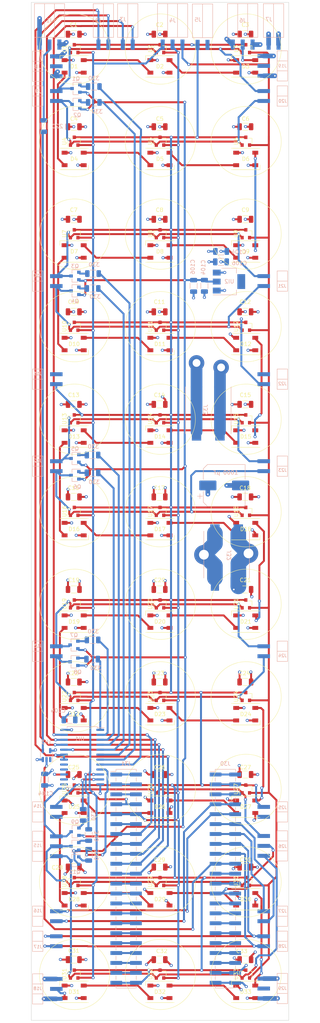
<source format=kicad_pcb>
(kicad_pcb (version 20211014) (generator pcbnew)
  (layers (0 "F.Cu" mixed) (1 "In1.Cu" mixed) (2 "In2.Cu" signal) (31 "B.Cu" signal) (34 "B.Paste" user) (35 "F.Paste" user) (36 "B.SilkS" user "B.Silkscreen") (37 "F.SilkS" user "F.Silkscreen") (38 "B.Mask" user) (39 "F.Mask" user) (44 "Edge.Cuts" user))
  (net 0 "")
  (net 1 "P")
  (net 2 "LedIn")
  (net 3 "Net-(D1-Pad4)")
  (net 4 "Net-(D2-Pad4)")
  (net 5 "P3.3")
  (net 6 "Net-(D1-Pad2)")
  (net 7 "Net-(D4-Pad2)")
  (net 8 "Net-(D5-Pad2)")
  (net 9 "Net-(D7-Pad4)")
  (net 10 "GND")
  (net 12 "Net-(D10-Pad2)")
  (net 13 "Net-(D10-Pad4)")
  (net 14 "Net-(D11-Pad2)")
  (net 15 "Net-(D12-Pad2)")
  (net 16 "Net-(D13-Pad2)")
  (net 17 "Net-(D6-Pad2)")
  (net 18 "Net-(D8-Pad4)")
  (net 19 "Net-(D16-Pad2)")
  (net 20 "Net-(D17-Pad2)")
  (net 21 "Net-(D19-Pad4)")
  (net 22 "Net-(D20-Pad4)")
  (net 23 "Net-(D13-Pad4)")
  (net 24 "Net-(D14-Pad4)")
  (net 25 "Net-(D18-Pad2)")
  (net 26 "Net-(D19-Pad2)")
  (net 27 "Net-(D22-Pad2)")
  (net 28 "Net-(D23-Pad2)")
  (net 29 "Net-(D24-Pad2)")
  (net 30 "Net-(D25-Pad2)")
  (net 31 "Net-(D25-Pad4)")
  (net 32 "Net-(D26-Pad4)")
  (net 33 "Net-(D28-Pad2)")
  (net 34 "A2")
  (net 35 "E")
  (net 36 "A0")
  (net 37 "A1")
  (net 38 "Net-(Q1-Pad1)")
  (net 39 "Net-(Q2-Pad1)")
  (net 40 "Net-(Q3-Pad1)")
  (net 41 "LedOut")
  (net 42 "PQ1")
  (net 43 "PQ2")
  (net 44 "PQ3")
  (net 45 "PQ4")
  (net 46 "PQ5")
  (net 47 "PQ6")
  (net 48 "PQ7")
  (net 49 "PQ8")
  (net 50 "HallOut1")
  (net 51 "HallOut2")
  (net 52 "HallOut3")
  (net 53 "Net-(Q4-Pad1)")
  (net 54 "Net-(Q5-Pad1)")
  (net 55 "Net-(Q6-Pad1)")
  (net 56 "Net-(Q7-Pad1)")
  (net 57 "Net-(Q8-Pad1)")
  (net 58 "AGND")
  (net 59 "Q1")
  (net 60 "Q2")
  (net 61 "Q3")
  (net 62 "Q4")
  (net 63 "Q5")
  (net 64 "Q6")
  (net 65 "Q7")
  (net 66 "Q8")
  (net 67 "Net-(D29-Pad2)")
  (net 68 "Net-(D30-Pad2)")
  (net 69 "Net-(D31-Pad4)")
  (net 70 "Net-(D32-Pad4)")
  (net 71 "LedIn_top_side_a")
  (net 74 "PQ11")
  (net 75 "PQ10")
  (net 76 "PQ9")
  (net 77 "HallOut4")
  (net 78 "HallOut5")
  (net 79 "S1")
  (net 80 "S0")
  (net 82 "HallOut7")
  (net 83 "HallOut6")
  (net 88 "Additional1")
  (net 89 "Additional2")
  (net 90 "Additional3")
  (net 91 "Additional4")
  (net 92 "First_LedIn_3V")
  (net 93 "A3")
  (net 94 "Additional5")
  (net 95 "Additional6")
  (net 96 "Additional7")
  (net 97 "Additional8")
  (net 98 "Net-(Q9-Pad1)")
  (net 99 "Net-(Q10-Pad1)")
  (net 100 "Net-(Q11-Pad1)")
  (net 101 "Q9")
  (net 102 "Q10")
  (net 103 "Q11")
  (net 110 "Net-(RI1-Pad1)")
  (net 111 "Additional9")
  (net 112 "Additional10")
  (net 113 "Additional11")
  (net 114 "Additional12")
  (net 115 "Additional13")
  (net 116 "Additional14")
  (net 117 "Additional15")
  (net 118 "Additional16")
  (net 119 "Additional17")
  (net 120 "Additional18")
  (net 121 "Additional19")
  (net 122 "Additional20")
  (net 123 "Additional21")
  (net 124 "Additional22")
  (net 125 "Additional23")
  (net 126 "Additional24")
  (net 127 "Additional25")
  (net 128 "Additional26")
  (footprint "LED_SMD:LED_SK6812_PLCC4_5.0x5.0mm_P3.2mm" (layer "F.Cu") (at 59.516201 40.906401 180)
    (fp_text reference "D1")
    (fp_text value "SK6812")
  )
  (footprint "LED_SMD:LED_SK6812_PLCC4_5.0x5.0mm_P3.2mm" (layer "F.Cu") (at 81.516201 40.906401 180)
    (fp_text reference "D2")
    (fp_text value "SK6812")
  )
  (footprint "LED_SMD:LED_SK6812_PLCC4_5.0x5.0mm_P3.2mm" (layer "F.Cu") (at 103.516201 40.906401 180)
    (fp_text reference "D3")
    (fp_text value "SK6812")
  )
  (footprint "LED_SMD:LED_SK6812_PLCC4_5.0x5.0mm_P3.2mm" (layer "F.Cu") (at 59.516201 64.606401)
    (fp_text reference "D4")
    (fp_text value "SK6812")
  )
  (footprint "LED_SMD:LED_SK6812_PLCC4_5.0x5.0mm_P3.2mm" (layer "F.Cu") (at 81.516201 64.606401)
    (fp_text reference "D5")
    (fp_text value "SK6812")
  )
  (footprint "LED_SMD:LED_SK6812_PLCC4_5.0x5.0mm_P3.2mm" (layer "F.Cu") (at 103.516201 64.606401)
    (fp_text reference "D6")
    (fp_text value "SK6812")
  )
  (footprint "LED_SMD:LED_SK6812_PLCC4_5.0x5.0mm_P3.2mm" (layer "F.Cu") (at 59.516201 88.306401 180)
    (fp_text reference "D7")
    (fp_text value "SK6812")
  )
  (footprint "LED_SMD:LED_SK6812_PLCC4_5.0x5.0mm_P3.2mm" (layer "F.Cu") (at 81.516201 88.306401 180)
    (fp_text reference "D8")
    (fp_text value "SK6812")
  )
  (footprint "LED_SMD:LED_SK6812_PLCC4_5.0x5.0mm_P3.2mm" (layer "F.Cu") (at 103.516201 88.306401 180)
    (fp_text reference "D9")
    (fp_text value "SK6812")
  )
  (footprint "LED_SMD:LED_SK6812_PLCC4_5.0x5.0mm_P3.2mm" (layer "F.Cu") (at 59.516201 112.006401)
    (fp_text reference "D10")
    (fp_text value "SK6812")
  )
  (footprint "LED_SMD:LED_SK6812_PLCC4_5.0x5.0mm_P3.2mm" (layer "F.Cu") (at 81.516201 112.006401)
    (fp_text reference "D11")
    (fp_text value "SK6812")
  )
  (footprint "LED_SMD:LED_SK6812_PLCC4_5.0x5.0mm_P3.2mm" (layer "F.Cu") (at 103.516201 112.006401)
    (fp_text reference "D12")
    (fp_text value "SK6812")
  )
  (footprint "LED_SMD:LED_SK6812_PLCC4_5.0x5.0mm_P3.2mm" (layer "F.Cu") (at 59.516201 135.706401 180)
    (fp_text reference "D13")
    (fp_text value "SK6812")
  )
  (footprint "LED_SMD:LED_SK6812_PLCC4_5.0x5.0mm_P3.2mm" (layer "F.Cu") (at 81.516201 135.706401 180)
    (fp_text reference "D14")
    (fp_text value "SK6812")
  )
  (footprint "LED_SMD:LED_SK6812_PLCC4_5.0x5.0mm_P3.2mm" (layer "F.Cu") (at 103.516201 135.706401 180)
    (fp_text reference "D15")
    (fp_text value "SK6812")
  )
  (footprint "LED_SMD:LED_SK6812_PLCC4_5.0x5.0mm_P3.2mm" (layer "F.Cu") (at 59.516201 159.406401)
    (fp_text reference "D16")
    (fp_text value "SK6812")
  )
  (footprint "LED_SMD:LED_SK6812_PLCC4_5.0x5.0mm_P3.2mm" (layer "F.Cu") (at 81.516201 159.406401)
    (fp_text reference "D17")
    (fp_text value "SK6812")
  )
  (footprint "LED_SMD:LED_SK6812_PLCC4_5.0x5.0mm_P3.2mm" (layer "F.Cu") (at 103.516201 159.406401)
    (fp_text reference "D18")
    (fp_text value "SK6812")
  )
  (footprint "LED_SMD:LED_SK6812_PLCC4_5.0x5.0mm_P3.2mm" (layer "F.Cu") (at 59.516201 183.106401 180)
    (fp_text reference "D19")
    (fp_text value "SK6812")
  )
  (footprint "LED_SMD:LED_SK6812_PLCC4_5.0x5.0mm_P3.2mm" (layer "F.Cu") (at 81.516201 183.106401 180)
    (fp_text reference "D20")
    (fp_text value "SK6812")
  )
  (footprint "LED_SMD:LED_SK6812_PLCC4_5.0x5.0mm_P3.2mm" (layer "F.Cu") (at 103.516201 183.106401 180)
    (fp_text reference "D21")
    (fp_text value "SK6812")
  )
  (footprint "LED_SMD:LED_SK6812_PLCC4_5.0x5.0mm_P3.2mm" (layer "F.Cu") (at 59.516201 206.806401)
    (fp_text reference "D22")
    (fp_text value "SK6812")
  )
  (footprint "LED_SMD:LED_SK6812_PLCC4_5.0x5.0mm_P3.2mm" (layer "F.Cu") (at 81.516201 206.806401)
    (fp_text reference "D23")
    (fp_text value "SK6812")
  )
  (footprint "LED_SMD:LED_SK6812_PLCC4_5.0x5.0mm_P3.2mm" (layer "F.Cu") (at 103.516201 206.806401)
    (fp_text reference "D24")
    (fp_text value "SK6812")
  )
  (footprint "Package_TO_SOT_SMD:SOT-23" (layer "F.Cu") (at 59.54 36.36 90)
    (fp_text reference "U1")
    (fp_text value "AH49E")
  )
  (footprint "Package_TO_SOT_SMD:SOT-23" (layer "F.Cu") (at 81.54 36.36 90)
    (fp_text reference "U2")
    (fp_text value "AH49E")
  )
  (footprint "Package_TO_SOT_SMD:SOT-23" (layer "F.Cu") (at 103.54 36.36 90)
    (fp_text reference "U3")
    (fp_text value "AH49E")
  )
  (footprint "Package_TO_SOT_SMD:SOT-23" (layer "F.Cu") (at 59.54 60.06 90)
    (fp_text reference "U4")
    (fp_text value "AH49E")
  )
  (footprint "Package_TO_SOT_SMD:SOT-23" (layer "F.Cu") (at 81.54 60.06 90)
    (fp_text reference "U5")
    (fp_text value "AH49E")
  )
  (footprint "Package_TO_SOT_SMD:SOT-23" (layer "F.Cu") (at 103.54 60.06 90)
    (fp_text reference "U6")
    (fp_text value "AH49E")
  )
  (footprint "Package_TO_SOT_SMD:SOT-23" (layer "F.Cu") (at 59.54 83.76 90)
    (fp_text reference "U7")
    (fp_text value "AH49E")
  )
  (footprint "Package_TO_SOT_SMD:SOT-23" (layer "F.Cu") (at 81.54 83.76 90)
    (fp_text reference "U8")
    (fp_text value "AH49E")
  )
  (footprint "Package_TO_SOT_SMD:SOT-23" (layer "F.Cu") (at 103.54 83.76 90)
    (fp_text reference "U9")
    (fp_text value "AH49E")
  )
  (footprint "Package_TO_SOT_SMD:SOT-23" (layer "F.Cu") (at 59.54 107.46 90)
    (fp_text reference "U10")
    (fp_text value "AH49E")
  )
  (footprint "Package_TO_SOT_SMD:SOT-23" (layer "F.Cu") (at 81.54 107.46 90)
    (fp_text reference "U11")
    (fp_text value "AH49E")
  )
  (footprint "Package_TO_SOT_SMD:SOT-23" (layer "F.Cu") (at 103.54 107.46 90)
    (fp_text reference "U12")
    (fp_text value "AH49E")
  )
  (footprint "Package_TO_SOT_SMD:SOT-23" (layer "F.Cu") (at 59.54 131.16 90)
    (fp_text reference "U13")
    (fp_text value "AH49E")
  )
  (footprint "Package_TO_SOT_SMD:SOT-23" (layer "F.Cu") (at 81.54 131.16 90)
    (fp_text reference "U14")
    (fp_text value "AH49E")
  )
  (footprint "Package_TO_SOT_SMD:SOT-23" (layer "F.Cu") (at 103.54 131.16 90)
    (fp_text reference "U15")
    (fp_text value "AH49E")
  )
  (footprint "Package_TO_SOT_SMD:SOT-23" (layer "F.Cu") (at 59.54 154.86 90)
    (fp_text reference "U16")
    (fp_text value "AH49E")
  )
  (footprint "Package_TO_SOT_SMD:SOT-23" (layer "F.Cu") (at 81.54 154.86 90)
    (fp_text reference "U17")
    (fp_text value "AH49E")
  )
  (footprint "Package_TO_SOT_SMD:SOT-23" (layer "F.Cu") (at 103.54 154.86 90)
    (fp_text reference "U18")
    (fp_text value "AH49E")
  )
  (footprint "Package_TO_SOT_SMD:SOT-23" (layer "F.Cu") (at 59.54 178.56 90)
    (fp_text reference "U19")
    (fp_text value "AH49E")
  )
  (footprint "Package_TO_SOT_SMD:SOT-23" (layer "F.Cu") (at 81.54 178.56 90)
    (fp_text reference "U20")
    (fp_text value "AH49E")
  )
  (footprint "Package_TO_SOT_SMD:SOT-23" (layer "F.Cu") (at 103.54 178.56 90)
    (fp_text reference "U21")
    (fp_text value "AH49E")
  )
  (footprint "Package_TO_SOT_SMD:SOT-23" (layer "F.Cu") (at 59.54 202.26 90)
    (fp_text reference "U22")
    (fp_text value "AH49E")
  )
  (footprint "Package_TO_SOT_SMD:SOT-23" (layer "F.Cu") (at 81.54 202.26 90)
    (fp_text reference "U23")
    (fp_text value "AH49E")
  )
  (footprint "Package_TO_SOT_SMD:SOT-23" (layer "F.Cu") (at 103.54 202.26 90)
    (fp_text reference "U24")
    (fp_text value "AH49E")
  )
  (footprint "Package_TO_SOT_SMD:SOT-23" (layer "F.Cu") (at 81.54 249.66 90)
    (fp_text reference "U29")
    (fp_text value "AH49E")
  )
  (footprint "Capacitor_SMD:C_1206_3216Metric" (layer "F.Cu") (at 59.4168 32.66 180)
    (fp_text reference "C1")
    (fp_text value "C104")
  )
  (footprint "Capacitor_SMD:C_1206_3216Metric" (layer "F.Cu") (at 81.4168 222.26)
    (fp_text reference "C26")
    (fp_text value "C104")
  )
  (footprint "Capacitor_SMD:C_1206_3216Metric" (layer "F.Cu") (at 81.4168 127.46 180)
    (fp_text reference "C14")
    (fp_text value "C104")
  )
  (footprint "LED_SMD:LED_SK6812_PLCC4_5.0x5.0mm_P3.2mm" (layer "F.Cu") (at 103.516201 230.506401 180)
    (fp_text reference "D27")
    (fp_text value "SK6812")
  )
  (footprint "LED_SMD:LED_SK6812_PLCC4_5.0x5.0mm_P3.2mm" (layer "F.Cu") (at 59.516201 277.906401 180)
    (fp_text reference "D31")
    (fp_text value "SK6812")
  )
  (footprint "Capacitor_SMD:C_1206_3216Metric" (layer "F.Cu") (at 81.4168 80.06 180)
    (fp_text reference "C8")
    (fp_text value "C104")
  )
  (footprint "LED_SMD:LED_SK6812_PLCC4_5.0x5.0mm_P3.2mm" (layer "F.Cu") (at 81.516201 254.206401)
    (fp_text reference "D29")
    (fp_text value "SK6812")
  )
  (footprint "Capacitor_SMD:C_1206_3216Metric" (layer "F.Cu") (at 103.4168 80.06 180)
    (fp_text reference "C9")
    (fp_text value "C104")
  )
  (footprint "Capacitor_SMD:C_1206_3216Metric" (layer "F.Cu") (at 59.4168 174.86 180)
    (fp_text reference "C19")
    (fp_text value "C104")
  )
  (footprint "Capacitor_SMD:C_1206_3216Metric" (layer "F.Cu") (at 59.4168 80.06 180)
    (fp_text reference "C7")
    (fp_text value "C104")
  )
  (footprint "Capacitor_SMD:C_1206_3216Metric" (layer "F.Cu") (at 59.4168 56.36)
    (fp_text reference "C4")
    (fp_text value "C104")
  )
  (footprint "Package_TO_SOT_SMD:SOT-23" (layer "F.Cu") (at 59.54 249.66 90)
    (fp_text reference "U28")
    (fp_text value "AH49E")
  )
  (footprint "Package_TO_SOT_SMD:SOT-23" (layer "F.Cu") (at 81.54 225.96 90)
    (fp_text reference "U26")
    (fp_text value "AH49E")
  )
  (footprint "Capacitor_SMD:C_1206_3216Metric" (layer "F.Cu") (at 59.4168 222.26)
    (fp_text reference "C25")
    (fp_text value "C104")
  )
  (footprint "Package_TO_SOT_SMD:SOT-23" (layer "F.Cu") (at 81.54 273.36 90)
    (fp_text reference "U32")
    (fp_text value "AH49E")
  )
  (footprint "Capacitor_SMD:C_1206_3216Metric" (layer "F.Cu") (at 81.4168 198.56)
    (fp_text reference "C23")
    (fp_text value "C104")
  )
  (footprint "Capacitor_SMD:C_1206_3216Metric" (layer "F.Cu") (at 59.4168 127.46 180)
    (fp_text reference "C13")
    (fp_text value "C104")
  )
  (footprint "LED_SMD:LED_SK6812_PLCC4_5.0x5.0mm_P3.2mm" (layer "F.Cu") (at 81.516201 230.506401 180)
    (fp_text reference "D26")
    (fp_text value "SK6812")
  )
  (footprint "Package_TO_SOT_SMD:SOT-23" (layer "F.Cu") (at 103.54 249.66 90)
    (fp_text reference "U30")
    (fp_text value "AH49E")
  )
  (footprint "Capacitor_SMD:C_1206_3216Metric" (layer "F.Cu") (at 103.4168 245.96)
    (fp_text reference "C30")
    (fp_text value "C104")
  )
  (footprint "Capacitor_SMD:C_1206_3216Metric" (layer "F.Cu") (at 81.4168 269.66 180)
    (fp_text reference "C32")
    (fp_text value "C104")
  )
  (footprint "MountingHole:MountingHole_3mm" (layer "F.Cu") (at 92.63 280.65)
    (fp_text reference "M6" hide)
    (fp_text value "MountingHole_3mm")
  )
  (footprint "MountingHole:MountingHole_3mm" (layer "F.Cu") (at 70.104 280.924)
    (fp_text reference "M5" hide)
    (fp_text value "MountingHole_3mm")
  )
  (footprint "LED_SMD:LED_SK6812_PLCC4_5.0x5.0mm_P3.2mm" (layer "F.Cu") (at 103.516201 254.206401)
    (fp_text reference "D30")
    (fp_text value "SK6812")
  )
  (footprint "Capacitor_SMD:C_1206_3216Metric" (layer "F.Cu") (at 103.4168 222.26)
    (fp_text reference "C27")
    (fp_text value "C104")
  )
  (footprint "Capacitor_SMD:C_1206_3216Metric" (layer "F.Cu") (at 59.4168 198.56)
    (fp_text reference "C22")
    (fp_text value "C104")
  )
  (footprint "LED_SMD:LED_SK6812_PLCC4_5.0x5.0mm_P3.2mm" (layer "F.Cu") (at 59.516201 254.206401)
    (fp_text reference "D28")
    (fp_text value "SK6812")
  )
  (footprint "LED_SMD:LED_SK6812_PLCC4_5.0x5.0mm_P3.2mm" (layer "F.Cu") (at 59.516201 230.506401 180)
    (fp_text reference "D25")
    (fp_text value "SK6812")
  )
  (footprint "Package_TO_SOT_SMD:SOT-23" (layer "F.Cu") (at 103.54 273.36 90)
    (fp_text reference "U33")
    (fp_text value "AH49E")
  )
  (footprint "Capacitor_SMD:C_1206_3216Metric" (layer "F.Cu") (at 103.4168 103.76)
    (fp_text reference "C12")
    (fp_text value "C104")
  )
  (footprint "Capacitor_SMD:C_1206_3216Metric" (layer "F.Cu") (at 81.4168 103.76)
    (fp_text reference "C11")
    (fp_text value "C104")
  )
  (footprint "Capacitor_SMD:C_1206_3216Metric" (layer "F.Cu") (at 103.4168 269.66 180)
    (fp_text reference "C33")
    (fp_text value "C104")
  )
  (footprint "Package_TO_SOT_SMD:SOT-23" (layer "F.Cu") (at 59.54 225.96 90)
    (fp_text reference "U25")
    (fp_text value "AH49E")
  )
  (footprint "MountingHole:MountingHole_3mm" (layer "F.Cu") (at 93.472 188.976)
    (fp_text reference "M6" hide)
    (fp_text value "MountingHole_3mm")
  )
  (footprint "Capacitor_SMD:C_1206_3216Metric" (layer "F.Cu") (at 81.4168 151.16)
    (fp_text reference "C17")
    (fp_text value "C104")
  )
  (footprint "Capacitor_SMD:C_1206_3216Metric" (layer "F.Cu") (at 103.4168 127.46 180)
    (fp_text reference "C15")
    (fp_text value "C104")
  )
  (footprint "Capacitor_SMD:C_1206_3216Metric" (layer "F.Cu") (at 59.4168 103.76)
    (fp_text reference "C10")
    (fp_text value "C104")
  )
  (footprint "Capacitor_SMD:C_1206_3216Metric" (layer "F.Cu") (at 81.4168 56.36)
    (fp_text reference "C5")
    (fp_text value "C104")
  )
  (footprint "Capacitor_SMD:C_1206_3216Metric" (layer "F.Cu") (at 103.4168 198.56)
    (fp_text reference "C24")
    (fp_text value "C104")
  )
  (footprint "Capacitor_SMD:C_1206_3216Metric" (layer "F.Cu") (at 103.4168 32.66 180)
    (fp_text reference "C3")
    (fp_text value "C104")
  )
  (footprint "Capacitor_SMD:C_1206_3216Metric" (layer "F.Cu") (at 103.4168 56.36)
    (fp_text reference "C6")
    (fp_text value "C104")
  )
  (footprint "Package_TO_SOT_SMD:SOT-23" (layer "F.Cu") (at 103.54 225.96 90)
    (fp_text reference "U27")
    (fp_text value "AH49E")
  )
  (footprint "Capacitor_SMD:C_1206_3216Metric" (layer "F.Cu") (at 81.4168 32.66 180)
    (fp_text reference "C2")
    (fp_text value "C104")
  )
  (footprint "Capacitor_SMD:C_1206_3216Metric" (layer "F.Cu") (at 103.4168 151.16)
    (fp_text reference "C18")
    (fp_text value "C104")
  )
  (footprint "Capacitor_SMD:C_1206_3216Metric" (layer "F.Cu") (at 103.4168 174.86 180)
    (fp_text reference "C21")
    (fp_text value "C104")
  )
  (footprint "Capacitor_SMD:C_1206_3216Metric" (layer "F.Cu") (at 81.4168 245.96)
    (fp_text reference "C29")
    (fp_text value "C104")
  )
  (footprint "MountingHole:MountingHole_3mm" (layer "F.Cu") (at 72.39 45.212)
    (fp_text reference "M1" hide)
    (fp_text value "MountingHole_3mm")
  )
  (footprint "LED_SMD:LED_SK6812_PLCC4_5.0x5.0mm_P3.2mm" (layer "F.Cu") (at 103.516201 277.906401 180)
    (fp_text reference "D33")
    (fp_text value "SK6812")
  )
  (footprint "Capacitor_SMD:C_1206_3216Metric" (layer "F.Cu") (at 59.4168 245.96)
    (fp_text reference "C28")
    (fp_text value "C104")
  )
  (footprint "Capacitor_SMD:C_1206_3216Metric" (layer "F.Cu") (at 59.4168 151.16)
    (fp_text reference "C16")
    (fp_text value "C104")
  )
  (footprint "Capacitor_SMD:C_1206_3216Metric" (layer "F.Cu") (at 59.4168 269.66 180)
    (fp_text reference "C31")
    (fp_text value "C104")
  )
  (footprint "LED_SMD:LED_SK6812_PLCC4_5.0x5.0mm_P3.2mm" (layer "F.Cu") (at 81.516201 277.906401 180)
    (fp_text reference "D32")
    (fp_text value "SK6812")
  )
  (footprint "MountingHole:MountingHole_3mm" (layer "F.Cu") (at 98.9 48.06)
    (fp_text reference "M2" hide)
    (fp_text value "MountingHole_3mm")
  )
  (footprint "MountingHole:MountingHole_3mm" (layer "F.Cu") (at 70.104 70.612)
    (fp_text reference "M6" hide)
    (fp_text value "MountingHole_3mm")
  )
  (footprint "Capacitor_SMD:C_1206_3216Metric" (layer "F.Cu") (at 81.4168 174.86 180)
    (fp_text reference "C20")
    (fp_text value "C104")
  )
  (footprint "Package_TO_SOT_SMD:SOT-23" (layer "F.Cu") (at 59.54 273.36 90)
    (fp_text reference "U31")
    (fp_text value "AH49E")
  )
  (footprint "Resistor_SMD:R_1206_3216Metric" (layer "B.Cu") (at 61.86 232.59 -90)
    (fp_text reference "R9")
    (fp_text value "330")
  )
  (footprint "Resistor_SMD:R_1206_3216Metric" (layer "B.Cu") (at 64.25 97.78 180)
    (fp_text reference "R4")
    (fp_text value "330")
  )
  (footprint "Resistor_SMD:R_1206_3216Metric" (layer "B.Cu") (at 64.56 46.064 180)
    (fp_text reference "R1")
    (fp_text value "330")
  )
  (footprint "Capacitor_SMD:C_1206_3216Metric" (layer "B.Cu") (at 51.96 223.58 -90)
    (fp_text reference "CI6")
    (fp_text value "C104")
  )
  (footprint "Capacitor_SMD:C_1206_3216Metric" (layer "B.Cu") (at 97.17 90.96 180)
    (fp_text reference "CI2")
    (fp_text value "C106")
  )
  (footprint "Connector_PinHeader_2.54mm:PinHeader_1x03_P2.54mm_Horizontal_SMD" (layer "B.Cu") (at 112.91 240.585)
    (fp_text reference "J26")
    (fp_text value "PQ_bottom_side_b")
  )
  (footprint "Capacitor_SMD:CP_Elec_10x10.5" (layer "B.Cu") (at 97.9975 148.22)
    (fp_text reference "CP1")
    (fp_text value "1000 µF")
  )
  (footprint "Connector_PinHeader_2.54mm:PinHeader_1x03_P2.54mm_Horizontal_SMD" (layer "B.Cu") (at 112.91 40.825)
    (fp_text reference "J19")
    (fp_text value "Power_side_b")
  )
  (footprint "Capacitor_SMD:C_1206_3216Metric" (layer "B.Cu") (at 90.15 97.11 90)
    (fp_text reference "CI5")
    (fp_text value "C106")
  )
  (footprint "Resistor_SMD:R_1206_3216Metric" (layer "B.Cu") (at 64.14 192.7 180)
    (fp_text reference "R8")
    (fp_text value "330")
  )
  (footprint "Connector_PinHeader_2.54mm:PinHeader_1x02_P2.54mm_Horizontal_SMD" (layer "B.Cu") (at 112.91 121.01)
    (fp_text reference "J22")
    (fp_text value "Touch_side_b")
  )
  (footprint "Package_TO_SOT_SMD:SOT-23" (layer "B.Cu") (at 59.48 189.066 180)
    (fp_text reference "Q7")
    (fp_text value "2N3906")
  )
  (footprint "Package_TO_SOT_SMD:SOT-23" (layer "B.Cu") (at 59.988 50.636 180)
    (fp_text reference "Q2")
    (fp_text value "2N3906")
  )
  (footprint "Connector_PinSocket_2.54mm:PinSocket_1x02_P2.54mm_Horizontal_SMD" (layer "B.Cu") (at 66.99 30.55 -90)
    (fp_text reference "J2")
    (fp_text value "IC_top_1")
  )
  (footprint "Connector_PinHeader_2.54mm:PinHeader_1x02_P2.54mm_Horizontal_SMD" (layer "B.Cu") (at 112.91 95.89)
    (fp_text reference "J21")
    (fp_text value "PQ_side_b")
  )
  (footprint "Package_TO_SOT_SMD:SOT-23-5" (layer "B.Cu") (at 52.44 217.28 90)
    (fp_text reference "UI3")
    (fp_text value "SN74LV1T34")
  )
  (footprint "Package_TO_SOT_SMD:SOT-23" (layer "B.Cu") (at 59.734 94.578 180)
    (fp_text reference "Q3")
    (fp_text value "2N3906")
  )
  (footprint "Resistor_SMD:R_1206_3216Metric" (layer "B.Cu") (at 64.24 187.79 180)
    (fp_text reference "R7")
    (fp_text value "330")
  )
  (footprint "Connector_PinHeader_2.54mm:PinHeader_1x02_P2.54mm_Horizontal_SMD" (layer "B.Cu") (at 50.17 48.49 180)
    (fp_text reference "J9")
    (fp_text value "PQ_side_a")
  )
  (footprint "Resistor_SMD:R_1206_3216Metric" (layer "B.Cu") (at 63.246 237.744 -90)
    (fp_text reference "R10")
    (fp_text value "330")
  )
  (footprint "Package_TO_SOT_SMD:SOT-23" (layer "B.Cu") (at 59.75 236.9 180)
    (fp_text reference "Q9")
    (fp_text value "2N3906")
  )
  (footprint "Connector_PinHeader_2.54mm:PinHeader_1x03_P2.54mm_Horizontal_SMD" (layer "B.Cu") (at 50.17 240.585 180)
    (fp_text reference "J15")
    (fp_text value "PQ_bottom_side_a")
  )
  (footprint "Package_TO_SOT_SMD:SOT-23" (layer "B.Cu") (at 59.48 193.384 180)
    (fp_text reference "Q8")
    (fp_text value "2N3906")
  )
  (footprint "Connector_PinHeader_2.54mm:PinHeader_1x02_P2.54mm_Horizontal_SMD" (layer "B.Cu") (at 112.91 143.29)
    (fp_text reference "J23")
    (fp_text value "PQ_side_b")
  )
  (footprint "Connector_PinHeader_2.54mm:PinHeader_1x02_P2.54mm_Horizontal_SMD" (layer "B.Cu") (at 50.17 95.89 180)
    (fp_text reference "J10")
    (fp_text value "PQ_side_a")
  )
  (footprint "Connector_PinSocket_2.54mm:PinSocket_1x02_P2.54mm_Horizontal_SMD" (layer "B.Cu") (at 92.41 30.62 -90)
    (fp_text reference "J5")
    (fp_text value "Touch_top")
  )
  (footprint "Connector_PinHeader_2.54mm:PinHeader_1x02_P2.54mm_Horizontal_SMD" (layer "B.Cu") (at 50.17 264.96 180)
    (fp_text reference "J17")
    (fp_text value "IC_bottom_side_a")
  )
  (footprint "Package_TO_SOT_SMD:SOT-23" (layer "B.Cu") (at 59.734 141.314 180)
    (fp_text reference "Q5")
    (fp_text value "2N3906")
  )
  (footprint "Resistor_SMD:R_1206_3216Metric" (layer "B.Cu") (at 64.56 50.128 180)
    (fp_text reference "R2")
    (fp_text value "330")
  )
  (footprint "Connector_PinSocket_2.54mm:PinSocket_1x02_P2.54mm_Horizontal_SMD" (layer "B.Cu") (at 73.23 30.55 -90)
    (fp_text reference "J3")
    (fp_text value "IC_top_2")
  )
  (footprint "Connector_PinHeader_2.54mm:PinHeader_1x02_P2.54mm_Horizontal_SMD" (layer "B.Cu") (at 50.17 121.01 180)
    (fp_text reference "J11")
    (fp_text value "Touch_side_a")
  )
  (footprint "Capacitor_SMD:C_1206_3216Metric" (layer "B.Cu") (at 58.34 208.24 180)
    (fp_text reference "CI1")
    (fp_text value "C104")
  )
  (footprint "Resistor_SMD:R_1206_3216Metric" (layer "B.Cu") (at 64.36 93.97 180)
    (fp_text reference "R3")
    (fp_text value "330")
  )
  (footprint "Resistor_SMD:R_1206_3216Metric" (layer "B.Cu") (at 64.23 145 180)
    (fp_text reference "R6")
    (fp_text value "330")
  )
  (footprint "Capacitor_SMD:C_1206_3216Metric" (layer "B.Cu") (at 92.92 97.09 90)
    (fp_text reference "CI4")
    (fp_text value "C104")
  )
  (footprint "Connector_PinHeader_2.54mm:PinHeader_1x02_P2.54mm_Horizontal_SMD" (layer "B.Cu") (at 112.91 190.69)
    (fp_text reference "J24")
    (fp_text value "PQ_side_b")
  )
  (footprint "Resistor_SMD:R_1206_3216Metric" (layer "B.Cu") (at 63.246 242.824 -90)
    (fp_text reference "R11")
    (fp_text value "330")
  )
  (footprint "Connector_PinHeader_2.54mm:PinHeader_1x03_P2.54mm_Horizontal_SMD" (layer "B.Cu") (at 50.17 40.825 180)
    (fp_text reference "J8")
    (fp_text value "Power_side_a")
  )
  (footprint "Connector_PinHeader_2.54mm:PinHeader_1x03_P2.54mm_Horizontal_SMD" (layer "B.Cu") (at 50.17 277.11 180)
    (fp_text reference "J18")
    (fp_text value "Power_bottom_side_a")
  )
  (footprint "TerminalBlock_WAGO:Wago_2601-602" (layer "B.Cu") (at 95.61 165.94 90)
    (fp_text reference "J32")
    (fp_text value "Power_Terminal")
  )
  (footprint "Connector_PinHeader_2.54mm:PinHeader_1x02_P2.54mm_Horizontal_SMD" (layer "B.Cu") (at 50.17 143.29 180)
    (fp_text reference "J12")
    (fp_text value "PQ_side_a")
  )
  (footprint "Connector_PinHeader_2.54mm:PinHeader_1x02_P2.54mm_Horizontal_SMD" (layer "B.Cu") (at 112.91 264.96)
    (fp_text reference "J28")
    (fp_text value "IC_bottom_side_b")
  )
  (footprint "Connector_PinHeader_2.54mm:PinHeader_1x02_P2.54mm_Horizontal_SMD" (layer "B.Cu") (at 112.91 231.82)
    (fp_text reference "J25")
    (fp_text value "Touch_bottom_side_b")
  )
  (footprint "Connector_PinSocket_2.54mm:PinSocket_2x22_P2.54mm_Vertical_SMD" (layer "B.Cu") (at 72.843 248.92 180)
    (fp_text reference "J31")
    (fp_text value "esp32s3right")
  )
  (footprint "Connector_PinHeader_2.54mm:PinHeader_1x02_P2.54mm_Horizontal_SMD" (layer "B.Cu") (at 50.17 231.82 180)
    (fp_text reference "J14")
    (fp_text value "Touch_bottom_side_a")
  )
  (footprint "Package_SO:SOP-24_7.5x15.4mm_P1.27mm" (layer "B.Cu") (at 61.57 217.8 180)
    (fp_text reference "UI1")
    (fp_text value "74HCT154D")
  )
  (footprint "Capacitor_SMD:C_1206_3216Metric" (layer "B.Cu") (at 97.2 88.28 180)
    (fp_text reference "CI3")
    (fp_text value "C104")
  )
  (footprint "Connector_PinHeader_2.54mm:PinHeader_1x03_P2.54mm_Horizontal_SMD" (layer "B.Cu") (at 112.91 277.11)
    (fp_text reference "J29")
    (fp_text value "Power_bottom_side_b")
  )
  (footprint "Resistor_SMD:R_1206_3216Metric" (layer "B.Cu") (at 51.72 56.19 90)
    (fp_text reference "RI1")
    (fp_text value "220")
  )
  (footprint "Package_TO_SOT_SMD:SOT-23" (layer "B.Cu") (at 59.7 244.28 180)
    (fp_text reference "Q11")
    (fp_text value "2N3906")
  )
  (footprint "Package_TO_SOT_SMD:SOT-23" (layer "B.Cu") (at 59.988 46.572 180)
    (fp_text reference "Q1")
    (fp_text value "2N3906")
  )
  (footprint "TerminalBlock_WAGO:Wago_2601-602" (layer "B.Cu") (at 96.9 128.98 -90)
    (fp_text reference "J33")
    (fp_text value "Power_RaspberryPi")
  )
  (footprint "Connector_PinSocket_2.54mm:PinSocket_1x02_P2.54mm_Horizontal_SMD" (layer "B.Cu") (at 110.62 30.55 -90)
    (fp_text reference "J7")
    (fp_text value "Power_top_side_b")
  )
  (footprint "Connector_PinSocket_2.54mm:PinSocket_2x22_P2.54mm_Vertical_SMD" (layer "B.Cu") (at 98.298 248.92 180)
    (fp_text reference "J30")
    (fp_text value "esp32s3left")
  )
  (footprint "Package_TO_SOT_SMD:SOT-223" (layer "B.Cu") (at 99.22 96.01)
    (fp_text reference "UI2")
    (fp_text value "AMS1117-3.3")
  )
  (footprint "Package_TO_SOT_SMD:SOT-23" (layer "B.Cu") (at 59.734 145.632 180)
    (fp_text reference "Q6")
    (fp_text value "2N3906")
  )
  (footprint "Package_TO_SOT_SMD:SOT-23" (layer "B.Cu") (at 59.71 240.64 180)
    (fp_text reference "Q10" hide)
    (fp_text value "2N3906")
  )
  (footprint "Package_TO_SOT_SMD:SOT-23" (layer "B.Cu") (at 59.734 98.388 180)
    (fp_text reference "Q4")
    (fp_text value "2N3906")
  )
  (footprint "Connector_PinHeader_2.54mm:PinHeader_1x02_P2.54mm_Horizontal_SMD" (layer "B.Cu") (at 112.91 48.49)
    (fp_text reference "J20")
    (fp_text value "PQ_side_b")
  )
  (footprint "Connector_PinHeader_2.54mm:PinHeader_1x02_P2.54mm_Horizontal_SMD" (layer "B.Cu") (at 112.91 258.55)
    (fp_text reference "J27")
    (fp_text value "Hall_bottom_side_b")
  )
  (footprint "Connector_PinSocket_2.54mm:PinSocket_1x03_P2.54mm_Horizontal_SMD" (layer "B.Cu") (at 84.715 30.55 -90)
    (fp_text reference "J4")
    (fp_text value "Hall_top")
  )
  (footprint "Connector_PinSocket_2.54mm:PinSocket_1x03_P2.54mm_Horizontal_SMD" (layer "B.Cu") (at 53.16 30.55 -90)
    (fp_text reference "J1")
    (fp_text value "Power_top_side_a")
  )
  (footprint "Connector_PinHeader_2.54mm:PinHeader_1x02_P2.54mm_Horizontal_SMD" (layer "B.Cu") (at 50.17 258.55 180)
    (fp_text reference "J16")
    (fp_text value "Hall_bottom_side_a")
  )
  (footprint "Connector_PinHeader_2.54mm:PinHeader_1x02_P2.54mm_Horizontal_SMD" (layer "B.Cu") (at 50.17 190.69 180)
    (fp_text reference "J13")
    (fp_text value "PQ_side_a")
  )
  (footprint "Connector_PinSocket_2.54mm:PinSocket_1x03_P2.54mm_Horizontal_SMD" (layer "B.Cu") (at 102.69 30.55 -90)
    (fp_text reference "J6")
    (fp_text value "Power_top")
  )
  (footprint "Resistor_SMD:R_1206_3216Metric" (layer "B.Cu") (at 64.23 140.44 180)
    (fp_text reference "R5")
    (fp_text value "330")
  )
  (gr_circle (center 81.6168 249.76) (end 90.6168 249.76) (layer "F.SilkS") (width 0.1) (fill none))
  (gr_circle (center 103.6168 83.86) (end 112.6168 83.86) (layer "F.SilkS") (width 0.1) (fill none))
  (gr_circle (center 59.6168 60.16) (end 68.6168 60.16) (layer "F.SilkS") (width 0.1) (fill none))
  (gr_circle (center 103.6168 131.26) (end 112.6168 131.26) (layer "F.SilkS") (width 0.1) (fill none))
  (gr_circle (center 103.6168 60.16) (end 112.6168 60.16) (layer "F.SilkS") (width 0.1) (fill none))
  (gr_circle (center 81.6168 154.96) (end 90.6168 154.96) (layer "F.SilkS") (width 0.1) (fill none))
  (gr_circle (center 81.6168 131.26) (end 90.6168 131.26) (layer "F.SilkS") (width 0.1) (fill none))
  (gr_circle (center 59.6168 226.06) (end 68.6168 226.06) (layer "F.SilkS") (width 0.1) (fill none))
  (gr_circle (center 103.6168 107.56) (end 112.6168 107.56) (layer "F.SilkS") (width 0.1) (fill none))
  (gr_circle (center 81.6168 83.86) (end 90.6168 83.86) (layer "F.SilkS") (width 0.1) (fill none))
  (gr_circle (center 59.6168 131.26) (end 68.6168 131.26) (layer "F.SilkS") (width 0.1) (fill none))
  (gr_circle (center 59.6168 273.46) (end 68.6168 273.46) (layer "F.SilkS") (width 0.1) (fill none))
  (gr_circle (center 81.6168 107.56) (end 90.6168 107.56) (layer "F.SilkS") (width 0.1) (fill none))
  (gr_circle (center 103.6168 273.46) (end 112.6168 273.46) (layer "F.SilkS") (width 0.1) (fill none))
  (gr_circle (center 103.6168 202.36) (end 112.6168 202.36) (layer "F.SilkS") (width 0.1) (fill none))
  (gr_circle (center 59.6168 202.36) (end 68.6168 202.36) (layer "F.SilkS") (width 0.1) (fill none))
  (gr_circle (center 103.6168 154.96) (end 112.6168 154.96) (layer "F.SilkS") (width 0.1) (fill none))
  (gr_circle (center 81.6168 178.66) (end 90.6168 178.66) (layer "F.SilkS") (width 0.1) (fill none))
  (gr_circle (center 81.6168 202.36) (end 90.6168 202.36) (layer "F.SilkS") (width 0.1) (fill none))
  (gr_circle (center 59.6168 36.46) (end 68.6168 36.46) (layer "F.SilkS") (width 0.1) (fill none))
  (gr_circle (center 59.6168 249.76) (end 68.6168 249.76) (layer "F.SilkS") (width 0.1) (fill none))
  (gr_circle (center 81.6168 226.06) (end 90.6168 226.06) (layer "F.SilkS") (width 0.1) (fill none))
  (gr_circle (center 103.6168 36.46) (end 112.6168 36.46) (layer "F.SilkS") (width 0.1) (fill none))
  (gr_circle (center 59.6168 83.86) (end 68.6168 83.86) (layer "F.SilkS") (width 0.1) (fill none))
  (gr_circle (center 81.6168 273.46) (end 90.6168 273.46) (layer "F.SilkS") (width 0.1) (fill none))
  (gr_circle (center 103.6168 178.66) (end 112.6168 178.66) (layer "F.SilkS") (width 0.1) (fill none))
  (gr_circle (center 59.6168 154.96) (end 68.6168 154.96) (layer "F.SilkS") (width 0.1) (fill none))
  (gr_circle (center 59.6168 178.66) (end 68.6168 178.66) (layer "F.SilkS") (width 0.1) (fill none))
  (gr_circle (center 103.6168 249.76) (end 112.6168 249.76) (layer "F.SilkS") (width 0.1) (fill none))
  (gr_circle (center 81.6168 36.46) (end 90.6168 36.46) (layer "F.SilkS") (width 0.1) (fill none))
  (gr_circle (center 81.6168 60.16) (end 90.6168 60.16) (layer "F.SilkS") (width 0.1) (fill none))
  (gr_circle (center 103.6168 226.06) (end 112.6168 226.06) (layer "F.SilkS") (width 0.1) (fill none))
  (gr_circle (center 59.6168 107.56) (end 68.6168 107.56) (layer "F.SilkS") (width 0.1) (fill none))
  (gr_rect (start 48.54 285.21) (end 114.54 24.51) (layer "Edge.Cuts") (width 0.1) (fill none))
  (segment (start 79.9418 222.26) (end 78.58 222.26) (width 0.5) (layer "F.Cu") (net 1))
  (segment (start 103.41 127.46) (end 103.39 127.44) (width 0.5) (layer "F.Cu") (net 1))
  (segment (start 104.056401 89.906401) (end 104.04 89.89) (width 0.5) (layer "F.Cu") (net 1))
  (segment (start 80.873599 205.206401) (end 80.93 205.15) (width 0.5) (layer "F.Cu") (net 1))
  (segment (start 104.8918 176.5518) (end 105.08 176.74) (width 0.5) (layer "F.Cu") (net 1))
  (segment (start 61.966201 184.706401) (end 59.906401 184.706401) (width 0.5) (layer "F.Cu") (net 1))
  (segment (start 60.8918 127.46) (end 62.55 127.46) (width 0.5) (layer "F.Cu") (net 1))
  (segment (start 79.066201 205.206401) (end 80.873599 205.206401) (width 0.5) (layer "F.Cu") (net 1))
  (segment (start 80.843599 157.806401) (end 80.87 157.78) (width 0.5) (layer "F.Cu") (net 1))
  (segment (start 105.966201 137.306401) (end 104.166401 137.306401) (width 0.5) (layer "F.Cu") (net 1))
  (segment (start 82.8918 172.6418) (end 82.84 172.59) (width 0.5) (layer "F.Cu") (net 1))
  (segment (start 104.166401 137.306401) (end 104.16 137.3) (width 0.5) (layer "F.Cu") (net 1))
  (segment (start 60.226401 89.906401) (end 60.22 89.9) (width 0.5) (layer "F.Cu") (net 1))
  (segment (start 104.8918 32.66) (end 103.43 32.66) (width 0.5) (layer "F.Cu") (net 1))
  (segment (start 62.5 269.66) (end 62.52 269.64) (width 0.5) (layer "F.Cu") (net 1))
  (segment (start 83.966201 137.306401) (end 82.093599 137.306401) (width 0.5) (layer "F.Cu") (net 1))
  (segment (start 57.9418 246.9982) (end 57.21 247.73) (width 0.5) (layer "F.Cu") (net 1))
  (segment (start 57.066201 110.406401) (end 58.673599 110.406401) (width 0.5) (layer "F.Cu") (net 1))
  (segment (start 100.486401 110.406401) (end 99.55 109.47) (width 0.5) (layer "F.Cu") (net 1))
  (segment (start 60.143599 279.506401) (end 60.11 279.54) (width 0.5) (layer "F.Cu") (net 1))
  (segment (start 60.8918 269.66) (end 62.5 269.66) (width 0.5) (layer "F.Cu") (net 1))
  (segment (start 60.8918 172.7518) (end 60.87 172.73) (width 0.5) (layer "F.Cu") (net 1))
  (segment (start 105.966201 232.106401) (end 105.966201 233.631799) (width 0.5) (layer "F.Cu") (net 1))
  (segment (start 102.993599 205.206401) (end 103.04 205.16) (width 0.5) (layer "F.Cu") (net 1))
  (segment (start 79.9418 151.16) (end 79.9418 148.7718) (width 0.5) (layer "F.Cu") (net 1))
  (segment (start 101.066201 252.606401) (end 101.066201 253.086201) (width 0.5) (layer "F.Cu") (net 1))
  (segment (start 61.966201 89.906401) (end 60.226401 89.906401) (width 0.5) (layer "F.Cu") (net 1))
  (segment (start 82.396401 42.506401) (end 82.38 42.49) (width 0.5) (layer "F.Cu") (net 1))
  (segment (start 57.9418 198.56) (end 57.9418 196.3518) (width 0.5) (layer "F.Cu") (net 1))
  (segment (start 82.326401 89.906401) (end 82.32 89.9) (width 0.5) (layer "F.Cu") (net 1))
  (segment (start 57.066201 205.206401) (end 59.053599 205.206401) (width 0.5) (layer "F.Cu") (net 1))
  (segment (start 82.92 269.66) (end 84.41 271.15) (width 0.5) (layer "F.Cu") (net 1))
  (segment (start 104.8918 268.7882) (end 105.95 267.73) (width 0.5) (layer "F.Cu") (net 1))
  (segment (start 105.966201 279.506401) (end 103.943599 279.506401) (width 0.5) (layer "F.Cu") (net 1))
  (segment (start 61.966201 232.106401) (end 60.076401 232.106401) (width 0.5) (layer "F.Cu") (net 1))
  (segment (start 59.52 80.06) (end 59.48 80.1) (width 0.5) (layer "F.Cu") (net 1))
  (segment (start 104.393599 42.506401) (end 104.37 42.53) (width 0.5) (layer "F.Cu") (net 1))
  (segment (start 104.8918 174.86) (end 104.8918 176.5518) (width 0.5) (layer "F.Cu") (net 1))
  (segment (start 57.9418 56.36) (end 59.41 56.36) (width 0.5) (layer "F.Cu") (net 1))
  (segment (start 101.9418 222.26) (end 101.9418 220.0518) (width 0.5) (layer "F.Cu") (net 1))
  (segment (start 57.066201 157.806401) (end 58.856401 157.806401) (width 0.5) (layer "F.Cu") (net 1))
  (segment (start 78.33 103.76) (end 78.31 103.78) (width 0.5) (layer "F.Cu") (net 1))
  (segment (start 81.5 32.66) (end 81.49 32.67) (width 0.5) (layer "F.Cu") (net 1))
  (segment (start 57.066201 252.606401) (end 59.813599 252.606401) (width 0.5) (layer "F.Cu") (net 1))
  (segment (start 101.066201 205.206401) (end 102.993599 205.206401) (width 0.5) (layer "F.Cu") (net 1))
  (segment (start 79.9418 148.7718) (end 79.94 148.77) (width 0.5) (layer "F.Cu") (net 1))
  (segment (start 82.056401 184.706401) (end 82.04 184.69) (width 0.5) (layer "F.Cu") (net 1))
  (segment (start 82.093599 137.306401) (end 82.05 137.35) (width 0.5) (layer "F.Cu") (net 1))
  (segment (start 105.966201 42.506401) (end 104.393599 42.506401) (width 0.5) (layer "F.Cu") (net 1))
  (segment (start 58.673599 110.406401) (end 58.7 110.38) (width 0.5) (layer "F.Cu") (net 1))
  (segment (start 78.44 56.36) (end 78.41 56.33) (width 0.5) (layer "F.Cu") (net 1))
  (segment (start 103.943599 279.506401) (end 103.92 279.53) (width 0.5) (layer "F.Cu") (net 1))
  (segment (start 79.066201 252.606401) (end 78.536401 252.606401) (width 0.5) (layer "F.Cu") (net 1))
  (segment (start 59.053599 205.206401) (end 59.07 205.19) (width 0.5) (layer "F.Cu") (net 1))
  (segment (start 100.75 245.96) (end 100.33 246.38) (width 0.5) (layer "F.Cu") (net 1))
  (segment (start 59.906401 184.706401) (end 59.9 184.7) (width 0.5) (layer "F.Cu") (net 1))
  (segment (start 104.8918 80.06) (end 103.42 80.06) (width 0.5) (layer "F.Cu") (net 1))
  (segment (start 105.966201 184.706401) (end 104.086401 184.706401) (width 0.5) (layer "F.Cu") (net 1))
  (segment (start 101.9418 245.96) (end 100.75 245.96) (width 0.5) (layer "F.Cu") (net 1))
  (segment (start 79.9418 103.76) (end 78.33 103.76) (width 0.5) (layer "F.Cu") (net 1))
  (segment (start 101.9418 151.16) (end 100.09 151.16) (width 0.5) (layer "F.Cu") (net 1))
  (segment (start 60.106401 137.306401) (end 60.08 137.28) (width 0.5) (layer "F.Cu") (net 1))
  (segment (start 58.646401 63.006401) (end 58.66 63.02) (width 0.5) (layer "F.Cu") (net 1))
  (segment (start 105.966201 89.906401) (end 104.056401 89.906401) (width 0.5) (layer "F.Cu") (net 1))
  (segment (start 61.966201 42.506401) (end 60.186401 42.506401) (width 0.5) (layer "F.Cu") (net 1))
  (segment (start 103.43 32.66) (end 103.42 32.67) (width 0.5) (layer "F.Cu") (net 1))
  (segment (start 57.9418 151.16) (end 57.9418 149.2182) (width 0.5) (layer "F.Cu") (net 1))
  (segment (start 99.209846 156.240154) (end 99.26 156.19) (width 0.5) (layer "F.Cu") (net 1))
  (segment (start 104.086401 184.706401) (end 104.08 184.7) (width 0.5) (layer "F.Cu") (net 1))
  (segment (start 80.796401 63.006401) (end 80.8 63.01) (width 0.5) (layer "F.Cu") (net 1))
  (segment (start 101.9418 103.76) (end 103.36 103.76) (width 0.5) (layer "F.Cu") (net 1))
  (segment (start 60.8918 32.66) (end 62.35 32.66) (width 0.5) (layer "F.Cu") (net 1))
  (segment (start 101.9418 198.56) (end 101.9418 196.0118) (width 0.5) (layer "F.Cu") (net 1))
  (segment (start 101.9418 56.36) (end 100.4 56.36) (width 0.5) (layer "F.Cu") (net 1))
  (segment (start 57.9418 103.76) (end 59.36 103.76) (width 0.5) (layer "F.Cu") (net 1))
  (segment (start 54.55 222.26) (end 54.49 222.2) (width 0.5) (layer "F.Cu") (net 1))
  (segment (start 83.966201 232.106401) (end 83.966201 231.061611) (width 0.5) (layer "F.Cu") (net 1))
  (segment (start 60.8918 174.86) (end 60.8918 172.7518) (width 0.5) (layer "F.Cu") (net 1))
  (segment (start 58.856401 157.806401) (end 58.87 157.82) (width 0.5) (layer "F.Cu") (net 1))
  (segment (start 79.9418 56.36) (end 78.44 56.36) (width 0.5) (layer "F.Cu") (net 1))
  (segment (start 101.9418 196.0118) (end 101.94 196.01) (width 0.5) (layer "F.Cu") (net 1))
  (segment (start 57.9418 196.3518) (end 57.93 196.34) (width 0.5) (layer "F.Cu") (net 1))
  (segment (start 80.883599 110.406401) (end 80.93 110.36) (width 0.5) (layer "F.Cu") (net 1))
  (segment (start 104.8918 127.46) (end 103.41 127.46) (width 0.5) (layer "F.Cu") (net 1))
  (segment (start 82.8918 174.86) (end 82.8918 172.6418) (width 0.5) (layer "F.Cu") (net 1))
  (segment (start 101.066201 63.006401) (end 102.653599 63.006401) (width 0.5) (layer "F.Cu") (net 1))
  (segment (start 57.066201 63.006401) (end 58.646401 63.006401) (width 0.5) (layer "F.Cu") (net 1))
  (segment (start 79.9418 246.1942) (end 78.74 247.396) (width 0.5) (layer "F.Cu") (net 1))
  (segment (start 60.186401 42.506401) (end 60.17 42.49) (width 0.5) (layer "F.Cu") (net 1))
  (segment (start 101.9418 220.0518) (end 101.854 219.964) (width 0.5) (layer "F.Cu") (net 1))
  (segment (start 79.066201 157.806401) (end 80.843599 157.806401) (width 0.5) (layer "F.Cu") (net 1))
  (segment (start 78.58 222.26) (end 77.66 221.34) (width 0.5) (layer "F.Cu") (net 1))
  (segment (start 99.180154 156.240154) (end 99.209846 156.240154) (width 0.5) (layer "F.Cu") (net 1))
  (segment (start 57.9418 149.2182) (end 57.95 149.21) (width 0.5) (layer "F.Cu") (net 1))
  (segment (start 103.36 103.76) (end 103.41 103.71) (width 0.5) (layer "F.Cu") (net 1))
  (segment (start 79.066201 63.006401) (end 80.796401 63.006401) (width 0.5) (layer "F.Cu") (net 1))
  (segment (start 60.8918 80.06) (end 59.52 80.06) (width 0.5) (layer "F.Cu") (net 1))
  (segment (start 59.813599 252.606401) (end 59.87 252.55) (width 0.5) (layer "F.Cu") (net 1))
  (segment (start 62.55 127.46) (end 62.56 127.45) (width 0.5) (layer "F.Cu") (net 1))
  (segment (start 101.066201 253.086201) (end 101.95 253.97) (width 0.5) (layer "F.Cu") (net 1))
  (segment (start 102.653599 63.006401) (end 102.67 62.99) (width 0.5) (layer "F.Cu") (net 1))
  (segment (start 82.8918 126.2418) (end 82.17 125.52) (width 0.5) (layer "F.Cu") (net 1))
  (segment (start 61.966201 137.306401) (end 60.106401 137.306401) (width 0.5) (layer "F.Cu") (net 1))
  (segment (start 79.9418 196.2782) (end 79.96 196.26) (width 0.5) (layer "F.Cu") (net 1))
  (segment (start 82.8918 32.66) (end 81.5 32.66) (width 0.5) (layer "F.Cu") (net 1))
  (segment (start 83.966201 89.906401) (end 82.326401 89.906401) (width 0.5) (layer "F.Cu") (net 1))
  (segment (start 105.966201 233.631799) (end 105.664 233.934) (width 0.5) (layer "F.Cu") (net 1))
  (segment (start 83.966201 231.061611) (end 84.4885 230.539312) (width 0.5) (layer "F.Cu") (net 1))
  (segment (start 79.066201 110.406401) (end 80.883599 110.406401) (width 0.5) (layer "F.Cu") (net 1))
  (segment (start 83.966201 42.506401) (end 82.396401 42.506401) (width 0.5) (layer "F.Cu") (net 1))
  (segment (start 78.536401 252.606401) (end 77.58 251.65) (width 0.5) (layer "F.Cu") (net 1))
  (segment (start 59.36 103.76) (end 59.37 103.75) (width 0.5) (layer "F.Cu") (net 1))
  (segment (start 82.026401 279.506401) (end 82.01 279.49) (width 0.5) (layer "F.Cu") (net 1))
  (segment (start 82.8918 127.46) (end 82.8918 126.2418) (width 0.5) (layer "F.Cu") (net 1))
  (segment (start 57.9418 245.96) (end 57.9418 246.9982) (width 0.5) (layer "F.Cu") (net 1))
  (segment (start 104.8918 269.66) (end 104.8918 268.7882) (width 0.5) (layer "F.Cu") (net 1))
  (segment (start 79.9418 198.56) (end 79.9418 196.2782) (width 0.5) (layer "F.Cu") (net 1))
  (segment (start 101.066201 110.406401) (end 100.486401 110.406401) (width 0.5) (layer "F.Cu") (net 1))
  (segment (start 61.966201 279.506401) (end 60.143599 279.506401) (width 0.5) (layer "F.Cu") (net 1))
  (segment (start 100.746401 157.806401) (end 99.180154 156.240154) (width 0.5) (layer "F.Cu") (net 1))
  (segment (start 60.076401 232.106401) (end 60.06 232.09) (width 0.5) (layer "F.Cu") (net 1))
  (segment (start 83.966201 184.706401) (end 82.056401 184.706401) (width 0.5) (layer "F.Cu") (net 1))
  (segment (start 83.966201 279.506401) (end 82.026401 279.506401) (width 0.5) (layer "F.Cu") (net 1))
  (segment (start 82.8918 80.06) (end 81.47 80.06) (width 0.5) (layer "F.Cu") (net 1))
  (segment (start 57.9418 222.26) (end 54.55 222.26) (width 0.5) (layer "F.Cu") (net 1))
  (via (at 94 88.28) (size 0.8) (drill 0.4) (layers "F.Cu" "B.Cu") (net 1))
  (via (at 62.52 269.64) (size 0.8) (drill 0.4) (layers "F.Cu" "B.Cu") (net 1))
  (via (at 77.66 221.34) (size 0.8) (drill 0.4) (layers "F.Cu" "B.Cu") (net 1))
  (via (at 104.04 89.89) (size 0.8) (drill 0.4) (layers "F.Cu" "B.Cu") (net 1))
  (via (at 92.79 165.96) (size 5) (drill 2.5) (layers "F.Cu" "B.Cu") (net 1))
  (via (at 103.04 205.16) (size 0.8) (drill 0.4) (layers "F.Cu" "B.Cu") (net 1))
  (via (at 59.9 184.7) (size 0.8) (drill 0.4) (layers "F.Cu" "B.Cu") (net 1))
  (via (at 109.36 32.56) (size 0.8) (drill 0.4) (layers "F.Cu" "B.Cu") (net 1))
  (via (at 62.35 32.66) (size 0.8) (drill 0.4) (layers "F.Cu" "B.Cu") (net 1))
  (via (at 60.22 89.9) (size 0.8) (drill 0.4) (layers "F.Cu" "B.Cu") (net 1))
  (via (at 99.55 109.47) (size 0.8) (drill 0.4) (layers "F.Cu" "B.Cu") (net 1))
  (via (at 103.62 271.14) (size 0.8) (drill 0.4) (layers "F.Cu" "B.Cu") (net 1))
  (via (at 80.93 110.36) (size 0.8) (drill 0.4) (layers "F.Cu" "B.Cu") (net 1))
  (via (at 58.39 206.47) (size 0.8) (drill 0.4) (layers "F.Cu" "B.Cu") (net 1))
  (via (at 82.38 42.49) (size 0.8) (drill 0.4) (layers "F.Cu" "B.Cu") (net 1))
  (via (at 81.47 80.06) (size 0.8) (drill 0.4) (layers "F.Cu" "B.Cu") (net 1))
  (via (at 54.49 222.2) (size 0.8) (drill 0.4) (layers "F.Cu" "B.Cu") (net 1))
  (via (at 82.05 137.35) (size 0.8) (drill 0.4) (layers "F.Cu" "B.Cu") (net 1))
  (via (at 84.41 271.15) (size 0.8) (drill 0.4) (layers "F.Cu" "B.Cu") (net 1))
  (via (at 57.93 196.34) (size 0.8) (drill 0.4) (layers "F.Cu" "B.Cu") (net 1))
  (via (at 57.52 34.74) (size 0.8) (drill 0.4) (layers "F.Cu" "B.Cu") (net 1))
  (via (at 103.92 279.53) (size 0.8) (drill 0.4) (layers "F.Cu" "B.Cu") (net 1))
  (via (at 57.21 247.73) (size 0.8) (drill 0.4) (layers "F.Cu" "B.Cu") (net 1))
  (via (at 104.16 137.3) (size 0.8) (drill 0.4) (layers "F.Cu" "B.Cu") (net 1))
  (via (at 97.2 118) (size 4) (drill 2) (layers "F.Cu" "B.Cu") (net 1))
  (via (at 55.28 42.27) (size 0.8) (drill 0.4) (layers "F.Cu" "B.Cu") (net 1))
  (via (at 100.4 56.36) (size 0.8) (drill 0.4) (layers "F.Cu" "B.Cu") (net 1))
  (via (at 80.93 205.15) (size 0.8) (drill 0.4) (layers "F.Cu" "B.Cu") (net 1))
  (via (at 84.4885 230.539312) (size 0.8) (drill 0.4) (layers "F.Cu" "B.Cu") (net 1))
  (via (at 99.26 156.19) (size 0.8) (drill 0.4) (layers "F.Cu" "B.Cu") (net 1))
  (via (at 82.17 125.52) (size 0.8) (drill 0.4) (layers "F.Cu" "B.Cu") (net 1))
  (via (at 98.63 33.88) (size 0.8) (drill 0.4) (layers "F.Cu" "B.Cu") (net 1))
  (via (at 53.88 221.15) (size 0.8) (drill 0.4) (layers "F.Cu" "B.Cu") (net 1))
  (via (at 111.67 279.59) (size 0.8) (drill 0.4) (layers "F.Cu" "B.Cu") (net 1))
  (via (at 110.99 43.32) (size 0.8) (drill 0.4) (layers "F.Cu" "B.Cu") (net 1))
  (via (at 58.86 210.81) (size 0.8) (drill 0.4) (layers "F.Cu" "B.Cu") (net 1))
  (via (at 80.8 63.01) (size 0.8) (drill 0.4) (layers "F.Cu" "B.Cu") (net 1))
  (via (at 79.94 148.77) (size 0.8) (drill 0.4) (layers "F.Cu" "B.Cu") (net 1))
  (via (at 60.17 42.49) (size 0.8) (drill 0.4) (layers "F.Cu" "B.Cu") (net 1))
  (via (at 60.08 137.28) (size 0.8) (drill 0.4) (layers "F.Cu" "B.Cu") (net 1))
  (via (at 100.33 246.38) (size 0.8) (drill 0.4) (layers "F.Cu" "B.Cu") (net 1))
  (via (at 58.7 110.38) (size 0.8) (drill 0.4) (layers "F.Cu" "B.Cu") (net 1))
  (via (at 54.73 215.95) (size 0.8) (drill 0.4) (layers "F.Cu" "B.Cu") (net 1))
  (via (at 51.82 279.7) (size 0.8) (drill 0.4) (layers "F.Cu" "B.Cu") (net 1))
  (via (at 57.95 149.21) (size 0.8) (drill 0.4) (layers "F.Cu" "B.Cu") (net 1))
  (via (at 80.87 157.78) (size 0.8) (drill 0.4) (layers "F.Cu" "B.Cu") (net 1))
  (via (at 59.37 103.75) (size 0.8) (drill 0.4) (layers "F.Cu" "B.Cu") (net 1))
  (via (at 60.11 279.54) (size 0.8) (drill 0.4) (layers "F.Cu" "B.Cu") (net 1))
  (via (at 81.49 32.67) (size 0.8) (drill 0.4) (layers "F.Cu" "B.Cu") (net 1))
  (via (at 105.08 176.74) (size 0.8) (drill 0.4) (layers "F.Cu" "B.Cu") (net 1))
  (via (at 77.58 251.65) (size 0.8) (drill 0.4) (layers "F.Cu" "B.Cu") (net 1))
  (via (at 59.41 56.36) (size 0.8) (drill 0.4) (layers "F.Cu" "B.Cu") (net 1))
  (via (at 103.39 127.44) (size 0.8) (drill 0.4) (layers "F.Cu" "B.Cu") (net 1))
  (via (at 105.95 267.73) (size 0.8) (drill 0.4) (layers "F.Cu" "B.Cu") (net 1))
  (via (at 58.66 63.02) (size 0.8) (drill 0.4) (layers "F.Cu" "B.Cu") (net 1))
  (via (at 101.95 253.97) (size 0.8) (drill 0.4) (layers "F.Cu" "B.Cu") (net 1))
  (via (at 59.07 205.19) (size 0.8) (drill 0.4) (layers "F.Cu" "B.Cu") (net 1))
  (via (at 82.84 172.59) (size 0.8) (drill 0.4) (layers "F.Cu" "B.Cu") (net 1))
  (via (at 79.96 196.26) (size 0.8) (drill 0.4) (layers "F.Cu" "B.Cu") (net 1))
  (via (at 105.664 233.934) (size 0.8) (drill 0.4) (layers "F.Cu" "B.Cu") (net 1))
  (via (at 82.01 279.49) (size 0.8) (drill 0.4) (layers "F.Cu" "B.Cu") (net 1))
  (via (at 104.37 42.53) (size 0.8) (drill 0.4) (layers "F.Cu" "B.Cu") (net 1))
  (via (at 59.87 252.55) (size 0.8) (drill 0.4) (layers "F.Cu" "B.Cu") (net 1))
  (via (at 101.854 219.964) (size 0.8) (drill 0.4) (layers "F.Cu" "B.Cu") (net 1))
  (via (at 101.94 196.01) (size 0.8) (drill 0.4) (layers "F.Cu" "B.Cu") (net 1))
  (via (at 78.41 56.33) (size 0.8) (drill 0.4) (layers "F.Cu" "B.Cu") (net 1))
  (via (at 60.87 172.73) (size 0.8) (drill 0.4) (layers "F.Cu" "B.Cu") (net 1))
  (via (at 62.56 127.45) (size 0.8) (drill 0.4) (layers "F.Cu" "B.Cu") (net 1))
  (via (at 103.42 32.67) (size 0.8) (drill 0.4) (layers "F.Cu" "B.Cu") (net 1))
  (via (at 100.09 151.16) (size 0.8) (drill 0.4) (layers "F.Cu" "B.Cu") (net 1))
  (via (at 78.31 103.78) (size 0.8) (drill 0.4) (layers "F.Cu" "B.Cu") (net 1))
  (via (at 82.04 184.69) (size 0.8) (drill 0.4) (layers "F.Cu" "B.Cu") (net 1))
  (via (at 103.42 80.06) (size 0.8) (drill 0.4) (layers "F.Cu" "B.Cu") (net 1))
  (via (at 60.06 232.09) (size 0.8) (drill 0.4) (layers "F.Cu" "B.Cu") (net 1))
  (via (at 93.81 150.47) (size 0.8) (drill 0.4) (layers "F.Cu" "B.Cu") (net 1))
  (via (at 58.87 157.82) (size 0.8) (drill 0.4) (layers "F.Cu" "B.Cu") (net 1))
  (via (at 78.74 247.396) (size 0.8) (drill 0.4) (layers "F.Cu" "B.Cu") (net 1))
  (via (at 82.32 89.9) (size 0.8) (drill 0.4) (layers "F.Cu" "B.Cu") (net 1))
  (via (at 59.48 80.1) (size 0.8) (drill 0.4) (layers "F.Cu" "B.Cu") (net 1))
  (via (at 98.12 93.69) (size 0.8) (drill 0.4) (layers "F.Cu" "B.Cu") (net 1))
  (via (at 103.41 103.71) (size 0.8) (drill 0.4) (layers "F.Cu" "B.Cu") (net 1))
  (via (at 104.08 184.7) (size 0.8) (drill 0.4) (layers "F.Cu" "B.Cu") (net 1))
  (via (at 94.11 90.95) (size 0.8) (drill 0.4) (layers "F.Cu" "B.Cu") (net 1))
  (via (at 102.67 62.99) (size 0.8) (drill 0.4) (layers "F.Cu" "B.Cu") (net 1))
  (segment (start 54.95 279.7) (end 51.82 279.7) (width 1.2) (layer "B.Cu") (net 1))
  (segment (start 56.94 35.32) (end 57.52 34.74) (width 1.2) (layer "B.Cu") (net 1))
  (segment (start 95.61 168.78) (end 92.79 165.96) (width 4) (layer "B.Cu") (net 1))
  (segment (start 51.96 222.105) (end 52.925 222.105) (width 0.5) (layer "B.Cu") (net 1))
  (segment (start 53.39 216.1425) (end 54.5375 216.1425) (width 0.5) (layer "B.Cu") (net 1))
  (segment (start 98.1 93.71) (end 98.12 93.69) (width 0.5) (layer "B.Cu") (net 1))
  (segment (start 54.95 42.6) (end 55.28 42.27) (width 1.2) (layer "B.Cu") (net 1))
  (segment (start 56.92 210.815) (end 58.855 210.815) (width 0.5) (layer "B.Cu") (net 1))
  (segment (start 95.725 88.28) (end 94 88.28) (width 0.5) (layer "B.Cu") (net 1))
  (segment (start 58.855 210.815) (end 58.86 210.81) (width 0.5) (layer "B.Cu") (net 1))
  (segment (start 100.07 35.32) (end 98.63 33.88) (width 1.2) (layer "B.Cu") (net 1))
  (segment (start 96.07 93.71) (end 98.1 93.71) (width 0.5) (layer "B.Cu") (net 1))
  (segment (start 55.74 35.32) (end 56.94 35.32) (width 1.2) (layer "B.Cu") (net 1))
  (segment (start 109.38 35.33) (end 109.38 32.58) (width 1.2) (layer "B.Cu") (net 1))
  (segment (start 94.12 90.96) (end 94.11 90.95) (width 0.5) (layer "B.Cu") (net 1))
  (segment (start 100.19 35.32) (end 100.07 35.32) (width 1.2) (layer "B.Cu") (net 1))
  (segment (start 54.95 43.415) (end 54.95 42.6) (width 1.2) (layer "B.Cu") (net 1))
  (segment (start 108.13 43.315) (end 110.985 43.315) (width 1.2) (layer "B.Cu") (net 1))
  (segment (start 96.9 122.98) (end 96.9 118.3) (width 3) (layer "B.Cu") (net 1))
  (segment (start 101.71 273.05) (end 103.62 271.14) (width 0.5) (layer "B.Cu") (net 1))
  (segment (start 54.5375 216.1425) (end 54.73 215.95) (width 0.5) (layer "B.Cu") (net 1))
  (segment (start 95.61 171.94) (end 95.61 168.78) (width 4) (layer "B.Cu") (net 1))
  (segment (start 56.865 207.995) (end 58.39 206.47) (width 0.5) (layer "B.Cu") (net 1))
  (segment (start 96.9 118.3) (end 97.2 118) (width 3) (layer "B.Cu") (net 1))
  (segment (start 110.985 43.315) (end 110.99 43.32) (width 1.2) (layer "B.Cu") (net 1))
  (segment (start 108.13 279.6) (end 111.66 279.6) (width 1.2) (layer "B.Cu") (net 1))
  (segment (start 109.38 32.58) (end 109.36 32.56) (width 1.2) (layer "B.Cu") (net 1))
  (segment (start 52.925 222.105) (end 53.88 221.15) (width 0.5) (layer "B.Cu") (net 1))
  (segment (start 95.695 90.96) (end 94.12 90.96) (width 0.5) (layer "B.Cu") (net 1))
  (segment (start 95.778 273.05) (end 100.818 273.05) (width 0.5) (layer "B.Cu") (net 1))
  (segment (start 95.61 160.44) (end 95.61 163.14) (width 4) (layer "B.Cu") (net 1))
  (segment (start 93.7975 150.4575) (end 93.81 150.47) (width 1.2) (layer "B.Cu") (net 1))
  (segment (start 93.7975 148.22) (end 93.7975 150.4575) (width 1.2) (layer "B.Cu") (net 1))
  (segment (start 111.66 279.6) (end 111.67 279.59) (width 1.2) (layer "B.Cu") (net 1))
  (segment (start 95.61 163.14) (end 92.79 165.96) (width 4) (layer "B.Cu") (net 1))
  (segment (start 96.9 134.48) (end 96.9 122.98) (width 3) (layer "B.Cu") (net 1))
  (segment (start 57.066201 279.506401) (end 57.066201 278.273799) (width 0.5) (layer "F.Cu") (net 2))
  (segment (start 57.066201 278.273799) (end 57.07 278.27) (width 0.5) (layer "F.Cu") (net 2))
  (via (at 57.07 278.27) (size 0.8) (drill 0.4) (layers "F.Cu" "B.Cu") (net 2))
  (segment (start 56.06 278.27) (end 54.95 277.16) (width 0.5) (layer "B.Cu") (net 2))
  (segment (start 57.07 278.27) (end 56.06 278.27) (width 0.5) (layer "B.Cu") (net 2))
  (segment (start 75.866201 39.306401) (end 79.066201 42.506401) (width 0.5) (layer "F.Cu") (net 3))
  (segment (start 61.966201 39.306401) (end 75.866201 39.306401) (width 0.5) (layer "F.Cu") (net 3))
  (segment (start 87.166201 42.506401) (end 83.966201 39.306401) (width 0.5) (layer "F.Cu") (net 4))
  (segment (start 101.066201 42.506401) (end 87.166201 42.506401) (width 0.5) (layer "F.Cu") (net 4))
  (segment (start 64.79 50.09) (end 62.95 51.93) (width 0.5) (layer "F.Cu") (net 5))
  (segment (start 62.54 95.66) (end 62.39 95.81) (width 0.5) (layer "F.Cu") (net 5))
  (segment (start 65.4 50.09) (end 64.79 50.09) (width 0.5) (layer "F.Cu") (net 5))
  (segment (start 62.15 146.74) (end 63.55 145.34) (width 0.5) (layer "F.Cu") (net 5))
  (segment (start 63.55 145.34) (end 63.55 144.08) (width 0.5) (layer "F.Cu") (net 5))
  (segment (start 64.22 192.76) (end 64.22 192.25) (width 0.5) (layer "F.Cu") (net 5))
  (segment (start 70.495 238.155) (end 66.8 241.85) (width 0.5) (layer "F.Cu") (net 5))
  (segment (start 62.11 238.1) (end 70.44 238.1) (width 0.5) (layer "F.Cu") (net 5))
  (segment (start 88 143.28) (end 87.2 144.08) (width 0.5) (layer "F.Cu") (net 5))
  (segment (start 87.87 95.66) (end 62.54 95.66) (width 0.5) (layer "F.Cu") (net 5))
  (segment (start 62.55 194.43) (end 64.22 192.76) (width 0.5) (layer "F.Cu") (net 5))
  (segment (start 65.2 50.09) (end 65.4 50.09) (width 0.5) (layer "F.Cu") (net 5))
  (segment (start 59.478 241.85) (end 66.8 241.85) (width 0.5) (layer "F.Cu") (net 5))
  (segment (start 73.02 235.63) (end 70.495 238.155) (width 0.5) (layer "F.Cu") (net 5))
  (segment (start 59.478 241.85) (end 59.436 241.808) (width 0.5) (layer "F.Cu") (net 5))
  (segment (start 87.43 235.63) (end 73.02 235.63) (width 0.5) (layer "F.Cu") (net 5))
  (segment (start 63.55 144.08) (end 62.5 143.03) (width 0.5) (layer "F.Cu") (net 5))
  (segment (start 88.01 192.25) (end 64.22 192.25) (width 0.5) (layer "F.Cu") (net 5))
  (segment (start 62.39 95.81) (end 62.39 99.24) (width 0.5) (layer "F.Cu") (net 5))
  (segment (start 64.22 192.25) (end 62.34 190.37) (width 0.5) (layer "F.Cu") (net 5))
  (segment (start 62.39 99.24) (end 62.17 99.46) (width 0.5) (layer "F.Cu") (net 5))
  (segment (start 70.44 238.1) (end 70.495 238.155) (width 0.5) (layer "F.Cu") (net 5))
  (segment (start 87.87 50.09) (end 65.4 50.09) (width 0.5) (layer "F.Cu") (net 5))
  (segment (start 87.2 144.08) (end 63.55 144.08) (width 0.5) (layer "F.Cu") (net 5))
  (segment (start 63.03 47.92) (end 65.2 50.09) (width 0.5) (layer "F.Cu") (net 5))
  (via (at 62.55 194.43) (size 0.8) (drill 0.4) (layers "F.Cu" "B.Cu") (net 5))
  (via (at 88.01 192.25) (size 0.8) (drill 0.4) (layers "F.Cu" "B.Cu") (net 5))
  (via (at 62.95 51.93) (size 0.8) (drill 0.4) (layers "F.Cu" "B.Cu") (net 5))
  (via (at 62.15 146.74) (size 0.8) (drill 0.4) (layers "F.Cu" "B.Cu") (net 5))
  (via (at 59.436 241.808) (size 0.8) (drill 0.4) (layers "F.Cu" "B.Cu") (net 5))
  (via (at 87.87 50.09) (size 0.8) (drill 0.4) (layers "F.Cu" "B.Cu") (net 5))
  (via (at 88 143.28) (size 0.8) (drill 0.4) (layers "F.Cu" "B.Cu") (net 5))
  (via (at 62.39 95.81) (size 0.8) (drill 0.4) (layers "F.Cu" "B.Cu") (net 5))
  (via (at 62.34 190.37) (size 0.8) (drill 0.4) (layers "F.Cu" "B.Cu") (net 5))
  (via (at 63.03 47.92) (size 0.8) (drill 0.4) (layers "F.Cu" "B.Cu") (net 5))
  (via (at 87.43 235.63) (size 0.8) (drill 0.4) (layers "F.Cu" "B.Cu") (net 5))
  (via (at 87.87 95.66) (size 0.8) (drill 0.4) (layers "F.Cu" "B.Cu") (net 5))
  (via (at 62.5 143.03) (size 0.8) (drill 0.4) (layers "F.Cu" "B.Cu") (net 5))
  (via (at 62.17 99.46) (size 0.8) (drill 0.4) (layers "F.Cu" "B.Cu") (net 5))
  (via (at 62.11 238.1) (size 0.8) (drill 0.4) (layers "F.Cu" "B.Cu") (net 5))
  (segment (start 90.15 95.635) (end 87.895 95.635) (width 0.5) (layer "B.Cu") (net 5))
  (segment (start 87.87 95.66) (end 87.87 50.09) (width 0.5) (layer "B.Cu") (net 5))
  (segment (start 62.34 190.37) (end 60.7715 190.37) (width 0.5) (layer "B.Cu") (net 5))
  (segment (start 60.7715 190.37) (end 60.4175 190.016) (width 0.5) (layer "B.Cu") (net 5))
  (segment (start 60.6715 146.582) (end 61.992 146.582) (width 0.5) (layer "B.Cu") (net 5))
  (segment (start 60.9255 47.522) (end 62.632 47.522) (width 0.5) (layer "B.Cu") (net 5))
  (segment (start 87.87 95.66) (end 87.87 143.15) (width 0.5) (layer "B.Cu") (net 5))
  (segment (start 60.4175 194.334) (end 62.454 194.334) (width 0.5) (layer "B.Cu") (net 5))
  (segment (start 59.6 244.13) (end 60.7 245.23) (width 0.5) (layer "B.Cu") (net 5))
  (segment (start 87.895 95.635) (end 87.87 95.66) (width 0.5) (layer "B.Cu") (net 5))
  (segment (start 93.315 96.01) (end 92.92 95.615) (width 0.5) (layer "B.Cu") (net 5))
  (segment (start 60.75 237.85) (end 61.86 237.85) (width 0.5) (layer "B.Cu") (net 5))
  (segment (start 88 192.24) (end 88.01 192.25) (width 0.5) (layer "B.Cu") (net 5))
  (segment (start 92.92 95.615) (end 90.17 95.615) (width 0.5) (layer "B.Cu") (net 5))
  (segment (start 62.95 51.93) (end 61.2695 51.93) (width 0.5) (layer "B.Cu") (net 5))
  (segment (start 96.07 96.01) (end 93.315 96.01) (width 0.5) (layer "B.Cu") (net 5))
  (segment (start 62.632 47.522) (end 63.03 47.92) (width 0.5) (layer "B.Cu") (net 5))
  (segment (start 62.39 95.81) (end 60.9535 95.81) (width 0.5) (layer "B.Cu") (net 5))
  (segment (start 88.01 192.25) (end 88.01 218.07) (width 0.5) (layer "B.Cu") (net 5))
  (segment (start 87.87 143.15) (end 88 143.28) (width 0.5) (layer "B.Cu") (net 5))
  (segment (start 59.436 241.808) (end 60.492 241.808) (width 0.5) (layer "B.Cu") (net 5))
  (segment (start 60.9535 95.81) (end 60.6715 95.528) (width 0.5) (layer "B.Cu") (net 5))
  (segment (start 59.436 241.808) (end 59.6 241.972) (width 0.5) (layer "B.Cu") (net 5))
  (segment (start 59.6 241.972) (end 59.6 244.13) (width 0.5) (layer "B.Cu") (net 5))
  (segment (start 88 143.28) (end 88 192.24) (width 0.5) (layer "B.Cu") (net 5))
  (segment (start 62.5 143.03) (end 61.4375 143.03) (width 0.5) (layer "B.Cu") (net 5))
  (segment (start 87.43 235.63) (end 87.43 218.65) (width 0.5) (layer "B.Cu") (net 5))
  (segment (start 62.454 194.334) (end 62.55 194.43) (width 0.5) (layer "B.Cu") (net 5))
  (segment (start 62.17 99.46) (end 60.7935 99.46) (width 0.5) (layer "B.Cu") (net 5))
  (segment (start 61.4375 143.03) (end 60.6715 142.264) (width 0.5) (layer "B.Cu") (net 5))
  (segment (start 87.43 218.65) (end 88.01 218.07) (width 0.5) (layer "B.Cu") (net 5))
  (segment (start 61.992 146.582) (end 62.15 146.74) (width 0.5) (layer "B.Cu") (net 5))
  (segment (start 61.86 237.85) (end 62.11 238.1) (width 0.5) (layer "B.Cu") (net 5))
  (segment (start 61.2695 51.93) (end 60.9255 51.586) (width 0.5) (layer "B.Cu") (net 5))
  (segment (start 60.492 241.808) (end 60.71 241.59) (width 0.5) (layer "B.Cu") (net 5))
  (segment (start 55.36 45.47) (end 57.066201 43.763799) (width 0.5) (layer "F.Cu") (net 6))
  (segment (start 57.066201 66.206401) (end 55.36 64.5002) (width 0.5) (layer "F.Cu") (net 6))
  (segment (start 55.36 64.5002) (end 55.36 45.47) (width 0.5) (layer "F.Cu") (net 6))
  (segment (start 57.066201 43.763799) (end 57.066201 42.506401) (width 0.5) (layer "F.Cu") (net 6))
  (segment (start 75.866201 63.006401) (end 79.066201 66.206401) (width 0.5) (layer "F.Cu") (net 7))
  (segment (start 61.966201 63.006401) (end 75.866201 63.006401) (width 0.5) (layer "F.Cu") (net 7))
  (segment (start 101.066201 66.206401) (end 87.166201 66.206401) (width 0.5) (layer "F.Cu") (net 8))
  (segment (start 87.166201 66.206401) (end 83.966201 63.006401) (width 0.5) (layer "F.Cu") (net 8))
  (segment (start 79.066201 89.906401) (end 65.166201 89.906401) (width 0.5) (layer "F.Cu") (net 9))
  (segment (start 65.166201 89.906401) (end 61.966201 86.706401) (width 0.5) (layer "F.Cu") (net 9))
  (segment (start 80.993599 276.306401) (end 81 276.3) (width 0.5) (layer "F.Cu") (net 10))
  (segment (start 101.004 269.66) (end 100.584 269.24) (width 0.5) (layer "F.Cu") (net 10))
  (segment (start 104.126401 113.606401) (end 104.12 113.6) (width 0.5) (layer "F.Cu") (net 10))
  (segment (start 80.686401 134.106401) (end 80.7 134.12) (width 0.5) (layer "F.Cu") (net 10))
  (segment (start 101.066201 181.506401) (end 102.823599 181.506401) (width 0.5) (layer "F.Cu") (net 10))
  (segment (start 57.9418 174.86) (end 57.9418 172.5218) (width 0.5) (layer "F.Cu") (net 10))
  (segment (start 58.713599 181.506401) (end 58.78 181.44) (width 0.5) (layer "F.Cu") (net 10))
  (segment (start 60.98 245.96) (end 62.34 247.32) (width 0.5) (layer "F.Cu") (net 10))
  (segment (start 61.966201 66.206401) (end 60.496401 66.206401) (width 0.5) (layer "F.Cu") (net 10))
  (segment (start 58.886401 276.306401) (end 58.89 276.31) (width 0.5) (layer "F.Cu") (net 10))
  (segment (start 59.31 32.66) (end 59.32 32.67) (width 0.5) (layer "F.Cu") (net 10))
  (segment (start 61.966201 161.006401) (end 60.086401 161.006401) (width 0.5) (layer "F.Cu") (net 10))
  (segment (start 82.8918 56.36) (end 81.48 56.36) (width 0.5) (layer "F.Cu") (net 10))
  (segment (start 79.9418 32.66) (end 78.39 32.66) (width 0.5) (layer "F.Cu") (net 10))
  (segment (start 101.066201 86.706401) (end 102.723599 86.706401) (width 0.5) (layer "F.Cu") (net 10))
  (segment (start 62.42 56.36) (end 62.44 56.38) (width 0.5) (layer "F.Cu") (net 10))
  (segment (start 79.9418 269.66) (end 79.33 269.66) (width 0.5) (layer "F.Cu") (net 10))
  (segment (start 79.066201 39.306401) (end 80.826401 39.306401) (width 0.5) (layer "F.Cu") (net 10))
  (segment (start 101.066201 228.906401) (end 99.246401 228.906401) (width 0.5) (layer "F.Cu") (net 10))
  (segment (start 79.066201 134.106401) (end 80.686401 134.106401) (width 0.5) (layer "F.Cu") (net 10))
  (segment (start 102.823599 181.506401) (end 102.85 181.48) (width 0.5) (layer "F.Cu") (net 10))
  (segment (start 57.9418 32.66) (end 59.31 32.66) (width 0.5) (layer "F.Cu") (net 10))
  (segment (start 106.77 151.16) (end 106.81 151.12) (width 0.5) (layer "F.Cu") (net 10))
  (segment (start 105.966201 160.416201) (end 105.17 159.62) (width 0.5) (layer "F.Cu") (net 10))
  (segment (start 79.9418 174.86) (end 79.9418 172.7118) (width 0.5) (layer "F.Cu") (net 10))
  (segment (start 79.066201 228.906401) (end 78.538401 228.906401) (width 0.5) (layer "F.Cu") (net 10))
  (segment (start 61.966201 207.476201) (end 61.26 206.77) (width 0.5) (layer "F.Cu") (net 10))
  (segment (start 57.9418 127.46) (end 56.27 127.46) (width 0.5) (layer "F.Cu") (net 10))
  (segment (start 83.966201 161.006401) (end 81.963599 161.006401) (width 0.5) (layer "F.Cu") (net 10))
  (segment (start 83.966201 113.606401) (end 82.166401 113.606401) (width 0.5) (layer "F.Cu") (net 10))
  (segment (start 82.8918 103.76) (end 81.41 103.76) (width 0.5) (layer "F.Cu") (net 10))
  (segment (start 80.826401 39.306401) (end 80.84 39.32) (width 0.5) (layer "F.Cu") (net 10))
  (segment (start 82.166401 113.606401) (end 82.15 113.59) (width 0.5) (layer "F.Cu") (net 10))
  (segment (start 103.49 56.36) (end 103.46 56.33) (width 0.5) (layer "F.Cu") (net 10))
  (segment (start 105.966201 113.606401) (end 104.126401 113.606401) (width 0.5) (layer "F.Cu") (net 10))
  (segment (start 62.73 198.56) (end 62.79 198.5) (width 0.5) (layer "F.Cu") (net 10))
  (segment (start 99.136401 39.306401) (end 99.05 39.22) (width 0.5) (layer "F.Cu") (net 10))
  (segment (start 56.04 269.66) (end 56 269.62) (width 0.5) (layer "F.Cu") (net 10))
  (segment (start 57.066201 228.906401) (end 58.106401 228.906401) (width 0.5) (layer "F.Cu") (net 10))
  (segment (start 101.9418 127.46) (end 100.05 127.46) (width 0.5) (layer "F.Cu") (net 10))
  (segment (start 60.496401 66.206401) (end 60.47 66.18) (width 0.5) (layer "F.Cu") (net 10))
  (segment (start 61.966201 255.806401) (end 60.176401 255.806401) (width 0.5) (layer "F.Cu") (net 10))
  (segment (start 100.39 80.06) (end 100.37 80.08) (width 0.5) (layer "F.Cu") (net 10))
  (segment (start 105.966201 208.406401) (end 103.906401 208.406401) (width 0.5) (layer "F.Cu") (net 10))
  (segment (start 104.8918 103.76) (end 106.65 103.76) (width 0.5) (layer "F.Cu") (net 10))
  (segment (start 82.293599 66.206401) (end 82.29 66.21) (width 0.5) (layer "F.Cu") (net 10))
  (segment (start 82.8918 222.26) (end 84.572 222.26) (width 0.5) (layer "F.Cu") (net 10))
  (segment (start 62.58 151.16) (end 62.62 151.12) (width 0.5) (layer "F.Cu") (net 10))
  (segment (start 57.066201 134.106401) (end 59.323599 134.106401) (width 0.5) (layer "F.Cu") (net 10))
  (segment (start 59.286401 39.306401) (end 59.29 39.31) (width 0.5) (layer "F.Cu") (net 10))
  (segment (start 79.33 269.66) (end 78.07 270.92) (width 0.5) (layer "F.Cu") (net 10))
  (segment (start 58.106401 228.906401) (end 59.13 229.93) (width 0.5) (layer "F.Cu") (net 10))
  (segment (start 60.8918 151.16) (end 62.58 151.16) (width 0.5) (layer "F.Cu") (net 10))
  (segment (start 103.906401 208.406401) (end 103.9 208.4) (width 0.5) (layer "F.Cu") (net 10))
  (segment (start 81.41 103.76) (end 81.4 103.75) (width 0.5) (layer "F.Cu") (net 10))
  (segment (start 83.966201 208.406401) (end 82.076401 208.406401) (width 0.5) (layer "F.Cu") (net 10))
  (segment (start 80.776401 181.506401) (end 80.79 181.52) (width 0.5) (layer "F.Cu") (net 10))
  (segment (start 83.966201 255.806401) (end 83.966201 255.416201) (width 0.5) (layer "F.Cu") (net 10))
  (segment (start 79.9418 172.7118) (end 79.94 172.71) (width 0.5) (layer "F.Cu") (net 10))
  (segment (start 78.538401 228.906401) (end 77.724 228.092) (width 0.5) (layer "F.Cu") (net 10))
  (segment (start 57.066201 86.706401) (end 58.916401 86.706401) (width 0.5) (layer "F.Cu") (net 10))
  (segment (start 62.34 103.76) (end 62.36 103.74) (width 0.5) (layer "F.Cu") (net 10))
  (segment (start 101.9418 32.66) (end 100.34 32.66) (width 0.5) (layer "F.Cu") (net 10))
  (segment (start 61.966201 208.406401) (end 61.966201 207.476201) (width 0.5) (layer "F.Cu") (net 10))
  (segment (start 80.696401 86.706401) (end 80.72 86.73) (width 0.5) (layer "F.Cu") (net 10))
  (segment (start 78.39 32.66) (end 78.37 32.68) (width 0.5) (layer "F.Cu") (net 10))
  (segment (start 60.8918 222.26) (end 60.41 222.26) (width 0.5) (layer "F.Cu") (net 10))
  (segment (start 58.916401 86.706401) (end 58.92 86.71) (width 0.5) (layer "F.Cu") (net 10))
  (segment (start 57.066201 181.506401) (end 58.713599 181.506401) (width 0.5) (layer "F.Cu") (net 10))
  (segment (start 106.5 245.96) (end 106.52 245.98) (width 0.5) (layer "F.Cu") (net 10))
  (segment (start 57.066201 39.306401) (end 59.286401 39.306401) (width 0.5) (layer "F.Cu") (net 10))
  (segment (start 101.066201 134.106401) (end 103.033599 134.106401) (width 0.5) (layer "F.Cu") (net 10))
  (segment (start 79.9418 127.46) (end 78.34 127.46) (width 0.5) (layer "F.Cu") (net 10))
  (segment (start 60.41 222.26) (end 59.39 223.28) (width 0.5) (layer "F.Cu") (net 10))
  (segment (start 79.066201 276.306401) (end 80.993599 276.306401) (width 0.5) (layer "F.Cu") (net 10))
  (segment (start 84.1525 245.96) (end 84.2405 245.872) (width 0.5) (layer "F.Cu") (net 10))
  (segment (start 61.966201 113.606401) (end 60.136401 113.606401) (width 0.5) (layer "F.Cu") (net 10))
  (segment (start 105.966201 255.806401) (end 105.966201 254.459799) (width 0.5) (layer "F.Cu") (net 10))
  (segment (start 101.9418 174.86) (end 100.46 174.86) (width 0.5) (layer "F.Cu") (net 10))
  (segment (start 104.8918 196.0818) (end 104.82 196.01) (width 0.5) (layer "F.Cu") (net 10))
  (segment (start 99.246401 228.906401) (end 98.83 228.49) (width 0.5) (layer "F.Cu") (net 10))
  (segment (start 101.300401 276.306401) (end 102.362 277.368) (width 0.5) (layer "F.Cu") (net 10))
  (segment (start 60.136401 113.606401) (end 60.12 113.59) (width 0.5) (layer "F.Cu") (net 10))
  (segment (start 59.323599 134.106401) (end 59.36 134.07) (width 0.5) (layer "F.Cu") (net 10))
  (segment (start 106.54 222.26) (end 106.55 222.25) (width 0.5) (layer "F.Cu") (net 10))
  (segment (start 104.8918 151.16) (end 106.77 151.16) (width 0.5) (layer "F.Cu") (net 10))
  (segment (start 57.9418 80.06) (end 56.49 80.06) (width 0.5) (layer "F.Cu") (net 10))
  (segment (start 101.9418 80.06) (end 100.39 80.06) (width 0.5) (layer "F.Cu") (net 10))
  (segment (start 104.173599 66.206401) (end 104.16 66.22) (width 0.5) (layer "F.Cu") (net 10))
  (segment (start 60.8918 198.56) (end 62.73 198.56) (width 0.5) (layer "F.Cu") (net 10))
  (segment (start 60.8918 56.36) (end 62.42 56.36) (width 0.5) (layer "F.Cu") (net 10))
  (segment (start 101.9418 269.66) (end 101.004 269.66) (width 0.5) (layer "F.Cu") (net 10))
  (segment (start 105.966201 254.459799) (end 106.172 254.254) (width 0.5) (layer "F.Cu") (net 10))
  (segment (start 105.966201 161.006401) (end 105.966201 160.416201) (width 0.5) (layer "F.Cu") (net 10))
  (segment (start 82.8918 198.56) (end 82.8918 196.3918) (width 0.5) (layer "F.Cu") (net 10))
  (segment (start 104.8918 56.36) (end 103.49 56.36) (width 0.5) (layer "F.Cu") (net 10))
  (segment (start 82.8918 151.16) (end 82.8918 148.8218) (width 0.5) (layer "F.Cu") (net 10))
  (segment (start 57.9418 172.5218) (end 57.9 172.48) (width 0.5) (layer "F.Cu") (net 10))
  (segment (start 60.176401 255.806401) (end 60.17 255.8) (width 0.5) (layer "F.Cu") (net 10))
  (segment (start 81.48 56.36) (end 81.47 56.37) (width 0.5) (layer "F.Cu") (net 10))
  (segment (start 83.966201 255.416201) (end 83.1 254.55) (width 0.5) (layer "F.Cu") (net 10))
  (segment (start 82.8918 148.8218) (end 82.88 148.81) (width 0.5) (layer "F.Cu") (net 10))
  (segment (start 104.8918 198.56) (end 104.8918 196.0818) (width 0.5) (layer "F.Cu") (net 10))
  (segment (start 104.8918 222.26) (end 106.54 222.26) (width 0.5) (layer "F.Cu") (net 10))
  (segment (start 83.966201 66.206401) (end 82.293599 66.206401) (width 0.5) (layer "F.Cu") (net 10))
  (segment (start 56.27 127.46) (end 56.23 127.5) (width 0.5) (layer "F.Cu") (net 10))
  (segment (start 82.8918 196.3918) (end 82.83 196.33) (width 0.5) (layer "F.Cu") (net 10))
  (segment (start 81.963599 161.006401) (end 81.95 161.02) (width 0.5) (layer "F.Cu") (net 10))
  (segment (start 101.066201 39.306401) (end 99.136401 39.306401) (width 0.5) (layer "F.Cu") (net 10))
  (segment (start 100.05 127.46) (end 100 127.51) (width 0.5) (layer "F.Cu") (net 10))
  (segment (start 82.076401 208.406401) (end 82.07 208.4) (width 0.5) (layer "F.Cu") (net 10))
  (segment (start 79.066201 86.706401) (end 80.696401 86.706401) (width 0.5) (layer "F.Cu") (net 10))
  (segment (start 84.572 222.26) (end 84.582 222.25) (width 0.5) (layer "F.Cu") (net 10))
  (segment (start 103.033599 134.106401) (end 103.05 134.09) (width 0.5) (layer "F.Cu") (net 10))
  (segment (start 105.966201 66.206401) (end 104.173599 66.206401) (width 0.5) (layer "F.Cu") (net 10))
  (segment (start 82.8918 245.96) (end 84.1525 245.96) (width 0.5) (layer "F.Cu") (net 10))
  (segment (start 79.9418 80.06) (end 78.4 80.06) (width 0.5) (layer "F.Cu") (net 10))
  (segment (start 57.9418 269.66) (end 56.04 269.66) (width 0.5) (layer "F.Cu") (net 10))
  (segment (start 60.086401 161.006401) (end 60.06 160.98) (width 0.5) (layer "F.Cu") (net 10))
  (segment (start 104.8918 245.96) (end 106.5 245.96) (width 0.5) (layer "F.Cu") (net 10))
  (segment (start 79.066201 181.506401) (end 80.776401 181.506401) (width 0.5) (layer "F.Cu") (net 10))
  (segment (start 78.34 127.46) (end 78.33 127.45) (width 0.5) (layer "F.Cu") (net 10))
  (segment (start 102.723599 86.706401) (end 102.74 86.69) (width 0.5) (layer "F.Cu") (net 10))
  (segment (start 60.8918 103.76) (end 62.34 103.76) (width 0.5) (layer "F.Cu") (net 10))
  (segment (start 57.066201 276.306401) (end 58.886401 276.306401) (width 0.5) (layer "F.Cu") (net 10))
  (via (at 104.12 113.6) (size 0.8) (drill 0.4) (layers "F.Cu" "B.Cu") (net 10))
  (via (at 57.9 172.48) (size 0.8) (drill 0.4) (layers "F.Cu" "B.Cu") (net 10))
  (via (at 58.92 86.71) (size 0.8) (drill 0.4) (layers "F.Cu" "B.Cu") (net 10))
  (via (at 100.37 80.08) (size 0.8) (drill 0.4) (layers "F.Cu" "B.Cu") (net 10))
  (via (at 81 276.3) (size 0.8) (drill 0.4) (layers "F.Cu" "B.Cu") (net 10))
  (via (at 51.94 274.6) (size 0.8) (drill 0.4) (layers "F.Cu" "B.Cu") (net 10))
  (via (at 82.15 113.59) (size 0.8) (drill 0.4) (layers "F.Cu" "B.Cu") (net 10))
  (via (at 104.16 66.22) (size 0.8) (drill 0.4) (layers "F.Cu" "B.Cu") (net 10))
  (via (at 98.83 228.49) (size 0.8) (drill 0.4) (layers "F.Cu" "B.Cu") (net 10))
  (via (at 106.65 103.76) (size 0.8) (drill 0.4) (layers "F.Cu" "B.Cu") (net 10))
  (via (at 56 269.62) (size 0.8) (drill 0.4) (layers "F.Cu" "B.Cu") (net 10))
  (via (at 56.23 127.5) (size 0.8) (drill 0.4) (layers "F.Cu" "B.Cu") (net 10))
  (via (at 82.88 148.81) (size 0.8) (drill 0.4) (layers "F.Cu" "B.Cu") (net 10))
  (via (at 60.06 160.98) (size 0.8) (drill 0.4) (layers "F.Cu" "B.Cu") (net 10))
  (via (at 105.17 159.62) (size 0.8) (drill 0.4) (layers "F.Cu" "B.Cu") (net 10))
  (via (at 78.37 32.68) (size 0.8) (drill 0.4) (layers "F.Cu" "B.Cu") (net 10))
  (via (at 60.47 66.18) (size 0.8) (drill 0.4) (layers "F.Cu" "B.Cu") (net 10))
  (via (at 60.12 113.59) (size 0.8) (drill 0.4) (layers "F.Cu" "B.Cu") (net 10))
  (via (at 103.46 56.33) (size 0.8) (drill 0.4) (layers "F.Cu" "B.Cu") (net 10))
  (via (at 60.17 255.8) (size 0.8) (drill 0.4) (layers "F.Cu" "B.Cu") (net 10))
  (via (at 84.582 222.25) (size 0.8) (drill 0.4) (layers "F.Cu" "B.Cu") (net 10))
  (via (at 98.08 98.28) (size 0.8) (drill 0.4) (layers "F.Cu" "B.Cu") (net 10))
  (via (at 78.33 127.45) (size 0.8) (drill 0.4) (layers "F.Cu" "B.Cu") (net 10))
  (via (at 59.29 39.31) (size 0.8) (drill 0.4) (layers "F.Cu" "B.Cu") (net 10))
  (via (at 80.79 181.52) (size 0.8) (drill 0.4) (layers "F.Cu" "B.Cu") (net 10))
  (via (at 90.9 116.85) (size 4) (drill 2) (layers "F.Cu" "B.Cu") (net 10))
  (via (at 57.06 37.33) (size 0.8) (drill 0.4) (layers "F.Cu" "B.Cu") (net 10))
  (via (at 78.4 80.06) (size 0.8) (drill 0.4) (layers "F.Cu" "B.Cu") (net 10))
  (via (at 80.84 39.32) (size 0.8) (drill 0.4) (layers "F.Cu" "B.Cu") (net 10))
  (via (at 104.82 196.01) (size 0.8) (drill 0.4) (layers "F.Cu" "B.Cu") (net 10))
  (via (at 59.36 134.07) (size 0.8) (drill 0.4) (layers "F.Cu" "B.Cu") (net 10))
  (via (at 100 127.51) (size 0.8) (drill 0.4) (layers "F.Cu" "B.Cu") (net 10))
  (via (at 106.55 222.25) (size 0.8) (drill 0.4) (layers "F.Cu" "B.Cu") (net 10))
  (via (at 106.172 254.254) (size 0.8) (drill 0.4) (layers "F.Cu" "B.Cu") (net 10))
  (via (at 62.36 103.74) (size 0.8) (drill 0.4) (layers "F.Cu" "B.Cu") (net 10))
  (via (at 81.47 56.37) (size 0.8) (drill 0.4) (layers "F.Cu" "B.Cu") (net 10))
  (via (at 80.72 86.73) (size 0.8) (drill 0.4) (layers "F.Cu" "B.Cu") (net 10))
  (via (at 111.91 32.53) (size 0.8) (drill 0.4) (layers "F.Cu" "B.Cu") (net 10))
  (via (at 106.52 245.98) (size 0.8) (drill 0.4) (layers "F.Cu" "B.Cu") (net 10))
  (via (at 59.39 223.28) (size 0.8) (drill 0.4) (layers "F.Cu" "B.Cu") (net 10))
  (via (at 62.79 198.5) (size 0.8) (drill 0.4) (layers "F.Cu" "B.Cu") (net 10))
  (via (at 50.66 28.6) (size 0.8) (drill 0.4) (layers "F.Cu" "B.Cu") (net 10))
  (via (at 100.46 174.86) (size 0.8) (drill 0.4) (layers "F.Cu" "B.Cu") (net 10))
  (via (at 81.95 161.02) (size 0.8) (drill 0.4) (layers "F.Cu" "B.Cu") (net 10))
  (via (at 78.07 270.92) (size 0.8) (drill 0.4) (layers "F.Cu" "B.Cu") (net 10))
  (via (at 110.65 38.25) (size 0.8) (drill 0.4) (layers "F.Cu" "B.Cu") (net 10))
  (via (at 90.13 100.18) (size 0.8) (drill 0.4) (layers "F.Cu" "B.Cu") (net 10))
  (via (at 66.2 227.1) (size 0.8) (drill 0.4) (layers "F.Cu" "B.Cu") (net 10))
  (via (at 58.89 276.31) (size 0.8) (drill 0.4) (layers "F.Cu" "B.Cu") (net 10))
  (via (at 99.05 39.22) (size 0.8) (drill 0.4) (layers "F.Cu" "B.Cu") (net 10))
  (via (at 82.29 66.21) (size 0.8) (drill 0.4) (layers "F.Cu" "B.Cu") (net 10))
  (via (at 59.32 32.67) (size 0.8) (drill 0.4) (layers "F.Cu" "B.Cu") (net 10))
  (via (at 79.94 172.71) (size 0.8) (drill 0.4) (layers "F.Cu" "B.Cu") (net 10))
  (via (at 82.07 208.4) (size 0.8) (drill 0.4) (layers "F.Cu" "B.Cu") (net 10))
  (via (at 106.81 151.12) (size 0.8) (drill 0.4) (layers "F.Cu" "B.Cu") (net 10))
  (via (at 59.13 229.93) (size 0.8) (drill 0.4) (layers "F.Cu" "B.Cu") (net 10))
  (via (at 83.1 254.55) (size 0.8) (drill 0.4) (layers "F.Cu" "B.Cu") (net 10))
  (via (at 97.17 88.26) (size 0.8) (drill 0.4) (layers "F.Cu" "B.Cu") (net 10))
  (via (at 50.038 218.44) (size 0.8) (drill 0.4) (layers "F.Cu" "B.Cu") (net 10))
  (via (at 58.78 181.44) (size 0.8) (drill 0.4) (layers "F.Cu" "B.Cu") (net 10))
  (via (at 100.34 32.66) (size 0.8) (drill 0.4) (layers "F.Cu" "B.Cu") (net 10))
  (via (at 84.2405 245.872) (size 0.8) (drill 0.4) (layers "F.Cu" "B.Cu") (net 10))
  (via (at 103.9 208.4) (size 0.8) (drill 0.4) (layers "F.Cu" "B.Cu") (net 10))
  (via (at 102.362 277.368) (size 0.8) (drill 0.4) (layers "F.Cu" "B.Cu") (net 10))
  (via (at 107.22 35.31) (size 0.8) (drill 0.4) (layers "F.Cu" "B.Cu") (net 10))
  (via (at 102.74 86.69) (size 0.8) (drill 0.4) (layers "F.Cu" "B.Cu") (net 10))
  (via (at 59.99 206.36) (size 0.8) (drill 0.4) (layers "F.Cu" "B.Cu") (net 10))
  (via (at 77.724 228.092) (size 0.8) (drill 0.4) (layers "F.Cu" "B.Cu") (net 10))
  (via (at 82.83 196.33) (size 0.8) (drill 0.4) (layers "F.Cu" "B.Cu") (net 10))
  (via (at 62.34 247.32) (size 0.8) (drill 0.4) (layers "F.Cu" "B.Cu") (net 10))
  (via (at 98.62 148.22) (size 0.8) (drill 0.4) (layers "F.Cu" "B.Cu") (net 10))
  (via (at 61.26 206.77) (size 0.8) (drill 0.4) (layers "F.Cu" "B.Cu") (net 10))
  (via (at 97.16 90.96) (size 0.8) (drill 0.4) (layers "F.Cu" "B.Cu") (net 10))
  (via (at 81.4 103.75) (size 0.8) (drill 0.4) (layers "F.Cu" "B.Cu") (net 10))
  (via (at 62.62 151.12) (size 0.8) (drill 0.4) (layers "F.Cu" "B.Cu") (net 10))
  (via (at 53.86 225.05) (size 0.8) (drill 0.4) (layers "F.Cu" "B.Cu") (net 10))
  (via (at 100.584 269.24) (size 0.8) (drill 0.4) (layers "F.Cu" "B.Cu") (net 10))
  (via (at 111.6 274.5) (size 0.8) (drill 0.4) (layers "F.Cu" "B.Cu") (net 10))
  (via (at 104.22 165.62) (size 5) (drill 2.5) (layers "F.Cu" "B.Cu") (net 10))
  (via (at 80.7 134.12) (size 0.8) (drill 0.4) (layers "F.Cu" "B.Cu") (net 10))
  (via (at 102.85 181.48) (size 0.8) (drill 0.4) (layers "F.Cu" "B.Cu") (net 10))
  (via (at 103.05 134.09) (size 0.8) (drill 0.4) (layers "F.Cu" "B.Cu") (net 10))
  (via (at 56.49 80.06) (size 0.8) (drill 0.4) (layers "F.Cu" "B.Cu") (net 10))
  (via (at 92.92 100.05) (size 0.8) (drill 0.4) (layers "F.Cu" "B.Cu") (net 10))
  (via (at 103.65 276.57) (size 0.8) (drill 0.4) (layers "F.Cu" "B.Cu") (net 10))
  (via (at 62.44 56.38) (size 0.8) (drill 0.4) (layers "F.Cu" "B.Cu") (net 10))
  (segment (start 111.92 35.33) (end 111.92 32.54) (width 1.2) (layer "B.Cu") (net 10))
  (segment (start 54.95 38.335) (end 56.055 38.335) (width 1.2) (layer "B.Cu") (net 10))
  (segment (start 59.815 206.535) (end 59.99 206.36) (width 0.5) (layer "B.Cu") (net 10))
  (segment (start 54.95 274.62) (end 51.96 274.62) (width 1.2) (layer "B.Cu") (net 10))
  (segment (start 98.05 98.31) (end 98.08 98.28) (width 0.5) (layer "B.Cu") (net 10))
  (segment (start 101.63 168.13) (end 104.14 165.62) (width 4) (layer "B.Cu") (net 10))
  (segment (start 97.19 88.28) (end 97.17 88.26) (width 0.5) (layer "B.Cu") (net 10))
  (segment (start 102.1975 148.22) (end 98.62 148.22) (width 1.2) (layer "B.Cu") (net 10))
  (segment (start 92.92 98.565) (end 92.92 100.05) (width 0.5) (layer "B.Cu") (net 10))
  (segment (start 101.61 160.44) (end 101.61 163.01) (width 4) (layer "B.Cu") (net 10))
  (segment (start 59.815 208.24) (end 59.815 206.535) (width 0.5) (layer "B.Cu") (net 10))
  (segment (start 98.645 90.96) (end 97.16 90.96) (width 0.5) (layer "B.Cu") (net 10))
  (segment (start 102.67 275.59) (end 103.65 276.57) (width 0.5) (layer "B.Cu") (net 10))
  (segment (start 101.61 163.01) (end 104.22 165.62) (width 4) (layer "B.Cu") (net 10))
  (segment (start 96.07 98.31) (end 98.05 98.31) (width 0.5) (layer "B.Cu") (net 10))
  (segment (start 66.22 227.08) (end 66.2 227.1) (width 0.5) (layer "B.Cu") (net 10))
  (segment (start 90.15 100.16) (end 90.13 100.18) (width 0.5) (layer "B.Cu") (net 10))
  (segment (start 66.22 224.785) (end 66.22 227.08) (width 0.5) (layer "B.Cu") (net 10))
  (segment (start 110.635 38.235) (end 110.65 38.25) (width 1.2) (layer "B.Cu") (net 10))
  (segment (start 95.778 275.59) (end 100.818 275.59) (width 0.5) (layer "B.Cu") (net 10))
  (segment (start 107.21 35.32) (end 107.22 35.31) (width 1.2) (layer "B.Cu") (net 10))
  (segment (start 108.13 274.52) (end 111.58 274.52) (width 1.2) (layer "B.Cu") (net 10))
  (segment (start 98.675 88.28) (end 97.19 88.28) (width 0.5) (layer "B.Cu") (net 10))
  (segment (start 90.9 134.48) (end 90.9 122.98) (width 3) (layer "B.Cu") (net 10))
  (segment (start 51.96 225.055) (end 53.855 225.055) (width 0.5) (layer "B.Cu") (net 10))
  (segment (start 51.49 218.4175) (end 50.0605 218.4175) (width 0.5) (layer "B.Cu") (net 10))
  (segment (start 111.58 274.52) (end 111.6 274.5) (width 1.2) (layer "B.Cu") (net 10))
  (segment (start 51.96 274.62) (end 51.94 274.6) (width 1.2) (layer "B.Cu") (net 10))
  (segment (start 105.27 35.32) (end 107.21 35.32) (width 1.2) (layer "B.Cu") (net 10))
  (segment (start 50.0605 218.4175) (end 50.038 218.44) (width 0.5) (layer "B.Cu") (net 10))
  (segment (start 104.14 165.62) (end 104.22 165.62) (width 4) (layer "B.Cu") (net 10))
  (segment (start 53.855 225.055) (end 53.86 225.05) (width 0.5) (layer "B.Cu") (net 10))
  (segment (start 56.055 38.335) (end 57.06 37.33) (width 1.2) (layer "B.Cu") (net 10))
  (segment (start 90.9 122.98) (end 90.9 116.85) (width 3) (layer "B.Cu") (net 10))
  (segment (start 101.61 174.05) (end 101.63 174.07) (width 4) (layer "B.Cu") (net 10))
  (segment (start 108.13 38.235) (end 110.635 38.235) (width 1.2) (layer "B.Cu") (net 10))
  (segment (start 100.818 275.59) (end 102.67 275.59) (width 0.5) (layer "B.Cu") (net 10))
  (segment (start 101.63 174.07) (end 101.63 168.13) (width 4) (layer "B.Cu") (net 10))
  (segment (start 111.92 32.54) (end 111.91 32.53) (width 1.2) (layer "B.Cu") (net 10))
  (segment (start 50.66 35.32) (end 50.66 28.6) (width 1.2) (layer "B.Cu") (net 10))
  (segment (start 101.61 171.94) (end 101.61 174.05) (width 4) (layer "B.Cu") (net 10))
  (segment (start 90.15 98.585) (end 90.15 100.16) (width 0.5) (layer "B.Cu") (net 10))
  (segment (start 61.966201 110.406401) (end 75.866201 110.406401) (width 0.5) (layer "F.Cu") (net 12))
  (segment (start 75.866201 110.406401) (end 79.066201 113.606401) (width 0.5) (layer "F.Cu") (net 12))
  (segment (start 57.066201 113.606401) (end 55.43 111.9702) (width 0.5) (layer "F.Cu") (net 13))
  (segment (start 55.43 111.9702) (end 55.43 91.542602) (width 0.5) (layer "F.Cu") (net 13))
  (segment (start 55.43 91.542602) (end 57.066201 89.906401) (width 0.5) (layer "F.Cu") (net 13))
  (segment (start 83.966201 110.406401) (end 97.866201 110.406401) (width 0.5) (layer "F.Cu") (net 14))
  (segment (start 97.866201 110.406401) (end 101.066201 113.606401) (width 0.5) (layer "F.Cu") (net 14))
  (segment (start 107.57 112.27) (end 107.57 129.75) (width 0.5) (layer "F.Cu") (net 15))
  (segment (start 105.966201 110.666201) (end 107.57 112.27) (width 0.5) (layer "F.Cu") (net 15))
  (segment (start 105.966201 110.406401) (end 105.966201 110.666201) (width 0.5) (layer "F.Cu") (net 15))
  (segment (start 107.57 129.75) (end 107.14 130.18) (width 0.5) (layer "F.Cu") (net 15))
  (segment (start 105.9 135.74) (end 105.9 134.172602) (width 0.5) (layer "F.Cu") (net 15))
  (via (at 105.9 135.74) (size 0.8) (drill 0.4) (layers "F.Cu" "B.Cu") (net 15))
  (via (at 107.14 130.18) (size 0.8) (drill 0.4) (layers "F.Cu" "B.Cu") (net 15))
  (segment (start 105.9 131.42) (end 105.9 135.74) (width 0.5) (layer "B.Cu") (net 15))
  (segment (start 107.14 130.18) (end 105.9 131.42) (width 0.5) (layer "B.Cu") (net 15))
  (segment (start 55.866201 159.806401) (end 55.866201 138.506401) (width 0.5) (layer "F.Cu") (net 16))
  (segment (start 57.066201 161.006401) (end 55.866201 159.806401) (width 0.5) (layer "F.Cu") (net 16))
  (segment (start 55.866201 138.506401) (end 57.066201 137.306401) (width 0.5) (layer "F.Cu") (net 16))
  (segment (start 106.01 88.05) (end 106.01 86.7502) (width 0.5) (layer "F.Cu") (net 17))
  (segment (start 105.966201 64.496201) (end 105.98 64.51) (width 0.5) (layer "F.Cu") (net 17))
  (segment (start 105.966201 63.006401) (end 105.966201 64.496201) (width 0.5) (layer "F.Cu") (net 17))
  (via (at 105.98 64.51) (size 0.8) (drill 0.4) (layers "F.Cu" "B.Cu") (net 17))
  (via (at 106.01 88.05) (size 0.8) (drill 0.4) (layers "F.Cu" "B.Cu") (net 17))
  (segment (start 105.98 64.51) (end 105.98 88.02) (width 0.5) (layer "B.Cu") (net 17))
  (segment (start 105.98 88.02) (end 106.01 88.05) (width 0.5) (layer "B.Cu") (net 17))
  (segment (start 97.866201 86.706401) (end 101.066201 89.906401) (width 0.5) (layer "F.Cu") (net 18))
  (segment (start 83.966201 86.706401) (end 97.866201 86.706401) (width 0.5) (layer "F.Cu") (net 18))
  (segment (start 65.166201 161.006401) (end 61.966201 157.806401) (width 0.5) (layer "F.Cu") (net 19))
  (segment (start 79.066201 161.006401) (end 65.166201 161.006401) (width 0.5) (layer "F.Cu") (net 19))
  (segment (start 97.866201 157.806401) (end 101.066201 161.006401) (width 0.5) (layer "F.Cu") (net 20))
  (segment (start 83.966201 157.806401) (end 97.866201 157.806401) (width 0.5) (layer "F.Cu") (net 20))
  (segment (start 61.966201 181.506401) (end 75.866201 181.506401) (width 0.5) (layer "F.Cu") (net 21))
  (segment (start 75.866201 181.506401) (end 79.066201 184.706401) (width 0.5) (layer "F.Cu") (net 21))
  (segment (start 97.866201 181.506401) (end 101.066201 184.706401) (width 0.5) (layer "F.Cu") (net 22))
  (segment (start 83.966201 181.506401) (end 97.866201 181.506401) (width 0.5) (layer "F.Cu") (net 22))
  (segment (start 79.066201 137.306401) (end 65.166201 137.306401) (width 0.5) (layer "F.Cu") (net 23))
  (segment (start 65.166201 137.306401) (end 61.966201 134.106401) (width 0.5) (layer "F.Cu") (net 23))
  (segment (start 97.866201 134.106401) (end 101.066201 137.306401) (width 0.5) (layer "F.Cu") (net 24))
  (segment (start 83.966201 134.106401) (end 97.866201 134.106401) (width 0.5) (layer "F.Cu") (net 24))
  (segment (start 107.02 177.84) (end 107.02 168.71) (width 0.5) (layer "F.Cu") (net 25))
  (segment (start 106.19 182.81) (end 106.19 181.7302) (width 0.5) (layer "F.Cu") (net 25))
  (segment (start 107.02 168.71) (end 108.18 167.55) (width 0.5) (layer "F.Cu") (net 25))
  (segment (start 108.18 167.55) (end 108.18 160.0202) (width 0.5) (layer "F.Cu") (net 25))
  (segment (start 108.18 160.0202) (end 105.966201 157.806401) (width 0.5) (layer "F.Cu") (net 25))
  (via (at 107.02 177.84) (size 0.8) (drill 0.4) (layers "F.Cu" "B.Cu") (net 25))
  (via (at 106.19 182.81) (size 0.8) (drill 0.4) (layers "F.Cu" "B.Cu") (net 25))
  (segment (start 107.02 181.98) (end 106.19 182.81) (width 0.5) (layer "B.Cu") (net 25))
  (segment (start 107.02 177.84) (end 107.02 181.98) (width 0.5) (layer "B.Cu") (net 25))
  (segment (start 55.866201 207.206401) (end 55.866201 185.906401) (width 0.5) (layer "F.Cu") (net 26))
  (segment (start 55.866201 185.906401) (end 57.066201 184.706401) (width 0.5) (layer "F.Cu") (net 26))
  (segment (start 57.066201 208.406401) (end 55.866201 207.206401) (width 0.5) (layer "F.Cu") (net 26))
  (segment (start 61.966201 205.206401) (end 75.866201 205.206401) (width 0.5) (layer "F.Cu") (net 27))
  (segment (start 75.866201 205.206401) (end 79.066201 208.406401) (width 0.5) (layer "F.Cu") (net 27))
  (segment (start 87.166201 208.406401) (end 83.966201 205.206401) (width 0.5) (layer "F.Cu") (net 28))
  (segment (start 101.066201 208.406401) (end 87.166201 208.406401) (width 0.5) (layer "F.Cu") (net 28))
  (segment (start 107.62 225.71) (end 108.02 225.31) (width 0.5) (layer "F.Cu") (net 29))
  (segment (start 105.966201 205.206401) (end 107.426401 205.206401) (width 0.5) (layer "F.Cu") (net 29))
  (segment (start 107.426401 205.206401) (end 108.02 205.8) (width 0.5) (layer "F.Cu") (net 29))
  (segment (start 106.943599 228.906401) (end 107.64 228.21) (width 0.5) (layer "F.Cu") (net 29))
  (segment (start 105.966201 228.906401) (end 106.943599 228.906401) (width 0.5) (layer "F.Cu") (net 29))
  (segment (start 108.02 225.31) (end 108.02 205.8) (width 0.5) (layer "F.Cu") (net 29))
  (via (at 107.64 228.21) (size 0.8) (drill 0.4) (layers "F.Cu" "B.Cu") (net 29))
  (via (at 107.62 225.71) (size 0.8) (drill 0.4) (layers "F.Cu" "B.Cu") (net 29))
  (segment (start 107.64 228.21) (end 107.64 225.73) (width 0.5) (layer "B.Cu") (net 29))
  (segment (start 107.64 225.73) (end 107.62 225.71) (width 0.5) (layer "B.Cu") (net 29))
  (segment (start 57.066201 232.106401) (end 55.866201 233.306401) (width 0.5) (layer "F.Cu") (net 30))
  (segment (start 55.866201 254.606401) (end 57.066201 255.806401) (width 0.5) (layer "F.Cu") (net 30))
  (segment (start 55.866201 233.306401) (end 55.866201 254.606401) (width 0.5) (layer "F.Cu") (net 30))
  (segment (start 65.166201 232.106401) (end 79.066201 232.106401) (width 0.5) (layer "F.Cu") (net 31))
  (segment (start 61.966201 228.906401) (end 65.166201 232.106401) (width 0.5) (layer "F.Cu") (net 31))
  (segment (start 83.966201 228.906401) (end 97.866201 228.906401) (width 0.5) (layer "F.Cu") (net 32))
  (segment (start 97.866201 228.906401) (end 101.066201 232.106401) (width 0.5) (layer "F.Cu") (net 32))
  (segment (start 61.966201 252.606401) (end 75.866201 252.606401) (width 0.5) (layer "F.Cu") (net 33))
  (segment (start 75.866201 252.606401) (end 79.066201 255.806401) (width 0.5) (layer "F.Cu") (net 33))
  (segment (start 50.87 32.72) (end 50.87 212.59) (width 0.5) (layer "F.Cu") (net 34))
  (segment (start 68.17 27.85) (end 68.27 27.95) (width 0.5) (layer "F.Cu") (net 34))
  (segment (start 54.66 214.63) (end 54.65 214.64) (width 0.5) (layer "F.Cu") (net 34))
  (segment (start 52.92 214.64) (end 54.65 214.64) (width 0.5) (layer "F.Cu") (net 34))
  (segment (start 55.74 27.85) (end 50.87 32.72) (width 0.5) (layer "F.Cu") (net 34))
  (segment (start 55.74 27.85) (end 68.17 27.85) (width 0.5) (layer "F.Cu") (net 34))
  (segment (start 50.87 212.59) (end 52.92 214.64) (width 0.5) (layer "F.Cu") (net 34))
  (segment (start 81.28 214.63) (end 54.66 214.63) (width 0.5) (layer "F.Cu") (net 34))
  (via (at 81.28 214.63) (size 0.8) (drill 0.4) (layers "F.Cu" "B.Cu") (net 34))
  (via (at 68.27 27.95) (size 0.8) (drill 0.4) (layers "F.Cu" "B.Cu") (net 34))
  (via (at 54.65 214.64) (size 0.8) (drill 0.4) (layers "F.Cu" "B.Cu") (net 34))
  (segment (start 77.216 242.57) (end 81.28 238.506) (width 0.5) (layer "B.Cu") (net 34))
  (segment (start 68.29 27.97) (end 68.29 35.33) (width 0.5) (layer "B.Cu") (net 34))
  (segment (start 54.65 214.64) (end 56.905 214.64) (width 0.5) (layer "B.Cu") (net 34))
  (segment (start 75.363 242.57) (end 70.323 242.57) (width 0.5) (layer "B.Cu") (net 34))
  (segment (start 75.363 242.57) (end 77.216 242.57) (width 0.5) (layer "B.Cu") (net 34))
  (segment (start 81.28 238.506) (end 81.28 214.63) (width 0.5) (layer "B.Cu") (net 34))
  (segment (start 68.27 27.95) (end 68.29 27.97) (width 0.5) (layer "B.Cu") (net 34))
  (segment (start 54.79 217.28) (end 55.188 217.678) (width 0.5) (layer "F.Cu") (net 35))
  (segment (start 83.566 217.678) (end 82.55 217.678) (width 0.5) (layer "F.Cu") (net 35))
  (segment (start 49.76 31.58) (end 49.6 31.74) (width 0.5) (layer "F.Cu") (net 35))
  (segment (start 65.42 26.52) (end 54.82 26.52) (width 0.5) (layer "F.Cu") (net 35))
  (segment (start 52.28 217.33) (end 54.74 217.33) (width 0.5) (layer "F.Cu") (net 35))
  (segment (start 82.55 217.678) (end 83.130075 217.678) (width 0.5) (layer "F.Cu") (net 35))
  (segment (start 49.6 31.74) (end 49.6 214.65) (width 0.5) (layer "F.Cu") (net 35))
  (segment (start 83.130075 217.678) (end 83.1455 217.662575) (width 0.5) (layer "F.Cu") (net 35))
  (segment (start 54.74 217.33) (end 54.79 217.28) (width 0.5) (layer "F.Cu") (net 35))
  (segment (start 49.6 214.65) (end 52.28 217.33) (width 0.5) (layer "F.Cu") (net 35))
  (segment (start 55.188 217.678) (end 82.55 217.678) (width 0.5) (layer "F.Cu") (net 35))
  (segment (start 54.82 26.52) (end 49.76 31.58) (width 0.5) (layer "F.Cu") (net 35))
  (via (at 83.566 217.678) (size 0.8) (drill 0.4) (layers "F.Cu" "B.Cu") (net 35))
  (via (at 65.42 26.52) (size 0.8) (drill 0.4) (layers "F.Cu" "B.Cu") (net 35))
  (via (at 54.79 217.28) (size 0.8) (drill 0.4) (layers "F.Cu" "B.Cu") (net 35))
  (segment (start 83.566 218.44) (end 83.566 217.678) (width 0.5) (layer "B.Cu") (net 35))
  (segment (start 83.566 240.447) (end 83.566 218.44) (width 0.5) (layer "B.Cu") (net 35))
  (segment (start 75.363 247.65) (end 70.323 247.65) (width 0.5) (layer "B.Cu") (net 35))
  (segment (start 54.79 217.28) (end 56.805 217.28) (width 0.5) (layer "B.Cu") (net 35))
  (segment (start 65.75 26.85) (end 65.42 26.52) (width 0.5) (layer "B.Cu") (net 35))
  (segment (start 83.566 218.44) (end 83.566 218.083075) (width 0.5) (layer "B.Cu") (net 35))
  (segment (start 76.363 247.65) (end 83.566 240.447) (width 0.5) (layer "B.Cu") (net 35))
  (segment (start 65.75 35.33) (end 65.75 26.85) (width 0.5) (layer "B.Cu") (net 35))
  (segment (start 56.92 217.165) (end 56.92 218.435) (width 0.5) (layer "B.Cu") (net 35))
  (segment (start 56.805 217.28) (end 56.92 217.165) (width 0.5) (layer "B.Cu") (net 35))
  (segment (start 78.232 212.09) (end 54.39 212.09) (width 0.5) (layer "F.Cu") (net 36))
  (segment (start 54.39 212.09) (end 54.36 212.06) (width 0.5) (layer "F.Cu") (net 36))
  (segment (start 61.35 30.56) (end 74.23 30.56) (width 0.5) (layer "F.Cu") (net 36))
  (segment (start 61.33 30.58) (end 57.43 30.58) (width 0.5) (layer "F.Cu") (net 36))
  (segment (start 57.43 30.58) (end 54.29 33.72) (width 0.5) (layer "F.Cu") (net 36))
  (segment (start 74.23 30.56) (end 74.5 30.83) (width 0.5) (layer "F.Cu") (net 36))
  (segment (start 54.29 33.72) (end 54.29 211.99) (width 0.5) (layer "F.Cu") (net 36))
  (segment (start 61.35 30.56) (end 61.33 30.58) (width 0.5) (layer "F.Cu") (net 36))
  (segment (start 54.29 211.99) (end 54.36 212.06) (width 0.5) (layer "F.Cu") (net 36))
  (via (at 54.36 212.06) (size 0.8) (drill 0.4) (layers "F.Cu" "B.Cu") (net 36))
  (via (at 74.5 30.83) (size 0.8) (drill 0.4) (layers "F.Cu" "B.Cu") (net 36))
  (via (at 78.232 212.09) (size 0.8) (drill 0.4) (layers "F.Cu" "B.Cu") (net 36))
  (segment (start 75.363 237.49) (end 70.323 237.49) (width 0.5) (layer "B.Cu") (net 36))
  (segment (start 79.310499 213.168499) (end 78.232 212.09) (width 0.5) (layer "B.Cu") (net 36))
  (segment (start 76.363 237.49) (end 79.310499 234.542501) (width 0.5) (layer "B.Cu") (net 36))
  (segment (start 79.310499 234.542501) (end 79.310499 213.168499) (width 0.5) (layer "B.Cu") (net 36))
  (segment (start 74.5 30.83) (end 74.5 35.3) (width 0.5) (layer "B.Cu") (net 36))
  (segment (start 54.36 212.06) (end 56.895 212.06) (width 0.5) (layer "B.Cu") (net 36))
  (segment (start 54.77 213.37) (end 53.7 213.37) (width 0.5) (layer "F.Cu") (net 37))
  (segment (start 56.44 29.3) (end 52.55 33.19) (width 0.5) (layer "F.Cu") (net 37))
  (segment (start 53.7 213.37) (end 52.55 212.22) (width 0.5) (layer "F.Cu") (net 37))
  (segment (start 54.78 213.36) (end 54.77 213.37) (width 0.5) (layer "F.Cu") (net 37))
  (segment (start 80.264 213.36) (end 54.78 213.36) (width 0.5) (layer "F.Cu") (net 37))
  (segment (start 52.55 33.19) (end 52.55 212.22) (width 0.5) (layer "F.Cu") (net 37))
  (segment (start 71.26 29.3) (end 56.44 29.3) (width 0.5) (layer "F.Cu") (net 37))
  (via (at 54.77 213.37) (size 0.8) (drill 0.4) (layers "F.Cu" "B.Cu") (net 37))
  (via (at 71.26 29.3) (size 0.8) (drill 0.4) (layers "F.Cu" "B.Cu") (net 37))
  (via (at 80.264 213.36) (size 0.8) (drill 0.4) (layers "F.Cu" "B.Cu") (net 37))
  (segment (start 75.363 240.03) (end 70.323 240.03) (width 0.5) (layer "B.Cu") (net 37))
  (segment (start 80.264 236.22) (end 80.264 213.36) (width 0.5) (layer "B.Cu") (net 37))
  (segment (start 76.454 240.03) (end 80.264 236.22) (width 0.5) (layer "B.Cu") (net 37))
  (segment (start 54.77 213.37) (end 56.905 213.37) (width 0.5) (layer "B.Cu") (net 37))
  (segment (start 71.99 35.33) (end 71.99 30.03) (width 0.5) (layer "B.Cu") (net 37))
  (segment (start 71.99 30.03) (end 71.26 29.3) (width 0.5) (layer "B.Cu") (net 37))
  (segment (start 61.3675 46.064) (end 60.9255 45.622) (width 0.5) (layer "B.Cu") (net 38))
  (segment (start 63.0975 46.064) (end 61.3675 46.064) (width 0.5) (layer "B.Cu") (net 38))
  (segment (start 63.0975 50.128) (end 61.3675 50.128) (width 0.5) (layer "B.Cu") (net 39))
  (segment (start 61.3675 50.128) (end 60.9255 49.686) (width 0.5) (layer "B.Cu") (net 39))
  (segment (start 62.8975 93.97) (end 61.0135 93.97) (width 0.5) (layer "B.Cu") (net 40))
  (segment (start 61.0135 93.97) (end 60.6715 93.628) (width 0.5) (layer "B.Cu") (net 40))
  (segment (start 102.746401 39.306401) (end 102.73 39.29) (width 0.5) (layer "F.Cu") (net 41))
  (segment (start 105.966201 39.306401) (end 102.746401 39.306401) (width 0.5) (layer "F.Cu") (net 41))
  (via (at 102.73 39.29) (size 0.8) (drill 0.4) (layers "F.Cu" "B.Cu") (net 41))
  (segment (start 102.73 39.29) (end 102.73 35.32) (width 0.5) (layer "B.Cu") (net 41))
  (segment (start 58.36 36.22) (end 58.36 37.13) (width 0.5) (layer "F.Cu") (net 42))
  (segment (start 80.59 37.36) (end 81.490001 36.459999) (width 0.5) (layer "F.Cu") (net 42))
  (segment (start 80.59 37.36) (end 79.689999 36.459999) (width 0.5) (layer "F.Cu") (net 42))
  (segment (start 79.689999 36.459999) (end 58.599999 36.459999) (width 0.5) (layer "F.Cu") (net 42))
  (segment (start 97.020001 36.459999) (end 101.689999 36.459999) (width 0.5) (layer "F.Cu") (net 42))
  (segment (start 58.36 37.13) (end 58.59 37.36) (width 0.5) (layer "F.Cu") (net 42))
  (segment (start 101.689999 36.459999) (end 102.59 37.36) (width 0.5) (layer "F.Cu") (net 42))
  (segment (start 58.599999 36.459999) (end 58.36 36.22) (width 0.5) (layer "F.Cu") (net 42))
  (segment (start 81.490001 36.459999) (end 97.020001 36.459999) (width 0.5) (layer "F.Cu") (net 42))
  (segment (start 81.490001 36.459999) (end 91.590001 36.459999) (width 0.5) (layer "F.Cu") (net 42))
  (segment (start 91.590001 36.459999) (end 101.689999 36.459999) (width 0.5) (layer "F.Cu") (net 42))
  (via (at 58.36 36.22) (size 0.8) (drill 0.4) (layers "F.Cu" "B.Cu") (net 42))
  (via (at 97.020001 36.459999) (size 0.8) (drill 0.4) (layers "F.Cu" "B.Cu") (net 42))
  (segment (start 97.020001 36.640001) (end 97.020001 36.459999) (width 0.5) (layer "B.Cu") (net 42))
  (segment (start 98.29 37.91) (end 99.69 37.91) (width 0.5) (layer "B.Cu") (net 42))
  (segment (start 99.69 37.91) (end 102.189502 40.409502) (width 0.5) (layer "B.Cu") (net 42))
  (segment (start 55.598 46.572) (end 54.95 47.22) (width 0.5) (layer "B.Cu") (net 42))
  (segment (start 102.189502 40.409502) (end 102.189502 43.379502) (width 0.5) (layer "B.Cu") (net 42))
  (segment (start 106.03 47.22) (end 102.189502 43.379502) (width 0.5) (layer "B.Cu") (net 42))
  (segment (start 58.36 43.81) (end 58.36 36.22) (width 0.5) (layer "B.Cu") (net 42))
  (segment (start 59.0505 46.572) (end 55.598 46.572) (width 0.5) (layer "B.Cu") (net 42))
  (segment (start 98.29 37.91) (end 97.020001 36.640001) (width 0.5) (layer "B.Cu") (net 42))
  (segment (start 108.13 47.22) (end 106.03 47.22) (width 0.5) (layer "B.Cu") (net 42))
  (segment (start 54.95 47.22) (end 58.36 43.81) (width 0.5) (layer "B.Cu") (net 42))
  (segment (start 58.59 61.06) (end 59.492601 60.157399) (width 0.5) (layer "F.Cu") (net 43))
  (segment (start 96.129999 60.159999) (end 101.689999 60.159999) (width 0.5) (layer "F.Cu") (net 43))
  (segment (start 80.59 61.06) (end 81.490001 60.159999) (width 0.5) (layer "F.Cu") (net 43))
  (segment (start 79.687399 60.157399) (end 80.59 61.06) (width 0.5) (layer "F.Cu") (net 43))
  (segment (start 58.59 60.06) (end 58.13 59.6) (width 0.5) (layer "F.Cu") (net 43))
  (segment (start 59.492601 60.157399) (end 79.687399 60.157399) (width 0.5) (layer "F.Cu") (net 43))
  (segment (start 101.689999 60.159999) (end 102.59 61.06) (width 0.5) (layer "F.Cu") (net 43))
  (segment (start 81.490001 60.159999) (end 101.689999 60.159999) (width 0.5) (layer "F.Cu") (net 43))
  (segment (start 58.59 61.06) (end 58.59 60.06) (width 0.5) (layer "F.Cu") (net 43))
  (segment (start 81.490001 60.159999) (end 96.129999 60.159999) (width 0.5) (layer "F.Cu") (net 43))
  (via (at 58.13 59.6) (size 0.8) (drill 0.4) (layers "F.Cu" "B.Cu") (net 43))
  (via (at 101.689999 60.159999) (size 0.8) (drill 0.4) (layers "F.Cu" "B.Cu") (net 43))
  (segment (start 58.13 59.6) (end 57.71 59.18) (width 0.5) (layer "B.Cu") (net 43))
  (segment (start 58.1745 49.76) (end 54.95 49.76) (width 0.5) (layer "B.Cu") (net 43))
  (segment (start 59.0505 50.636) (end 58.1745 49.76) (width 0.5) (layer "B.Cu") (net 43))
  (segment (start 57.71 51.39) (end 56.08 49.76) (width 0.5) (layer "B.Cu") (net 43))
  (segment (start 105.87 49.76) (end 101.689999 53.940001) (width 0.5) (layer "B.Cu") (net 43))
  (segment (start 57.71 59.18) (end 57.71 51.39) (width 0.5) (layer "B.Cu") (net 43))
  (segment (start 101.689999 53.940001) (end 101.689999 60.159999) (width 0.5) (layer "B.Cu") (net 43))
  (segment (start 108.13 49.76) (end 105.87 49.76) (width 0.5) (layer "B.Cu") (net 43))
  (segment (start 59.490001 83.859999) (end 79.689999 83.859999) (width 0.5) (layer "F.Cu") (net 44))
  (segment (start 58.06 83.37) (end 58.06 84.23) (width 0.5) (layer "F.Cu") (net 44))
  (segment (start 101.689999 83.859999) (end 81.490001 83.859999) (width 0.5) (layer "F.Cu") (net 44))
  (segment (start 58.06 84.23) (end 58.59 84.76) (width 0.5) (layer "F.Cu") (net 44))
  (segment (start 95.829999 83.859999) (end 81.490001 83.859999) (width 0.5) (layer "F.Cu") (net 44))
  (segment (start 59.490001 83.859999) (end 58.59 84.76) (width 0.5) (layer "F.Cu") (net 44))
  (segment (start 102.59 84.76) (end 101.689999 83.859999) (width 0.5) (layer "F.Cu") (net 44))
  (segment (start 101.689999 83.859999) (end 95.829999 83.859999) (width 0.5) (layer "F.Cu") (net 44))
  (segment (start 81.490001 83.859999) (end 80.59 84.76) (width 0.5) (layer "F.Cu") (net 44))
  (segment (start 80.59 84.76) (end 79.689999 83.859999) (width 0.5) (layer "F.Cu") (net 44))
  (via (at 101.689999 83.859999) (size 0.8) (drill 0.4) (layers "F.Cu" "B.Cu") (net 44))
  (via (at 58.06 83.37) (size 0.8) (drill 0.4) (layers "F.Cu" "B.Cu") (net 44))
  (segment (start 57.79 91.78) (end 57.79 83.64) (width 0.5) (layer "B.Cu") (net 44))
  (segment (start 105.77 94.62) (end 101.689999 90.539999) (width 0.5) (layer "B.Cu") (net 44))
  (segment (start 101.689999 90.539999) (end 101.689999 83.859999) (width 0.5) (layer "B.Cu") (net 44))
  (segment (start 108.13 94.62) (end 105.77 94.62) (width 0.5) (layer "B.Cu") (net 44))
  (segment (start 54.95 94.62) (end 57.79 91.78) (width 0.5) (layer "B.Cu") (net 44))
  (segment (start 58.7965 94.578) (end 54.992 94.578) (width 0.5) (layer "B.Cu") (net 44))
  (segment (start 57.79 83.64) (end 58.06 83.37) (width 0.5) (layer "B.Cu") (net 44))
  (segment (start 59.490001 107.559999) (end 79.689999 107.559999) (width 0.5) (layer "F.Cu") (net 45))
  (segment (start 99.170001 107.559999) (end 101.689999 107.559999) (width 0.5) (layer "F.Cu") (net 45))
  (segment (start 102.59 108.46) (end 101.689999 107.559999) (width 0.5) (layer "F.Cu") (net 45))
  (segment (start 58.25 108.12) (end 58.59 108.46) (width 0.5) (layer "F.Cu") (net 45))
  (segment (start 80.59 108.46) (end 81.490001 107.559999) (width 0.5) (layer "F.Cu") (net 45))
  (segment (start 80.59 108.46) (end 79.689999 107.559999) (width 0.5) (layer "F.Cu") (net 45))
  (segment (start 58.25 107) (end 58.25 108.12) (width 0.5) (layer "F.Cu") (net 45))
  (segment (start 81.490001 107.559999) (end 99.170001 107.559999) (width 0.5) (layer "F.Cu") (net 45))
  (segment (start 59.490001 107.559999) (end 58.59 108.46) (width 0.5) (layer "F.Cu") (net 45))
  (via (at 58.25 107) (size 0.8) (drill 0.4) (layers "F.Cu" "B.Cu") (net 45))
  (via (at 99.170001 107.559999) (size 0.8) (drill 0.4) (layers "F.Cu" "B.Cu") (net 45))
  (segment (start 58.7965 98.388) (end 56.178 98.388) (width 0.5) (layer "B.Cu") (net 45))
  (segment (start 99.170001 105.029999) (end 99.170001 107.559999) (width 0.5) (layer "B.Cu") (net 45))
  (segment (start 107.04 97.16) (end 99.170001 105.029999) (width 0.5) (layer "B.Cu") (net 45))
  (segment (start 54.95 97.16) (end 54.95 103.7) (width 0.5) (layer "B.Cu") (net 45))
  (segment (start 56.178 98.388) (end 54.95 97.16) (width 0.5) (layer "B.Cu") (net 45))
  (segment (start 54.95 103.7) (end 58.25 107) (width 0.5) (layer "B.Cu") (net 45))
  (segment (start 101.630001 131.259999) (end 81.490001 131.259999) (width 0.5) (layer "F.Cu") (net 46))
  (segment (start 59.490001 131.259999) (end 58.59 132.16) (width 0.5) (layer "F.Cu") (net 46))
  (segment (start 80.59 132.16) (end 79.689999 131.259999) (width 0.5) (layer "F.Cu") (net 46))
  (segment (start 81.490001 131.259999) (end 80.59 132.16) (width 0.5) (layer "F.Cu") (net 46))
  (segment (start 96.930001 131.259999) (end 81.490001 131.259999) (width 0.5) (layer "F.Cu") (net 46))
  (segment (start 102.59 132.16) (end 101.689999 131.259999) (width 0.5) (layer "F.Cu") (net 46))
  (segment (start 58.19 131.76) (end 58.59 132.16) (width 0.5) (layer "F.Cu") (net 46))
  (segment (start 58.19 130.97) (end 58.19 131.76) (width 0.5) (layer "F.Cu") (net 46))
  (segment (start 101.689999 131.259999) (end 96.930001 131.259999) (width 0.5) (layer "F.Cu") (net 46))
  (segment (start 101.689999 131.259999) (end 101.630001 131.259999) (width 0.5) (layer "F.Cu") (net 46))
  (segment (start 79.689999 131.259999) (end 59.490001 131.259999) (width 0.5) (layer "F.Cu") (net 46))
  (via (at 58.19 130.97) (size 0.8) (drill 0.4) (layers "F.Cu" "B.Cu") (net 46))
  (via (at 101.630001 131.259999) (size 0.8) (drill 0.4) (layers "F.Cu" "B.Cu") (net 46))
  (segment (start 58.23 139.98) (end 58.23 131.01) (width 0.5) (layer "B.Cu") (net 46))
  (segment (start 58.7965 141.314) (end 56.896 141.314) (width 0.5) (layer "B.Cu") (net 46))
  (segment (start 58.23 131.01) (end 58.19 130.97) (width 0.5) (layer "B.Cu") (net 46))
  (segment (start 56.68 141.53) (end 58.23 139.98) (width 0.5) (layer "B.Cu") (net 46))
  (segment (start 101.630001 139.190001) (end 101.630001 131.259999) (width 0.5) (layer "B.Cu") (net 46))
  (segment (start 56.896 141.314) (end 56.68 141.53) (width 0.5) (layer "B.Cu") (net 46))
  (segment (start 56.19 142.02) (end 56.68 141.53) (width 0.5) (layer "B.Cu") (net 46))
  (segment (start 108.13 142.02) (end 104.46 142.02) (width 0.5) (layer "B.Cu") (net 46))
  (segment (start 104.46 142.02) (end 101.630001 139.190001) (width 0.5) (layer "B.Cu") (net 46))
  (segment (start 80.59 155.86) (end 79.689999 154.959999) (width 0.5) (layer "F.Cu") (net 47))
  (segment (start 59.490001 154.959999) (end 58.59 155.86) (width 0.5) (layer "F.Cu") (net 47))
  (segment (start 58.28 154.32) (end 58.28 155.55) (width 0.5) (layer "F.Cu") (net 47))
  (segment (start 80.59 155.86) (end 81.490001 154.959999) (width 0.5) (layer "F.Cu") (net 47))
  (segment (start 101.689999 154.959999) (end 97.090001 154.959999) (width 0.5) (layer "F.Cu") (net 47))
  (segment (start 97.090001 154.959999) (end 89.670001 154.959999) (width 0.5) (layer "F.Cu") (net 47))
  (segment (start 58.28 155.55) (end 58.59 155.86) (width 0.5) (layer "F.Cu") (net 47))
  (segment (start 89.670001 154.959999) (end 81.490001 154.959999) (width 0.5) (layer "F.Cu") (net 47))
  (segment (start 79.689999 154.959999) (end 59.490001 154.959999) (width 0.5) (layer "F.Cu") (net 47))
  (segment (start 102.59 155.86) (end 101.689999 154.959999) (width 0.5) (layer "F.Cu") (net 47))
  (segment (start 81.490001 154.959999) (end 101.689999 154.959999) (width 0.5) (layer "F.Cu") (net 47))
  (via (at 58.28 154.32) (size 0.8) (drill 0.4) (layers "F.Cu" "B.Cu") (net 47))
  (via (at 89.670001 154.959999) (size 0.8) (drill 0.4) (layers "F.Cu" "B.Cu") (net 47))
  (segment (start 56.022 145.632) (end 54.95 144.56) (width 0.5) (layer "B.Cu") (net 47))
  (segment (start 90.67 144.56) (end 89.52 145.71) (width 0.5) (layer "B.Cu") (net 47))
  (segment (start 54.95 144.56) (end 54.95 150.99) (width 0.5) (layer "B.Cu") (net 47))
  (segment (start 54.95 150.99) (end 58.28 154.32) (width 0.5) (layer "B.Cu") (net 47))
  (segment (start 108.13 144.56) (end 90.67 144.56) (width 0.5) (layer "B.Cu") (net 47))
  (segment (start 89.52 145.71) (end 89.52 154.809998) (width 0.5) (layer "B.Cu") (net 47))
  (segment (start 58.7965 145.632) (end 56.022 145.632) (width 0.5) (layer "B.Cu") (net 47))
  (segment (start 89.52 154.809998) (end 89.670001 154.959999) (width 0.5) (layer "B.Cu") (net 47))
  (segment (start 81.490001 178.659999) (end 97.310001 178.659999) (width 0.5) (layer "F.Cu") (net 48))
  (segment (start 79.689999 178.659999) (end 80.59 179.56) (width 0.5) (layer "F.Cu") (net 48))
  (segment (start 97.310001 178.659999) (end 101.689999 178.659999) (width 0.5) (layer "F.Cu") (net 48))
  (segment (start 81.490001 178.659999) (end 101.689999 178.659999) (width 0.5) (layer "F.Cu") (net 48))
  (segment (start 80.59 179.56) (end 81.490001 178.659999) (width 0.5) (layer "F.Cu") (net 48))
  (segment (start 58.59 178.43) (end 58.08 177.92) (width 0.5) (layer "F.Cu") (net 48))
  (segment (start 58.59 179.56) (end 59.490001 178.659999) (width 0.5) (layer "F.Cu") (net 48))
  (segment (start 58.59 179.56) (end 58.59 178.43) (width 0.5) (layer "F.Cu") (net 48))
  (segment (start 59.490001 178.659999) (end 79.689999 178.659999) (width 0.5) (layer "F.Cu") (net 48))
  (segment (start 101.689999 178.659999) (end 102.59 179.56) (width 0.5) (layer "F.Cu") (net 48))
  (via (at 101.689999 178.659999) (size 0.8) (drill 0.4) (layers "F.Cu" "B.Cu") (net 48))
  (via (at 58.08 177.92) (size 0.8) (drill 0.4) (layers "F.Cu" "B.Cu") (net 48))
  (segment (start 54.95 181.05) (end 54.95 189.42) (width 0.5) (layer "B.Cu") (net 48))
  (segment (start 58.1885 189.42) (end 58.5425 189.066) (width 0.5) (layer "B.Cu") (net 48))
  (segment (start 104.26 189.42) (end 101.689999 186.849999) (width 0.5) (layer "B.Cu") (net 48))
  (segment (start 54.95 189.42) (end 58.1885 189.42) (width 0.5) (layer "B.Cu") (net 48))
  (segment (start 58.08 177.92) (end 54.95 181.05) (width 0.5) (layer "B.Cu") (net 48))
  (segment (start 101.689999 186.849999) (end 101.689999 178.659999) (width 0.5) (layer "B.Cu") (net 48))
  (segment (start 108.13 189.42) (end 104.26 189.42) (width 0.5) (layer "B.Cu") (net 48))
  (segment (start 81.490001 202.359999) (end 101.689999 202.359999) (width 0.5) (layer "F.Cu") (net 49))
  (segment (start 58.59 203.26) (end 59.540193 202.309807) (width 0.5) (layer "F.Cu") (net 49))
  (segment (start 80.59 203.26) (end 81.490001 202.359999) (width 0.5) (layer "F.Cu") (net 49))
  (segment (start 58.59 202.21) (end 58.21 201.83) (width 0.5) (layer "F.Cu") (net 49))
  (segment (start 80.59 203.26) (end 79.69 203.26) (width 0.5) (layer "F.Cu") (net 49))
  (segment (start 78.766874 202.336874) (end 62.879973 202.336874) (width 0.5) (layer "F.Cu") (net 49))
  (segment (start 101.689999 202.359999) (end 102.59 203.26) (width 0.5) (layer "F.Cu") (net 49))
  (segment (start 79.69 203.26) (end 78.766874 202.336874) (width 0.5) (layer "F.Cu") (net 49))
  (segment (start 59.540193 202.309807) (end 62.852906 202.309807) (width 0.5) (layer "F.Cu") (net 49))
  (segment (start 58.59 203.26) (end 58.59 202.21) (width 0.5) (layer "F.Cu") (net 49))
  (segment (start 62.852906 202.309807) (end 62.879973 202.336874) (width 0.5) (layer "F.Cu") (net 49))
  (via (at 101.689999 202.359999) (size 0.8) (drill 0.4) (layers "F.Cu" "B.Cu") (net 49))
  (via (at 58.21 201.83) (size 0.8) (drill 0.4) (layers "F.Cu" "B.Cu") (net 49))
  (segment (start 108.13 195.919998) (end 101.689999 202.359999) (width 0.5) (layer "B.Cu") (net 49))
  (segment (start 54.95 198.57) (end 54.95 191.96) (width 0.5) (layer "B.Cu") (net 49))
  (segment (start 108.13 191.96) (end 108.13 195.919998) (width 0.5) (layer "B.Cu") (net 49))
  (segment (start 58.21 201.83) (end 54.95 198.57) (width 0.5) (layer "B.Cu") (net 49))
  (segment (start 58.5425 193.384) (end 56.374 193.384) (width 0.5) (layer "B.Cu") (net 49))
  (segment (start 56.374 193.384) (end 54.95 191.96) (width 0.5) (layer "B.Cu") (net 49))
  (segment (start 60.49 108.46) (end 64.2858 108.46) (width 0.5) (layer "F.Cu") (net 50))
  (segment (start 60.49 84.76) (end 64.3602 84.76) (width 0.5) (layer "F.Cu") (net 50))
  (segment (start 64.37 226.96) (end 64.382 226.948) (width 0.5) (layer "F.Cu") (net 50))
  (segment (start 60.49 61.06) (end 64.3294 61.06) (width 0.5) (layer "F.Cu") (net 50))
  (segment (start 64.36 250.66) (end 64.382 250.638) (width 0.5) (layer "F.Cu") (net 50))
  (segment (start 66.034 228.6) (end 64.382 226.948) (width 0.5) (layer "F.Cu") (net 50))
  (segment (start 64.3402 155.86) (end 64.382 155.9018) (width 0.5) (layer "F.Cu") (net 50))
  (segment (start 60.49 250.66) (end 64.36 250.66) (width 0.5) (layer "F.Cu") (net 50))
  (segment (start 64.3186 203.26) (end 64.382 203.1966) (width 0.5) (layer "F.Cu") (net 50))
  (segment (start 60.49 37.36) (end 64.382 37.36) (width 0.5) (layer "F.Cu") (net 50))
  (segment (start 64.3602 84.76) (end 64.382 84.7818) (width 0.5) (layer "F.Cu") (net 50))
  (segment (start 64.2858 108.46) (end 64.382 108.5562) (width 0.5) (layer "F.Cu") (net 50))
  (segment (start 60.49 203.26) (end 64.3186 203.26) (width 0.5) (layer "F.Cu") (net 50))
  (segment (start 60.49 226.96) (end 64.37 226.96) (width 0.5) (layer "F.Cu") (net 50))
  (segment (start 64.37 274.29) (end 60.56 274.29) (width 0.5) (layer "F.Cu") (net 50))
  (segment (start 60.49 179.56) (end 64.3166 179.56) (width 0.5) (layer "F.Cu") (net 50))
  (segment (start 64.3166 179.56) (end 64.382 179.6254) (width 0.5) (layer "F.Cu") (net 50))
  (segment (start 60.49 132.16) (end 64.3748 132.16) (width 0.5) (layer "F.Cu") (net 50))
  (segment (start 72.898 228.6) (end 66.034 228.6) (width 0.5) (layer "F.Cu") (net 50))
  (segment (start 64.3294 61.06) (end 64.382 61.0074) (width 0.5) (layer "F.Cu") (net 50))
  (segment (start 64.3748 132.16) (end 64.382 132.1528) (width 0.5) (layer "F.Cu") (net 50))
  (segment (start 60.49 155.86) (end 64.3402 155.86) (width 0.5) (layer "F.Cu") (net 50))
  (via (at 64.382 61.0074) (size 0.8) (drill 0.4) (layers "F.Cu" "B.Cu") (net 50))
  (via (at 64.382 84.7818) (size 0.8) (drill 0.4) (layers "F.Cu" "B.Cu") (net 50))
  (via (at 72.898 228.6) (size 0.8) (drill 0.4) (layers "F.Cu" "B.Cu") (net 50))
  (via (at 64.382 132.1528) (size 0.8) (drill 0.4) (layers "F.Cu" "B.Cu") (net 50))
  (via (at 64.382 155.9018) (size 0.8) (drill 0.4) (layers "F.Cu" "B.Cu") (net 50))
  (via (at 64.37 274.29) (size 0.8) (drill 0.4) (layers "F.Cu" "B.Cu") (net 50))
  (via (at 64.382 250.638) (size 0.8) (drill 0.4) (layers "F.Cu" "B.Cu") (net 50))
  (via (at 64.382 108.5562) (size 0.8) (drill 0.4) (layers "F.Cu" "B.Cu") (net 50))
  (via (at 64.382 179.6254) (size 0.8) (drill 0.4) (layers "F.Cu" "B.Cu") (net 50))
  (via (at 64.382 226.948) (size 0.8) (drill 0.4) (layers "F.Cu" "B.Cu") (net 50))
  (via (at 64.382 203.1966) (size 0.8) (drill 0.4) (layers "F.Cu" "B.Cu") (net 50))
  (via (at 64.382 37.36) (size 0.8) (drill 0.4) (layers "F.Cu" "B.Cu") (net 50))
  (segment (start 64.382 179.6254) (end 64.382 203.1966) (width 0.5) (layer "B.Cu") (net 50))
  (segment (start 64.382 155.9018) (end 64.382 179.6254) (width 0.5) (layer "B.Cu") (net 50))
  (segment (start 64.382 132.1528) (end 64.382 155.9018) (width 0.5) (layer "B.Cu") (net 50))
  (segment (start 64.382 108.5562) (end 64.382 132.1528) (width 0.5) (layer "B.Cu") (net 50))
  (segment (start 64.382 84.7818) (end 64.382 108.5562) (width 0.5) (layer "B.Cu") (net 50))
  (segment (start 64.382 61.0074) (end 64.382 84.7818) (width 0.5) (layer "B.Cu") (net 50))
  (segment (start 72.898 229.87) (end 70.323 229.87) (width 0.5) (layer "B.Cu") (net 50))
  (segment (start 63.6665 226.2325) (end 63.6665 226.2265) (width 0.5) (layer "B.Cu") (net 50))
  (segment (start 63.6665 226.2325) (end 64.382 226.948) (width 0.5) (layer "B.Cu") (net 50))
  (segment (start 64.434 40.17) (end 64.382 40.118) (width 0.5) (layer "B.Cu") (net 50))
  (segment (start 63.5 221.742) (end 63.5 226.06) (width 0.5) (layer "B.Cu") (net 50))
  (segment (start 72.898 229.87) (end 72.898 228.6) (width 0.5) (layer "B.Cu") (net 50))
  (segment (start 63.6665 203.9121) (end 63.6665 221.5755) (width 0.5) (layer "B.Cu") (net 50))
  (segment (start 64.382 274.278) (end 64.37 274.29) (width 0.5) (layer "B.Cu") (net 50))
  (segment (start 65.278 227.844) (end 64.382 226.948) (width 0.5) (layer "B.Cu") (net 50))
  (segment (start 64.382 250.324) (end 65.278 249.428) (width 0.5) (layer "B.Cu") (net 50))
  (segment (start 63.6665 221.5755) (end 63.5 221.742) (width 0.5) (layer "B.Cu") (net 50))
  (segment (start 64.382 40.118) (end 64.382 61.0074) (width 0.5) (layer "B.Cu") (net 50))
  (segment (start 64.382 250.638) (end 64.382 250.324) (width 0.5) (layer "B.Cu") (net 50))
  (segment (start 77.9 40.17) (end 64.434 40.17) (width 0.5) (layer "B.Cu") (net 50))
  (segment (start 75.363 229.87) (end 72.898 229.87) (width 0.5) (layer "B.Cu") (net 50))
  (segment (start 64.382 203.1966) (end 63.6665 203.9121) (width 0.5) (layer "B.Cu") (net 50))
  (segment (start 65.278 249.428) (end 65.278 227.844) (width 0.5) (layer "B.Cu") (net 50))
  (segment (start 64.382 250.638) (end 64.382 274.278) (width 0.5) (layer "B.Cu") (net 50))
  (segment (start 82.215 35.855) (end 77.9 40.17) (width 0.5) (layer "B.Cu") (net 50))
  (segment (start 64.382 37.36) (end 64.382 40.118) (width 0.5) (layer "B.Cu") (net 50))
  (segment (start 63.6665 226.2265) (end 63.5 226.06) (width 0.5) (layer "B.Cu") (net 50))
  (segment (start 86.2042 84.76) (end 86.226 84.7818) (width 0.5) (layer "F.Cu") (net 51))
  (segment (start 82.49 226.96) (end 86.151743 226.96) (width 0.5) (layer "F.Cu") (net 51))
  (segment (start 86.2096 155.86) (end 86.226 155.8764) (width 0.5) (layer "F.Cu") (net 51))
  (segment (start 86.1934 132.16) (end 86.226 132.1274) (width 0.5) (layer "F.Cu") (net 51))
  (segment (start 82.49 179.56) (end 86.2152 179.56) (width 0.5) (layer "F.Cu") (net 51))
  (segment (start 77.724 233.934) (end 86.000163 233.934) (width 0.5) (layer "F.Cu") (net 51))
  (segment (start 82.49 250.66) (end 86.19 250.66) (width 0.5) (layer "F.Cu") (net 51))
  (segment (start 86.000163 233.934) (end 86.1875 233.746663) (width 0.5) (layer "F.Cu") (net 51))
  (segment (start 82.49 155.86) (end 86.2096 155.86) (width 0.5) (layer "F.Cu") (net 51))
  (segment (start 82.49 203.26) (end 86.2132 203.26) (width 0.5) (layer "F.Cu") (net 51))
  (segment (start 86.206 108.46) (end 86.226 108.48) (width 0.5) (layer "F.Cu") (net 51))
  (segment (start 86.2132 203.26) (end 86.226 203.2728) (width 0.5) (layer "F.Cu") (net 51))
  (segment (start 82.49 37.36) (end 86.226 37.36) (width 0.5) (layer "F.Cu") (net 51))
  (segment (start 86.19 250.66) (end 86.226 250.624) (width 0.5) (layer "F.Cu") (net 51))
  (segment (start 86.22 274.37) (end 82.5 274.37) (width 0.5) (layer "F.Cu") (net 51))
  (segment (start 86.226 61.0582) (end 82.4918 61.0582) (width 0.5) (layer "F.Cu") (net 51))
  (segment (start 82.49 84.76) (end 86.2042 84.76) (width 0.5) (layer "F.Cu") (net 51))
  (segment (start 82.49 132.16) (end 86.1934 132.16) (width 0.5) (layer "F.Cu") (net 51))
  (segment (start 86.2152 179.56) (end 86.226 179.5492) (width 0.5) (layer "F.Cu") (net 51))
  (segment (start 82.49 108.46) (end 86.206 108.46) (width 0.5) (layer "F.Cu") (net 51))
  (segment (start 86.151743 226.96) (end 86.1875 226.924243) (width 0.5) (layer "F.Cu") (net 51))
  (via (at 86.226 108.48) (size 0.8) (drill 0.4) (layers "F.Cu" "B.Cu") (net 51))
  (via (at 86.1875 233.746663) (size 0.8) (drill 0.4) (layers "F.Cu" "B.Cu") (net 51))
  (via (at 86.1875 226.924243) (size 0.8) (drill 0.4) (layers "F.Cu" "B.Cu") (net 51))
  (via (at 86.226 250.624) (size 0.8) (drill 0.4) (layers "F.Cu" "B.Cu") (net 51))
  (via (at 86.226 155.8764) (size 0.8) (drill 0.4) (layers "F.Cu" "B.Cu") (net 51))
  (via (at 77.724 233.934) (size 0.8) (drill 0.4) (layers "F.Cu" "B.Cu") (net 51))
  (via (at 86.226 203.2728) (size 0.8) (drill 0.4) (layers "F.Cu" "B.Cu") (net 51))
  (via (at 86.226 84.7818) (size 0.8) (drill 0.4) (layers "F.Cu" "B.Cu") (net 51))
  (via (at 86.226 61.0582) (size 0.8) (drill 0.4) (layers "F.Cu" "B.Cu") (net 51))
  (via (at 86.226 179.5492) (size 0.8) (drill 0.4) (layers "F.Cu" "B.Cu") (net 51))
  (via (at 86.226 132.1274) (size 0.8) (drill 0.4) (layers "F.Cu" "B.Cu") (net 51))
  (via (at 86.226 37.36) (size 0.8) (drill 0.4) (layers "F.Cu" "B.Cu") (net 51))
  (via (at 86.22 274.37) (size 0.8) (drill 0.4) (layers "F.Cu" "B.Cu") (net 51))
  (segment (start 86.226 61.0582) (end 86.226 84.7818) (width 0.5) (layer "B.Cu") (net 51))
  (segment (start 86.226 84.7818) (end 86.226 108.48) (width 0.5) (layer "B.Cu") (net 51))
  (segment (start 86.226 108.48) (end 86.226 132.1274) (width 0.5) (layer "B.Cu") (net 51))
  (segment (start 86.226 132.1274) (end 86.226 155.8764) (width 0.5) (layer "B.Cu") (net 51))
  (segment (start 86.226 155.8764) (end 86.226 179.5492) (width 0.5) (layer "B.Cu") (net 51))
  (segment (start 86.226 37.36) (end 86.226 61.0582) (width 0.5) (layer "B.Cu") (net 51))
  (segment (start 86.226 179.5492) (end 86.226 203.2728) (width 0.5) (layer "B.Cu") (net 51))
  (segment (start 86.037501 203.461299) (end 86.037501 226.774244) (width 0.5) (layer "B.Cu") (net 51))
  (segment (start 86.363171 233.922334) (end 86.1875 233.746663) (width 0.5) (layer "B.Cu") (net 51))
  (segment (start 84.755 35.889) (end 86.226 37.36) (width 0.5) (layer "B.Cu") (net 51))
  (segment (start 86.226 274.364) (end 86.22 274.37) (width 0.5) (layer "B.Cu") (net 51))
  (segment (start 75.363 232.41) (end 70.323 232.41) (width 0.5) (layer "B.Cu") (net 51))
  (segment (start 86.1875 233.746663) (end 86.1875 226.924243) (width 0.5) (layer "B.Cu") (net 51))
  (segment (start 86.226 250.624) (end 86.363171 250.486829) (width 0.5) (layer "B.Cu") (net 51))
  (segment (start 86.226 203.2728) (end 86.037501 203.461299) (width 0.5) (layer "B.Cu") (net 51))
  (segment (start 86.363171 250.486829) (end 86.363171 233.922334) (width 0.5) (layer "B.Cu") (net 51))
  (segment (start 86.226 250.624) (end 86.226 274.364) (width 0.5) (layer "B.Cu") (net 51))
  (segment (start 76.2 232.41) (end 77.724 233.934) (width 0.5) (layer "B.Cu") (net 51))
  (segment (start 86.037501 226.774244) (end 86.1875 226.924243) (width 0.5) (layer "B.Cu") (net 51))
  (segment (start 109.43 203) (end 109.43 226.86) (width 0.5) (layer "F.Cu") (net 52))
  (segment (start 108.92 37.36) (end 108.93 37.37) (width 0.5) (layer "F.Cu") (net 52))
  (segment (start 98.54 251.56) (end 103.59 251.56) (width 0.5) (layer "F.Cu") (net 52))
  (segment (start 109.43 84.68) (end 109.43 108.28) (width 0.5) (layer "F.Cu") (net 52))
  (segment (start 111.3895 248.4005) (end 109.43 250.36) (width 0.5) (layer "F.Cu") (net 52))
  (segment (start 109.33 226.96) (end 109.43 226.86) (width 0.5) (layer "F.Cu") (net 52))
  (segment (start 111.3895 228.8195) (end 111.3895 248.4005) (width 0.5) (layer "F.Cu") (net 52))
  (segment (start 109.27 132.16) (end 109.43 132) (width 0.5) (layer "F.Cu") (net 52))
  (segment (start 109.43 132) (end 109.43 156.06) (width 0.5) (layer "F.Cu") (net 52))
  (segment (start 104.49 132.16) (end 109.27 132.16) (width 0.5) (layer "F.Cu") (net 52))
  (segment (start 109.35 84.76) (end 109.43 84.68) (width 0.5) (layer "F.Cu") (net 52))
  (segment (start 109.19 179.56) (end 109.43 179.32) (width 0.5) (layer "F.Cu") (net 52))
  (segment (start 109.43 250.36) (end 109.43 269.42) (width 0.5) (layer "F.Cu") (net 52))
  (segment (start 109.43 58.83) (end 109.43 60.83) (width 0.5) (layer "F.Cu") (net 52))
  (segment (start 109.43 156.06) (end 109.43 179.32) (width 0.5) (layer "F.Cu") (net 52))
  (segment (start 103.59 251.56) (end 104.49 250.66) (width 0.5) (layer "F.Cu") (net 52))
  (segment (start 109.13 250.66) (end 109.43 250.36) (width 0.5) (layer "F.Cu") (net 52))
  (segment (start 109.43 179.32) (end 109.43 203) (width 0.5) (layer "F.Cu") (net 52))
  (segment (start 109.43 108.28) (end 109.43 132) (width 0.5) (layer "F.Cu") (net 52))
  (segment (start 109.43 37.9) (end 109.43 37.87) (width 0.5) (layer "F.Cu") (net 52))
  (segment (start 104.49 250.66) (end 109.13 250.66) (width 0.5) (layer "F.Cu") (net 52))
  (segment (start 109.17 203.26) (end 109.43 203) (width 0.5) (layer "F.Cu") (net 52))
  (segment (start 104.49 274.36) (end 109.43 269.42) (width 0.5) (layer "F.Cu") (net 52))
  (segment (start 109.43 226.86) (end 111.3895 228.8195) (width 0.5) (layer "F.Cu") (net 52))
  (segment (start 109.43 40.41) (end 109.43 58.83) (width 0.5) (layer "F.Cu") (net 52))
  (segment (start 98.52 251.54) (end 98.54 251.56) (width 0.5) (layer "F.Cu") (net 52))
  (segment (start 104.49 203.26) (end 109.17 203.26) (width 0.5) (layer "F.Cu") (net 52))
  (segment (start 104.49 84.76) (end 109.35 84.76) (width 0.5) (layer "F.Cu") (net 52))
  (segment (start 109.25 108.46) (end 109.43 108.28) (width 0.5) (layer "F.Cu") (net 52))
  (segment (start 104.49 179.56) (end 109.19 179.56) (width 0.5) (layer "F.Cu") (net 52))
  (segment (start 88.89 40.39) (end 109.41 40.39) (width 0.5) (layer "F.Cu") (net 52))
  (segment (start 104.49 155.86) (end 109.23 155.86) (width 0.5) (layer "F.Cu") (net 52))
  (segment (start 109.43 37.9) (end 109.43 40.41) (width 0.5) (layer "F.Cu") (net 52))
  (segment (start 104.49 37.36) (end 108.92 37.36) (width 0.5) (layer "F.Cu") (net 52))
  (segment (start 109.43 59.89) (end 109.42 59.9) (width 0.5) (layer "F.Cu") (net 52))
  (segment (start 109.43 58.83) (end 109.43 59.89) (width 0.5) (layer "F.Cu") (net 52))
  (segment (start 109.2 61.06) (end 109.43 60.83) (width 0.5) (layer "F.Cu") (net 52))
  (segment (start 104.49 226.96) (end 109.33 226.96) (width 0.5) (layer "F.Cu") (net 52))
  (segment (start 109.43 60.83) (end 109.43 84.68) (width 0.5) (layer "F.Cu") (net 52))
  (segment (start 109.41 40.39) (end 109.43 40.41) (width 0.5) (layer "F.Cu") (net 52))
  (segment (start 104.49 108.46) (end 109.25 108.46) (width 0.5) (layer "F.Cu") (net 52))
  (segment (start 104.49 61.06) (end 109.2 61.06) (width 0.5) (layer "F.Cu") (net 52))
  (segment (start 109.43 37.87) (end 108.93 37.37) (width 0.5) (layer "F.Cu") (net 52))
  (segment (start 109.23 155.86) (end 109.43 156.06) (width 0.5) (layer "F.Cu") (net 52))
  (via (at 98.52 251.54) (size 0.8) (drill 0.4) (layers "F.Cu" "B.Cu") (net 52))
  (via (at 88.89 40.39) (size 0.8) (drill 0.4) (layers "F.Cu" "B.Cu") (net 52))
  (segment (start 100.818 252.73) (end 95.778 252.73) (width 0.5) (layer "B.Cu") (net 52))
  (segment (start 95.778 252.73) (end 97.33 252.73) (width 0.5) (layer "B.Cu") (net 52))
  (segment (start 87.295 38.795) (end 88.89 40.39) (width 0.5) (layer "B.Cu") (net 52))
  (segment (start 97.33 252.73) (end 98.52 251.54) (width 0.5) (layer "B.Cu") (net 52))
  (segment (start 87.295 35.32) (end 87.295 38.795) (width 0.5) (layer "B.Cu") (net 52))
  (segment (start 62.7875 97.78) (end 61.0135 97.78) (width 0.5) (layer "B.Cu") (net 53))
  (segment (start 61.0135 97.78) (end 60.6715 97.438) (width 0.5) (layer "B.Cu") (net 53))
  (segment (start 62.7675 140.44) (end 60.7475 140.44) (width 0.5) (layer "B.Cu") (net 54))
  (segment (start 62.7675 145) (end 60.9895 145) (width 0.5) (layer "B.Cu") (net 55))
  (segment (start 60.9895 145) (end 60.6715 144.682) (width 0.5) (layer "B.Cu") (net 55))
  (segment (start 60.4175 188.116) (end 62.4515 188.116) (width 0.5) (layer "B.Cu") (net 56))
  (segment (start 62.4515 188.116) (end 62.7775 187.79) (width 0.5) (layer "B.Cu") (net 56))
  (segment (start 60.4175 192.434) (end 62.4115 192.434) (width 0.5) (layer "B.Cu") (net 57))
  (segment (start 59.54 224.96) (end 84.666 224.96) (width 0.5) (layer "F.Cu") (net 58))
  (segment (start 91.07 59.06) (end 84.41 59.06) (width 0.5) (layer "F.Cu") (net 58))
  (segment (start 97.45 130.16) (end 103.54 130.16) (width 0.5) (layer "F.Cu") (net 58))
  (segment (start 89.7 35.36) (end 103.54 35.36) (width 0.5) (layer "F.Cu") (net 58))
  (segment (start 59.54 35.36) (end 81.54 35.36) (width 0.5) (layer "F.Cu") (net 58))
  (segment (start 81.54 59.06) (end 59.54 59.06) (width 0.5) (layer "F.Cu") (net 58))
  (segment (start 59.54 248.66) (end 103.54 248.66) (width 0.5) (layer "F.Cu") (net 58))
  (segment (start 59.54 153.86) (end 81.54 153.86) (width 0.5) (layer "F.Cu") (net 58))
  (segment (start 59.54 106.46) (end 81.54 106.46) (width 0.5) (layer "F.Cu") (net 58))
  (segment (start 59.54 177.56) (end 81.54 177.56) (width 0.5) (layer "F.Cu") (net 58))
  (segment (start 81.54 35.36) (end 89.7 35.36) (width 0.5) (layer "F.Cu") (net 58))
  (segment (start 81.54 177.56) (end 103.54 177.56) (width 0.5) (layer "F.Cu") (net 58))
  (segment (start 102.39 106.33) (end 102.39 105.59) (width 0.5) (layer "F.Cu") (net 58))
  (segment (start 59.54 82.76) (end 81.54 82.76) (width 0.5) (layer "F.Cu") (net 58))
  (segment (start 84.41 59.06) (end 81.54 59.06) (width 0.5) (layer "F.Cu") (net 58))
  (segment (start 81.54 201.26) (end 59.54 201.26) (width 0.5) (layer "F.Cu") (net 58))
  (segment (start 92.21 272.36) (end 103.54 272.36) (width 0.5) (layer "F.Cu") (net 58))
  (segment (start 78.668 272.36) (end 92.21 272.36) (width 0.5) (layer "F.Cu") (net 58))
  (segment (start 102.26 106.46) (end 102.39 106.33) (width 0.5) (layer "F.Cu") (net 58))
  (segment (start 81.54 130.16) (end 97.45 130.16) (width 0.5) (layer "F.Cu") (net 58))
  (segment (start 59.54 272.36) (end 78.668 272.36) (width 0.5) (layer "F.Cu") (net 58))
  (segment (start 92.372 224.96) (end 103.54 224.96) (width 0.5) (layer "F.Cu") (net 58))
  (segment (start 81.54 82.76) (end 103.54 82.76) (width 0.5) (layer "F.Cu") (net 58))
  (segment (start 81.54 106.46) (end 102.26 106.46) (width 0.5) (layer "F.Cu") (net 58))
  (segment (start 84.666 224.96) (end 92.372 224.96) (width 0.5) (layer "F.Cu") (net 58))
  (segment (start 103.54 59.06) (end 91.07 59.06) (width 0.5) (layer "F.Cu") (net 58))
  (segment (start 59.54 130.16) (end 61.53 130.16) (width 0.5) (layer "F.Cu") (net 58))
  (segment (start 81.54 130.16) (end 103.54 130.16) (width 0.5) (layer "F.Cu") (net 58))
  (segment (start 106.172 225.044) (end 103.624 225.044) (width 0.5) (layer "F.Cu") (net 58))
  (segment (start 102.26 106.46) (end 103.54 106.46) (width 0.5) (layer "F.Cu") (net 58))
  (segment (start 81.54 201.26) (end 103.54 201.26) (width 0.5) (layer "F.Cu") (net 58))
  (segment (start 61.53 130.16) (end 81.54 130.16) (width 0.5) (layer "F.Cu") (net 58))
  (segment (start 81.54 153.86) (end 103.54 153.86) (width 0.5) (layer "F.Cu") (net 58))
  (via (at 89.7 35.36) (size 0.8) (drill 0.4) (layers "F.Cu" "B.Cu") (net 58))
  (via (at 84.36 153.77) (size 0.8) (drill 0.4) (layers "F.Cu" "B.Cu") (net 58))
  (via (at 102.39 105.59) (size 0.8) (drill 0.4) (layers "F.Cu" "B.Cu") (net 58))
  (via (at 85.338 248.66) (size 0.8) (drill 0.4) (layers "F.Cu" "B.Cu") (net 58))
  (via (at 92.96 248.66) (size 0.8) (drill 0.4) (layers "F.Cu" "B.Cu") (net 58))
  (via (at 60.79 224.96) (size 0.8) (drill 0.4) (layers "F.Cu" "B.Cu") (net 58))
  (via (at 84.36 82.73) (size 0.8) (drill 0.4) (layers "F.Cu" "B.Cu") (net 58))
  (via (at 78.668 272.36) (size 0.8) (drill 0.4) (layers "F.Cu" "B.Cu") (net 58))
  (via (at 84.36 106.42) (size 0.8) (drill 0.4) (layers "F.Cu" "B.Cu") (net 58))
  (via (at 84.41 59.06) (size 0.8) (drill 0.4) (layers "F.Cu" "B.Cu") (net 58))
  (via (at 84.666 224.96) (size 0.8) (drill 0.4) (layers "F.Cu" "B.Cu") (net 58))
  (via (at 92.372 224.96) (size 0.8) (drill 0.4) (layers "F.Cu" "B.Cu") (net 58))
  (via (at 92.21 272.36) (size 0.8) (drill 0.4) (layers "F.Cu" "B.Cu") (net 58))
  (via (at 84.36 201.26) (size 0.8) (drill 0.4) (layers "F.Cu" "B.Cu") (net 58))
  (via (at 84.36 130.12) (size 0.8) (drill 0.4) (layers "F.Cu" "B.Cu") (net 58))
  (via (at 91.07 59.06) (size 0.8) (drill 0.4) (layers "F.Cu" "B.Cu") (net 58))
  (via (at 61.53 130.16) (size 0.8) (drill 0.4) (layers "F.Cu" "B.Cu") (net 58))
  (via (at 92.04 201.26) (size 0.8) (drill 0.4) (layers "F.Cu" "B.Cu") (net 58))
  (via (at 106.172 225.044) (size 0.8) (drill 0.4) (layers "F.Cu" "B.Cu") (net 58))
  (via (at 84.36 177.54) (size 0.8) (drill 0.4) (layers "F.Cu" "B.Cu") (net 58))
  (segment (start 78.668 273.63) (end 78.668 272.36) (width 0.5) (layer "B.Cu") (net 58))
  (segment (start 92.21 249.41) (end 92.96 248.66) (width 0.5) (layer "B.Cu") (net 58))
  (segment (start 102.39 105.59) (end 102.39 117.63) (width 0.5) (layer "B.Cu") (net 58))
  (segment (start 76.708 275.59) (end 78.668 273.63) (width 0.5) (layer "B.Cu") (net 58))
  (segment (start 91.17 35.4) (end 89.74 35.4) (width 0.5) (layer "B.Cu") (net 58))
  (segment (start 102.39 117.63) (end 107.04 122.28) (width 0.5) (layer "B.Cu") (net 58))
  (segment (start 92.21 272.36) (end 92.21 249.41) (width 0.5) (layer "B.Cu") (net 58))
  (segment (start 75.363 275.59) (end 70.323 275.59) (width 0.5) (layer "B.Cu") (net 58))
  (segment (start 92.372 224.96) (end 92.04 224.628) (width 0.5) (layer "B.Cu") (net 58))
  (segment (start 54.95 123.58) (end 61.53 130.16) (width 0.5) (layer "B.Cu") (net 58))
  (segment (start 89.74 35.4) (end 89.7 35.36) (width 0.5) (layer "B.Cu") (net 58))
  (segment (start 91.17 35.4) (end 91.17 58.96) (width 0.5) (layer "B.Cu") (net 58))
  (segment (start 54.95 230.55) (end 54.95 230.038) (width 0.5) (layer "B.Cu") (net 58))
  (segment (start 106.172 229.108) (end 106.172 225.044) (width 0.5) (layer "B.Cu") (net 58))
  (segment (start 60.028 224.96) (end 60.79 224.96) (width 0.5) (layer "B.Cu") (net 58))
  (segment (start 85.338 248.66) (end 85.338 225.632) (width 0.5) (layer "B.Cu") (net 58))
  (segment (start 75.363 275.59) (end 76.708 275.59) (width 0.5) (layer "B.Cu") (net 58))
  (segment (start 107.614 230.55) (end 106.172 229.108) (width 0.5) (layer "B.Cu") (net 58))
  (segment (start 85.338 225.632) (end 84.666 224.96) (width 0.5) (layer "B.Cu") (net 58))
  (segment (start 54.95 122.28) (end 54.95 123.58) (width 0.5) (layer "B.Cu") (net 58))
  (segment (start 92.04 224.628) (end 92.04 201.26) (width 0.5) (layer "B.Cu") (net 58))
  (segment (start 84.36 201.26) (end 84.36 59.11) (width 0.5) (layer "B.Cu") (net 58))
  (segment (start 84.36 59.11) (end 84.41 59.06) (width 0.5) (layer "B.Cu") (net 58))
  (segment (start 91.17 58.96) (end 91.07 59.06) (width 0.5) (layer "B.Cu") (net 58))
  (segment (start 54.95 230.038) (end 60.028 224.96) (width 0.5) (layer "B.Cu") (net 58))
  (segment (start 76.53 58.81) (end 76.53 217.83) (width 0.5) (layer "B.Cu") (net 59))
  (segment (start 66.0225 46.4225) (end 76.66 57.06) (width 0.5) (layer "B.Cu") (net 59))
  (segment (start 76.53 217.83) (end 74.655 219.705) (width 0.5) (layer "B.Cu") (net 59))
  (segment (start 76.66 57.06) (end 76.66 58.68) (width 0.5) (layer "B.Cu") (net 59))
  (segment (start 74.655 219.705) (end 66.22 219.705) (width 0.5) (layer "B.Cu") (net 59))
  (segment (start 76.66 58.68) (end 76.53 58.81) (width 0.5) (layer "B.Cu") (net 59))
  (segment (start 66.948 50.128) (end 66.0225 50.128) (width 0.5) (layer "B.Cu") (net 60))
  (segment (start 75.04 58.22) (end 66.948 50.128) (width 0.5) (layer "B.Cu") (net 60))
  (segment (start 72.325 218.435) (end 75.04 215.72) (width 0.5) (layer "B.Cu") (net 60))
  (segment (start 75.04 215.72) (end 75.04 58.22) (width 0.5) (layer "B.Cu") (net 60))
  (segment (start 66.22 218.435) (end 72.325 218.435) (width 0.5) (layer "B.Cu") (net 60))
  (segment (start 73.72 101.58) (end 73.72 214.5) (width 0.5) (layer "B.Cu") (net 61))
  (segment (start 73.72 214.5) (end 71.055 217.165) (width 0.5) (layer "B.Cu") (net 61))
  (segment (start 66.11 93.97) (end 73.72 101.58) (width 0.5) (layer "B.Cu") (net 61))
  (segment (start 71.055 217.165) (end 66.22 217.165) (width 0.5) (layer "B.Cu") (net 61))
  (segment (start 66.22 215.895) (end 69.885 215.895) (width 0.5) (layer "B.Cu") (net 62))
  (segment (start 72.2 104.2675) (end 65.7125 97.78) (width 0.5) (layer "B.Cu") (net 62))
  (segment (start 72.2 213.58) (end 72.2 104.2675) (width 0.5) (layer "B.Cu") (net 62))
  (segment (start 69.885 215.895) (end 72.2 213.58) (width 0.5) (layer "B.Cu") (net 62))
  (segment (start 68.645 214.625) (end 66.22 214.625) (width 0.5) (layer "B.Cu") (net 63))
  (segment (start 65.6925 140.44) (end 70.95 145.6975) (width 0.5) (layer "B.Cu") (net 63))
  (segment (start 70.95 212.32) (end 68.645 214.625) (width 0.5) (layer "B.Cu") (net 63))
  (segment (start 70.95 145.6975) (end 70.95 212.32) (width 0.5) (layer "B.Cu") (net 63))
  (segment (start 68.055 213.355) (end 69.65 211.76) (width 0.5) (layer "B.Cu") (net 64))
  (segment (start 66.22 213.355) (end 68.055 213.355) (width 0.5) (layer "B.Cu") (net 64))
  (segment (start 69.65 148.9575) (end 65.6925 145) (width 0.5) (layer "B.Cu") (net 64))
  (segment (start 69.65 211.76) (end 69.65 148.9575) (width 0.5) (layer "B.Cu") (net 64))
  (segment (start 66.22 212.085) (end 67.565 212.085) (width 0.5) (layer "B.Cu") (net 65))
  (segment (start 68.11 190.1975) (end 65.7025 187.79) (width 0.5) (layer "B.Cu") (net 65))
  (segment (start 68.11 211.54) (end 68.11 190.1975) (width 0.5) (layer "B.Cu") (net 65))
  (segment (start 67.565 212.085) (end 68.11 211.54) (width 0.5) (layer "B.Cu") (net 65))
  (segment (start 66.22 193.3175) (end 65.6025 192.7) (width 0.5) (layer "B.Cu") (net 66))
  (segment (start 66.22 210.815) (end 66.22 193.3175) (width 0.5) (layer "B.Cu") (net 66))
  (segment (start 83.966201 252.606401) (end 97.866201 252.606401) (width 0.5) (layer "F.Cu") (net 67))
  (segment (start 97.866201 252.606401) (end 101.066201 255.806401) (width 0.5) (layer "F.Cu") (net 67))
  (segment (start 105.966201 276.306401) (end 105.966201 274.663799) (width 0.5) (layer "F.Cu") (net 68))
  (segment (start 107.5 269.66) (end 107.55 269.61) (width 0.5) (layer "F.Cu") (net 68))
  (segment (start 107.55 269.61) (end 107.55 254.04) (width 0.5) (layer "F.Cu") (net 68))
  (segment (start 106.116401 252.606401) (end 107.55 254.04) (width 0.5) (layer "F.Cu") (net 68))
  (segment (start 105.966201 274.663799) (end 107.52 273.11) (width 0.5) (layer "F.Cu") (net 68))
  (via (at 107.52 273.11) (size 0.8) (drill 0.4) (layers "F.Cu" "B.Cu") (net 68))
  (via (at 107.5 269.66) (size 0.8) (drill 0.4) (layers "F.Cu" "B.Cu") (net 68))
  (segment (start 107.52 269.68) (end 107.5 269.66) (width 0.5) (layer "B.Cu") (net 68))
  (segment (start 107.52 273.11) (end 107.52 269.68) (width 0.5) (layer "B.Cu") (net 68))
  (segment (start 61.966201 276.306401) (end 75.866201 276.306401) (width 0.5) (layer "F.Cu") (net 69))
  (segment (start 75.866201 276.306401) (end 79.066201 279.506401) (width 0.5) (layer "F.Cu") (net 69))
  (segment (start 83.966201 276.306401) (end 97.866201 276.306401) (width 0.5) (layer "F.Cu") (net 70))
  (segment (start 97.866201 276.306401) (end 101.066201 279.506401) (width 0.5) (layer "F.Cu") (net 70))
  (segment (start 51.72 54.7275) (end 51.72 38.19) (width 0.5) (layer "B.Cu") (net 71))
  (segment (start 53.2 36.71) (end 53.2 35.32) (width 0.5) (layer "B.Cu") (net 71))
  (segment (start 51.72 38.19) (end 53.2 36.71) (width 0.5) (layer "B.Cu") (net 71))
  (segment (start 59.69 273.26) (end 79.49 273.26) (width 0.5) (layer "F.Cu") (net 74))
  (segment (start 58.2 273.97) (end 58.59 274.36) (width 0.5) (layer "F.Cu") (net 74))
  (segment (start 101.69 273.46) (end 102.59 274.36) (width 0.5) (layer "F.Cu") (net 74))
  (segment (start 104.19 273.46) (end 103.49 273.46) (width 0.5) (layer "F.Cu") (net 74))
  (segment (start 106.17 271.48) (end 104.19 273.46) (width 0.5) (layer "F.Cu") (net 74))
  (segment (start 58.2 273.15) (end 58.2 273.97) (width 0.5) (layer "F.Cu") (net 74))
  (segment (start 79.49 273.26) (end 80.59 274.36) (width 0.5) (layer "F.Cu") (net 74))
  (segment (start 106.17 271.08) (end 106.17 271.48) (width 0.5) (layer "F.Cu") (net 74))
  (segment (start 103.49 273.46) (end 102.59 274.36) (width 0.5) (layer "F.Cu") (net 74))
  (segment (start 81.49 273.46) (end 101.69 273.46) (width 0.5) (layer "F.Cu") (net 74))
  (segment (start 58.59 274.36) (end 59.69 273.26) (width 0.5) (layer "F.Cu") (net 74))
  (segment (start 80.59 274.36) (end 81.49 273.46) (width 0.5) (layer "F.Cu") (net 74))
  (via (at 106.17 271.08) (size 0.8) (drill 0.4) (layers "F.Cu" "B.Cu") (net 74))
  (via (at 58.2 273.15) (size 0.8) (drill 0.4) (layers "F.Cu" "B.Cu") (net 74))
  (segment (start 106.17 269.36) (end 106.17 271.08) (width 0.5) (layer "B.Cu") (net 74))
  (segment (start 58.7 272.65) (end 58.2 273.15) (width 0.5) (layer "B.Cu") (net 74))
  (segment (start 57.595 243.175) (end 58.7 244.28) (width 0.5) (layer "B.Cu") (net 74))
  (segment (start 109.77 268.55) (end 106.98 268.55) (width 0.5) (layer "B.Cu") (net 74))
  (segment (start 54.95 243.175) (end 57.595 243.175) (width 0.5) (layer "B.Cu") (net 74))
  (segment (start 111.45 266.87) (end 109.77 268.55) (width 0.5) (layer "B.Cu") (net 74))
  (segment (start 108.13 243.075) (end 111.45 246.395) (width 0.5) (layer "B.Cu") (net 74))
  (segment (start 106.98 268.55) (end 106.17 269.36) (width 0.5) (layer "B.Cu") (net 74))
  (segment (start 111.45 246.395) (end 111.45 266.87) (width 0.5) (layer "B.Cu") (net 74))
  (segment (start 58.7 244.28) (end 58.7 272.65) (width 0.5) (layer "B.Cu") (net 74))
  (segment (start 58.59 250.66) (end 59.49 249.76) (width 0.5) (layer "F.Cu") (net 75))
  (segment (start 59.49 249.76) (end 79.69 249.76) (width 0.5) (layer "F.Cu") (net 75))
  (segment (start 81.49 249.76) (end 101.69 249.76) (width 0.5) (layer "F.Cu") (net 75))
  (segment (start 103.98 249.76) (end 110.54 243.2) (width 0.5) (layer "F.Cu") (net 75))
  (segment (start 79.69 249.76) (end 80.59 250.66) (width 0.5) (layer "F.Cu") (net 75))
  (segment (start 103.49 249.76) (end 102.59 250.66) (width 0.5) (layer "F.Cu") (net 75))
  (segment (start 103.98 249.76) (end 103.49 249.76) (width 0.5) (layer "F.Cu") (net 75))
  (segment (start 56.94 249.39) (end 57.32 249.39) (width 0.5) (layer "F.Cu") (net 75))
  (segment (start 57.32 249.39) (end 58.59 250.66) (width 0.5) (layer "F.Cu") (net 75))
  (segment (start 80.59 250.66) (end 81.49 249.76) (width 0.5) (layer "F.Cu") (net 75))
  (segment (start 101.69 249.76) (end 102.59 250.66) (width 0.5) (layer "F.Cu") (net 75))
  (segment (start 110.54 243.2) (end 110.54 241.65) (width 0.5) (layer "F.Cu") (net 75))
  (via (at 56.94 249.39) (size 0.8) (drill 0.4) (layers "F.Cu" "B.Cu") (net 75))
  (via (at 110.54 241.65) (size 0.8) (drill 0.4) (layers "F.Cu" "B.Cu") (net 75))
  (segment (start 108.13 240.535) (end 109.735 240.535) (width 0.5) (layer "B.Cu") (net 75))
  (segment (start 52.48 246.83) (end 55.04 249.39) (width 0.5) (layer "B.Cu") (net 75))
  (segment (start 53.86 240.635) (end 52.48 242.015) (width 0.5) (layer "B.Cu") (net 75))
  (segment (start 55.04 249.39) (end 56.94 249.39) (width 0.5) (layer "B.Cu") (net 75))
  (segment (start 110.54 241.34) (end 109.735 240.535) (width 0.5) (layer "B.Cu") (net 75))
  (segment (start 54.95 240.635) (end 58.705 240.635) (width 0.5) (layer "B.Cu") (net 75))
  (segment (start 52.48 242.015) (end 52.48 246.83) (width 0.5) (layer "B.Cu") (net 75))
  (segment (start 110.54 241.65) (end 110.54 241.34) (width 0.5) (layer "B.Cu") (net 75))
  (segment (start 79.69 226.06) (end 80.59 226.96) (width 0.5) (layer "F.Cu") (net 76))
  (segment (start 57.78 226.15) (end 58.59 226.96) (width 0.5) (layer "F.Cu") (net 76))
  (segment (start 103.44 227.81) (end 102.59 226.96) (width 0.5) (layer "F.Cu") (net 76))
  (segment (start 81.49 226.06) (end 101.69 226.06) (width 0.5) (layer "F.Cu") (net 76))
  (segment (start 101.69 226.06) (end 102.59 226.96) (width 0.5) (layer "F.Cu") (net 76))
  (segment (start 57.78 225.86) (end 57.78 226.15) (width 0.5) (layer "F.Cu") (net 76))
  (segment (start 80.59 226.96) (end 81.49 226.06) (width 0.5) (layer "F.Cu") (net 76))
  (segment (start 103.44 228.67) (end 103.44 227.81) (width 0.5) (layer "F.Cu") (net 76))
  (segment (start 59.49 226.06) (end 79.69 226.06) (width 0.5) (layer "F.Cu") (net 76))
  (segment (start 58.59 226.96) (end 59.49 226.06) (width 0.5) (layer "F.Cu") (net 76))
  (via (at 57.78 225.86) (size 0.8) (drill 0.4) (layers "F.Cu" "B.Cu") (net 76))
  (via (at 103.44 228.67) (size 0.8) (drill 0.4) (layers "F.Cu" "B.Cu") (net 76))
  (segment (start 52 235.145) (end 54.95 238.095) (width 0.5) (layer "B.Cu") (net 76))
  (segment (start 103.44 234.04) (end 103.44 228.67) (width 0.5) (layer "B.Cu") (net 76))
  (segment (start 52 229.39) (end 52 235.145) (width 0.5) (layer "B.Cu") (net 76))
  (segment (start 57.555 238.095) (end 58.75 236.9) (width 0.5) (layer "B.Cu") (net 76))
  (segment (start 55.53 225.86) (end 52 229.39) (width 0.5) (layer "B.Cu") (net 76))
  (segment (start 57.78 225.86) (end 55.53 225.86) (width 0.5) (layer "B.Cu") (net 76))
  (segment (start 103.44 234.04) (end 107.395 237.995) (width 0.5) (layer "B.Cu") (net 76))
  (segment (start 54.95 238.095) (end 57.555 238.095) (width 0.5) (layer "B.Cu") (net 76))
  (segment (start 57.55 259.79) (end 57.54 259.8) (width 0.5) (layer "F.Cu") (net 77))
  (segment (start 87.68 259.79) (end 57.55 259.79) (width 0.5) (layer "F.Cu") (net 77))
  (via (at 87.68 259.79) (size 0.8) (drill 0.4) (layers "F.Cu" "B.Cu") (net 77))
  (via (at 57.54 259.8) (size 0.8) (drill 0.4) (layers "F.Cu" "B.Cu") (net 77))
  (segment (start 87.68 236.968) (end 87.68 259.79) (width 0.5) (layer "B.Cu") (net 77))
  (segment (start 57.54 259.8) (end 54.97 259.8) (width 0.5) (layer "B.Cu") (net 77))
  (segment (start 95.778 229.87) (end 100.818 229.87) (width 0.5) (layer "B.Cu") (net 77))
  (segment (start 94.778 229.87) (end 87.68 236.968) (width 0.5) (layer "B.Cu") (net 77))
  (segment (start 57.93 257.01) (end 88.289038 257.01) (width 0.5) (layer "F.Cu") (net 78))
  (segment (start 88.289038 257.01) (end 88.5295 257.250462) (width 0.5) (layer "F.Cu") (net 78))
  (segment (start 57.93 257.01) (end 57.93 257.11) (width 0.5) (layer "F.Cu") (net 78))
  (segment (start 57.93 257.11) (end 57.76 257.28) (width 0.5) (layer "F.Cu") (net 78))
  (via (at 88.5295 257.250462) (size 0.8) (drill 0.4) (layers "F.Cu" "B.Cu") (net 78))
  (via (at 57.76 257.28) (size 0.8) (drill 0.4) (layers "F.Cu" "B.Cu") (net 78))
  (segment (start 94.778 232.41) (end 88.5295 238.6585) (width 0.5) (layer "B.Cu") (net 78))
  (segment (start 88.5295 238.6585) (end 88.5295 257.250462) (width 0.5) (layer "B.Cu") (net 78))
  (segment (start 57.76 257.28) (end 54.95 257.28) (width 0.5) (layer "B.Cu") (net 78))
  (segment (start 95.778 232.41) (end 100.818 232.41) (width 0.5) (layer "B.Cu") (net 78))
  (segment (start 105.3 266.26) (end 105.596 266.26) (width 0.5) (layer "F.Cu") (net 79))
  (segment (start 105.596 266.26) (end 105.664 266.192) (width 0.5) (layer "F.Cu") (net 79))
  (segment (start 52.02 266.19) (end 62.96 266.19) (width 0.5) (layer "F.Cu") (net 79))
  (segment (start 63.03 266.26) (end 62.96 266.19) (width 0.5) (layer "F.Cu") (net 79))
  (segment (start 63.03 266.26) (end 105.3 266.26) (width 0.5) (layer "F.Cu") (net 79))
  (via (at 105.664 266.192) (size 0.8) (drill 0.4) (layers "F.Cu" "B.Cu") (net 79))
  (via (at 52.02 266.19) (size 0.8) (drill 0.4) (layers "F.Cu" "B.Cu") (net 79))
  (segment (start 103.14 242.57) (end 103.36 242.79) (width 0.5) (layer "B.Cu") (net 79))
  (segment (start 95.778 242.57) (end 100.818 242.57) (width 0.5) (layer "B.Cu") (net 79))
  (segment (start 54.95 266.23) (end 52.06 266.23) (width 0.5) (layer "B.Cu") (net 79))
  (segment (start 100.818 242.57) (end 103.14 242.57) (width 0.5) (layer "B.Cu") (net 79))
  (segment (start 105.664 266.192) (end 108.092 266.192) (width 0.5) (layer "B.Cu") (net 79))
  (segment (start 103.36 263.888) (end 105.664 266.192) (width 0.5) (layer "B.Cu") (net 79))
  (segment (start 52.06 266.23) (end 52.02 266.19) (width 0.5) (layer "B.Cu") (net 79))
  (segment (start 103.36 242.79) (end 103.36 263.888) (width 0.5) (layer "B.Cu") (net 79))
  (segment (start 105.19 263.67) (end 105.208 263.652) (width 0.5) (layer "F.Cu") (net 80))
  (segment (start 52.16 263.65) (end 105.17 263.65) (width 0.5) (layer "F.Cu") (net 80))
  (segment (start 105.17 263.65) (end 105.19 263.67) (width 0.5) (layer "F.Cu") (net 80))
  (segment (start 105.208 263.652) (end 105.664 263.652) (width 0.5) (layer "F.Cu") (net 80))
  (via (at 105.664 263.652) (size 0.8) (drill 0.4) (layers "F.Cu" "B.Cu") (net 80))
  (via (at 52.16 263.65) (size 0.8) (drill 0.4) (layers "F.Cu" "B.Cu") (net 80))
  (segment (start 52.2 263.69) (end 52.16 263.65) (width 0.5) (layer "B.Cu") (net 80))
  (segment (start 95.778 240.03) (end 100.818 240.03) (width 0.5) (layer "B.Cu") (net 80))
  (segment (start 104.16 262.4) (end 104.16 241.84) (width 0.5) (layer "B.Cu") (net 80))
  (segment (start 104.16 241.84) (end 102.35 240.03) (width 0.5) (layer "B.Cu") (net 80))
  (segment (start 54.95 263.69) (end 52.2 263.69) (width 0.5) (layer "B.Cu") (net 80))
  (segment (start 105.664 263.652) (end 108.092 263.652) (width 0.5) (layer "B.Cu") (net 80))
  (segment (start 102.35 240.03) (end 100.818 240.03) (width 0.5) (layer "B.Cu") (net 80))
  (segment (start 105.412 263.652) (end 104.16 262.4) (width 0.5) (layer "B.Cu") (net 80))
  (segment (start 105.664 263.652) (end 105.412 263.652) (width 0.5) (layer "B.Cu") (net 80))
  (segment (start 103.04 237.49) (end 100.818 237.49) (width 0.5) (layer "B.Cu") (net 82))
  (segment (start 108.13 250.92) (end 104.98 247.77) (width 0.5) (layer "B.Cu") (net 82))
  (segment (start 104.98 247.77) (end 104.98 239.43) (width 0.5) (layer "B.Cu") (net 82))
  (segment (start 95.778 237.49) (end 100.818 237.49) (width 0.5) (layer "B.Cu") (net 82))
  (segment (start 104.98 239.43) (end 103.04 237.49) (width 0.5) (layer "B.Cu") (net 82))
  (segment (start 108.13 257.28) (end 108.13 250.92) (width 0.5) (layer "B.Cu") (net 82))
  (segment (start 105.79 243.97) (end 105.79 238.53) (width 0.5) (layer "B.Cu") (net 83))
  (segment (start 110.65 248.83) (end 105.79 243.97) (width 0.5) (layer "B.Cu") (net 83))
  (segment (start 105.79 238.53) (end 102.21 234.95) (width 0.5) (layer "B.Cu") (net 83))
  (segment (start 95.778 234.95) (end 100.818 234.95) (width 0.5) (layer "B.Cu") (net 83))
  (segment (start 109.22 259.82) (end 110.65 258.39) (width 0.5) (layer "B.Cu") (net 83))
  (segment (start 108.13 259.82) (end 109.53 259.82) (width 0.5) (layer "B.Cu") (net 83))
  (segment (start 110.65 258.39) (end 110.65 248.83) (width 0.5) (layer "B.Cu") (net 83))
  (segment (start 102.21 234.95) (end 100.818 234.95) (width 0.5) (layer "B.Cu") (net 83))
  (segment (start 95.778 222.25) (end 100.818 222.25) (width 0.5) (layer "B.Cu") (net 88))
  (segment (start 95.778 224.79) (end 100.818 224.79) (width 0.5) (layer "B.Cu") (net 89))
  (segment (start 95.778 227.33) (end 100.818 227.33) (width 0.5) (layer "B.Cu") (net 90))
  (segment (start 95.778 247.65) (end 100.818 247.65) (width 0.5) (layer "B.Cu") (net 91))
  (segment (start 51.92 259.23) (end 51.92 220.61) (width 0.5) (layer "F.Cu") (net 92))
  (segment (start 51.92 220.61) (end 52.45 220.08) (width 0.5) (layer "F.Cu") (net 92))
  (segment (start 54.55 261.86) (end 51.92 259.23) (width 0.5) (layer "F.Cu") (net 92))
  (segment (start 89.94 261.86) (end 54.55 261.86) (width 0.5) (layer "F.Cu") (net 92))
  (via (at 52.45 220.08) (size 0.8) (drill 0.4) (layers "F.Cu" "B.Cu") (net 92))
  (via (at 89.94 261.86) (size 0.8) (drill 0.4) (layers "F.Cu" "B.Cu") (net 92))
  (segment (start 94.778 245.11) (end 89.94 249.948) (width 0.5) (layer "B.Cu") (net 92))
  (segment (start 89.94 249.948) (end 89.94 261.86) (width 0.5) (layer "B.Cu") (net 92))
  (segment (start 52.45 220.08) (end 52.45 218.4275) (width 0.5) (layer "B.Cu") (net 92))
  (segment (start 95.778 245.11) (end 100.818 245.11) (width 0.5) (layer "B.Cu") (net 92))
  (segment (start 82.296 215.9) (end 59.182 215.9) (width 0.5) (layer "F.Cu") (net 93))
  (via (at 82.296 215.9) (size 0.8) (drill 0.4) (layers "F.Cu" "B.Cu") (net 93))
  (via (at 59.182 215.9) (size 0.8) (drill 0.4) (layers "F.Cu" "B.Cu") (net 93))
  (segment (start 82.296 239.177) (end 82.296 215.9) (width 0.5) (layer "B.Cu") (net 93))
  (segment (start 76.363 245.11) (end 82.296 239.177) (width 0.5) (layer "B.Cu") (net 93))
  (segment (start 75.363 245.11) (end 70.323 245.11) (width 0.5) (layer "B.Cu") (net 93))
  (segment (start 59.182 215.9) (end 56.925 215.9) (width 0.5) (layer "B.Cu") (net 93))
  (segment (start 95.778 250.19) (end 100.818 250.19) (width 0.5) (layer "B.Cu") (net 94))
  (segment (start 95.778 255.27) (end 100.818 255.27) (width 0.5) (layer "B.Cu") (net 95))
  (segment (start 95.778 257.81) (end 100.818 257.81) (width 0.5) (layer "B.Cu") (net 96))
  (segment (start 95.778 260.35) (end 100.818 260.35) (width 0.5) (layer "B.Cu") (net 97))
  (segment (start 61.86 234.0525) (end 61.86 234.84) (width 0.5) (layer "B.Cu") (net 98))
  (segment (start 61.86 234.84) (end 60.75 235.95) (width 0.5) (layer "B.Cu") (net 98))
  (segment (start 63.246 239.2065) (end 61.1935 239.2065) (width 0.5) (layer "B.Cu") (net 99))
  (segment (start 61.1935 239.2065) (end 60.71 239.69) (width 0.5) (layer "B.Cu") (net 99))
  (segment (start 61.6565 244.2865) (end 63.246 244.2865) (width 0.5) (layer "B.Cu") (net 100))
  (segment (start 61.6565 244.2865) (end 60.7 243.33) (width 0.5) (layer "B.Cu") (net 100))
  (segment (start 64.516 223.52) (end 61.8885 223.52) (width 0.5) (layer "F.Cu") (net 101))
  (segment (start 61.8885 223.52) (end 61.6345 223.774) (width 0.5) (layer "F.Cu") (net 101))
  (via (at 64.516 223.52) (size 0.8) (drill 0.4) (layers "F.Cu" "B.Cu") (net 101))
  (via (at 61.6345 223.774) (size 0.8) (drill 0.4) (layers "F.Cu" "B.Cu") (net 101))
  (segment (start 61.722 223.8615) (end 61.6345 223.774) (width 0.5) (layer "B.Cu") (net 101))
  (segment (start 61.722 230.9895) (end 61.722 223.8615) (width 0.5) (layer "B.Cu") (net 101))
  (segment (start 66.22 223.515) (end 64.521 223.515) (width 0.5) (layer "B.Cu") (net 101))
  (segment (start 64.521 223.515) (end 64.516 223.52) (width 0.5) (layer "B.Cu") (net 101))
  (segment (start 62.484 222.25) (end 64.516 222.25) (width 0.5) (layer "F.Cu") (net 102))
  (via (at 62.484 222.25) (size 0.8) (drill 0.4) (layers "F.Cu" "B.Cu") (net 102))
  (via (at 64.516 222.25) (size 0.8) (drill 0.4) (layers "F.Cu" "B.Cu") (net 102))
  (segment (start 63.185 236.0885) (end 63.185 232.095) (width 0.5) (layer "B.Cu") (net 102))
  (segment (start 64.516 222.25) (end 66.215 222.25) (width 0.5) (layer "B.Cu") (net 102))
  (segment (start 62.484 226.568) (end 62.484 222.25) (width 0.5) (layer "B.Cu") (net 102))
  (segment (start 62.484 226.568) (end 63.185 227.269) (width 0.5) (layer "B.Cu") (net 102))
  (segment (start 63.185 232.095) (end 63.185 227.269) (width 0.5) (layer "B.Cu") (net 102))
  (segment (start 63.185 232.095) (end 63.185 236.2205) (width 0.5) (layer "B.Cu") (net 102))
  (segment (start 62.738 242.824) (end 66.802 242.824) (width 0.5) (layer "F.Cu") (net 103))
  (via (at 66.802 242.824) (size 0.8) (drill 0.4) (layers "F.Cu" "B.Cu") (net 103))
  (via (at 62.738 242.824) (size 0.8) (drill 0.4) (layers "F.Cu" "B.Cu") (net 103))
  (segment (start 62.738 241.8695) (end 63.246 241.3615) (width 0.5) (layer "B.Cu") (net 103))
  (segment (start 67.559 220.975) (end 66.22 220.975) (width 0.5) (layer "B.Cu") (net 103))
  (segment (start 67.564 242.062) (end 67.564 227.076) (width 0.5) (layer "B.Cu") (net 103))
  (segment (start 66.802 242.824) (end 67.564 242.062) (width 0.5) (layer "B.Cu") (net 103))
  (segment (start 68.072 221.488) (end 67.559 220.975) (width 0.5) (layer "B.Cu") (net 103))
  (segment (start 68.072 226.568) (end 68.072 221.488) (width 0.5) (layer "B.Cu") (net 103))
  (segment (start 67.564 227.076) (end 68.072 226.568) (width 0.5) (layer "B.Cu") (net 103))
  (segment (start 62.738 242.824) (end 62.738 241.8695) (width 0.5) (layer "B.Cu") (net 103))
  (segment (start 51.49 216.1425) (end 51.49 57.8825) (width 0.5) (layer "B.Cu") (net 110))
  (segment (start 95.778 262.89) (end 100.818 262.89) (width 0.5) (layer "B.Cu") (net 111))
  (segment (start 95.778 265.43) (end 100.818 265.43) (width 0.5) (layer "B.Cu") (net 112))
  (segment (start 95.778 267.97) (end 100.818 267.97) (width 0.5) (layer "B.Cu") (net 113))
  (segment (start 95.778 270.51) (end 100.818 270.51) (width 0.5) (layer "B.Cu") (net 114))
  (segment (start 75.363 222.25) (end 70.323 222.25) (width 0.5) (layer "B.Cu") (net 115))
  (segment (start 75.363 224.79) (end 70.323 224.79) (width 0.5) (layer "B.Cu") (net 116))
  (segment (start 75.363 227.33) (end 70.323 227.33) (width 0.5) (layer "B.Cu") (net 117))
  (segment (start 75.363 234.95) (end 70.323 234.95) (width 0.5) (layer "B.Cu") (net 118))
  (segment (start 75.363 250.19) (end 70.323 250.19) (width 0.5) (layer "B.Cu") (net 119))
  (segment (start 75.363 252.73) (end 70.323 252.73) (width 0.5) (layer "B.Cu") (net 120))
  (segment (start 75.363 255.27) (end 70.323 255.27) (width 0.5) (layer "B.Cu") (net 121))
  (segment (start 75.363 257.81) (end 70.323 257.81) (width 0.5) (layer "B.Cu") (net 122))
  (segment (start 75.363 260.35) (end 70.323 260.35) (width 0.5) (layer "B.Cu") (net 123))
  (segment (start 75.363 262.89) (end 70.323 262.89) (width 0.5) (layer "B.Cu") (net 124))
  (segment (start 75.363 265.43) (end 70.323 265.43) (width 0.5) (layer "B.Cu") (net 125))
  (segment (start 75.363 267.97) (end 70.323 267.97) (width 0.5) (layer "B.Cu") (net 126))
  (segment (start 75.363 270.51) (end 70.323 270.51) (width 0.5) (layer "B.Cu") (net 127))
  (segment (start 75.363 273.05) (end 70.323 273.05) (width 0.5) (layer "B.Cu") (net 128))
)
</source>
